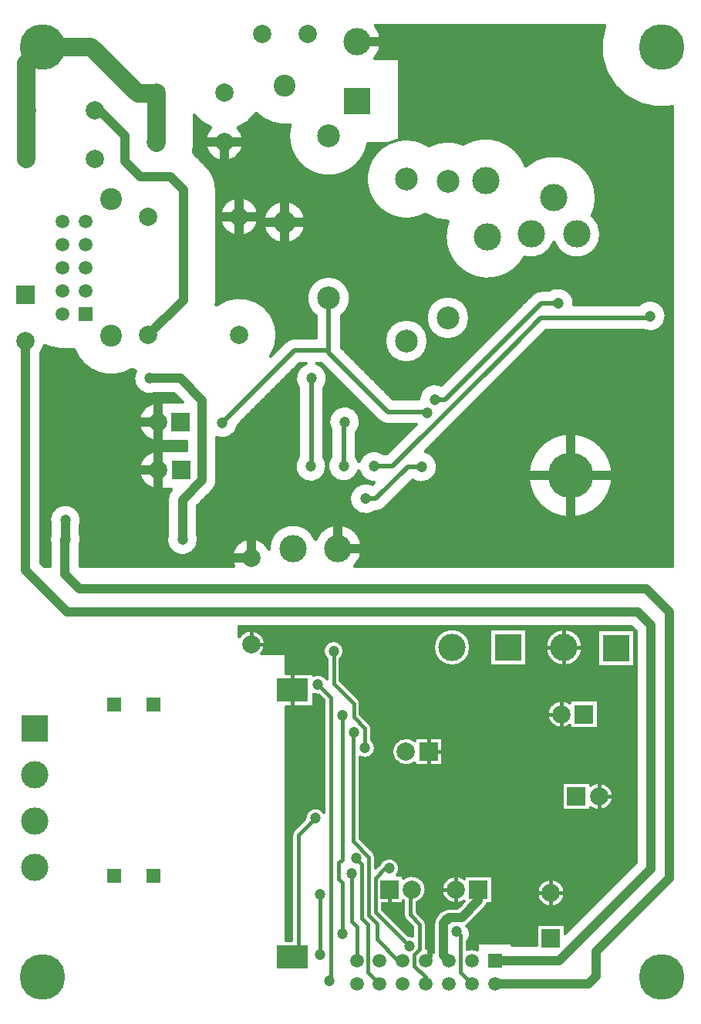
<source format=gbl>
%FSLAX43Y43*%
%MOMM*%
G71*
G01*
G75*
G04 Layer_Physical_Order=2*
%ADD10C,0.300*%
%ADD11R,3.000X4.000*%
%ADD12R,2.150X3.500*%
%ADD13R,2.150X1.100*%
%ADD14R,1.800X1.600*%
%ADD15R,2.150X0.600*%
%ADD16R,2.200X0.600*%
%ADD17R,4.000X3.000*%
%ADD18R,1.600X1.800*%
%ADD19R,0.600X2.200*%
%ADD20R,0.600X2.200*%
%ADD21R,2.200X0.600*%
%ADD22R,8.000X3.500*%
%ADD23R,1.300X1.500*%
%ADD24R,4.000X4.000*%
%ADD25R,2.150X0.600*%
%ADD26C,1.000*%
%ADD27C,2.000*%
%ADD28C,0.500*%
%ADD29C,1.500*%
%ADD30C,0.400*%
%ADD31C,1.500*%
%ADD32C,2.000*%
%ADD33R,2.000X2.000*%
%ADD34R,1.500X1.500*%
%ADD35C,2.500*%
%ADD36C,3.000*%
%ADD37R,3.000X3.000*%
%ADD38C,2.000*%
%ADD39C,5.000*%
%ADD40C,2.400*%
%ADD41C,1.200*%
%ADD42C,1.100*%
%ADD43R,3.500X2.600*%
%ADD44C,0.600*%
D10*
X66788Y108225D02*
G03*
X74225Y99314I6211J-2375D01*
G01*
X65847Y89350D02*
G03*
X58083Y92803I-4650J0D01*
G01*
X65406Y87375D02*
G03*
X65847Y89350I-4210J1975D01*
G01*
X66347Y85350D02*
G03*
X65406Y87375I-2650J0D01*
G01*
X73500Y76350D02*
G03*
X70476Y77550I-1750J0D01*
G01*
X71041Y74750D02*
G03*
X73500Y76350I709J1600D01*
G01*
X61197Y84471D02*
G03*
X66347Y85350I2500J879D01*
G01*
X63400Y77750D02*
G03*
X60600Y79150I-1750J0D01*
G01*
X63389Y77550D02*
G03*
X63400Y77750I-1739J200D01*
G01*
X58083Y92803D02*
G03*
X51256Y95206I-4383J-1553D01*
G01*
X42250Y106450D02*
G03*
X41568Y108225I-2650J0D01*
G01*
X41497Y104600D02*
G03*
X42250Y106450I-1897J1850D01*
G01*
X44250Y95724D02*
G03*
X42980Y95300I742J-4337D01*
G01*
X47467Y95026D02*
G03*
X44250Y95724I-2474J-3638D01*
G01*
X51256Y95206D02*
G03*
X47467Y95026I-1706J-4056D01*
G01*
X42980Y95300D02*
G03*
X47076Y87512I2012J-3913D01*
G01*
X57970Y82802D02*
G03*
X61197Y84471I727J2548D01*
G01*
X59800Y79150D02*
G03*
X58810Y78740I0J-1400D01*
G01*
X59800Y79150D02*
G03*
X58810Y78740I0J-1400D01*
G01*
X49572Y86750D02*
G03*
X57970Y82802I4328J-1700D01*
G01*
X47076Y87512D02*
G03*
X49572Y86750I2474J3638D01*
G01*
X51950Y76150D02*
G03*
X51950Y76150I-2400J0D01*
G01*
X67650Y58850D02*
G03*
X67650Y58850I-4650J0D01*
G01*
X47392Y73607D02*
G03*
X47392Y73607I-2400J0D01*
G01*
X48851Y68781D02*
G03*
X46351Y67251I-751J-1581D01*
G01*
X48400Y59800D02*
G03*
X47077Y61497I-1750J0D01*
G01*
X45676Y58346D02*
G03*
X48400Y59800I974J1454D01*
G01*
X41960Y64860D02*
G03*
X42950Y64450I990J990D01*
G01*
X41960Y64860D02*
G03*
X42950Y64450I990J990D01*
G01*
X42500Y61250D02*
G03*
X39783Y60381I-1050J-1400D01*
G01*
X39767Y59369D02*
G03*
X41470Y58100I1683J481D01*
G01*
X41650Y54900D02*
G03*
X42640Y55310I0J1400D01*
G01*
X41650Y54900D02*
G03*
X42640Y55310I0J1400D01*
G01*
X38858Y78313D02*
G03*
X35058Y76363I-2400J0D01*
G01*
X32240Y97347D02*
G03*
X40786Y95300I4217J-1255D01*
G01*
X28504Y98595D02*
G03*
X32240Y97347I3096J3055D01*
G01*
X33950Y86650D02*
G03*
X33950Y86650I-2350J0D01*
G01*
X37858Y76363D02*
G03*
X38858Y78313I-1400J1949D01*
G01*
X35950Y68450D02*
G03*
X36300Y69500I-1400J1050D01*
G01*
X32700Y73950D02*
G03*
X31710Y73540I0J-1400D01*
G01*
X32700Y73950D02*
G03*
X31710Y73540I0J-1400D01*
G01*
X36300Y69500D02*
G03*
X35133Y71150I-1750J0D01*
G01*
X33967D02*
G03*
X33150Y68450I583J-1650D01*
G01*
X26496Y97003D02*
G03*
X28504Y98595I-1449J3889D01*
G01*
X27152Y95458D02*
G03*
X26496Y97003I-2150J0D01*
G01*
X21750Y98373D02*
G03*
X23534Y97028I3298J2519D01*
G01*
G03*
X27152Y95458I1468J-1571D01*
G01*
X21604Y94258D02*
G03*
X21750Y95350I-4004J1092D01*
G01*
X28800Y87250D02*
G03*
X28800Y87250I-2150J0D01*
G01*
X24150Y90200D02*
G03*
X23081Y92781I-3650J0D01*
G01*
X24150Y90200D02*
G03*
X23079Y92783I-3650J0D01*
G01*
X30071Y71901D02*
G03*
X30800Y74250I-3421J2349D01*
G01*
G03*
X24105Y77528I-4150J0D01*
G01*
G03*
X24150Y78100I-3605J572D01*
G01*
X24105Y77528D02*
G03*
X24150Y78100I-3605J572D01*
G01*
X14881Y70496D02*
G03*
X15264Y70338I1769J3754D01*
G01*
X8536Y72650D02*
G03*
X14881Y70496I4064J1550D01*
G01*
X5850Y72895D02*
G03*
X7210Y72650I1360J3655D01*
G01*
X5300Y73150D02*
G03*
X5850Y72895I1910J3400D01*
G01*
X4858Y72265D02*
G03*
X5300Y73150I-1650J1378D01*
G01*
X15264Y70338D02*
G03*
X17383Y67850I1536J-838D01*
G01*
X39950Y64750D02*
G03*
X36700Y63849I-1750J0D01*
G01*
X39500Y63578D02*
G03*
X39950Y64750I-1300J1172D01*
G01*
X39783Y60381D02*
G03*
X39500Y60950I-1683J-481D01*
G01*
X36700D02*
G03*
X39767Y59369I1400J-1050D01*
G01*
X33150Y60964D02*
G03*
X36250Y59850I1350J-1114D01*
G01*
G03*
X35950Y60830I-1750J0D01*
G01*
X24200Y63006D02*
G03*
X26532Y64403I600J1644D01*
G01*
X41251Y57881D02*
G03*
X41550Y54900I-751J-1581D01*
G01*
X40150Y50850D02*
G03*
X35025Y51797I-2650J0D01*
G01*
X39295Y48900D02*
G03*
X40150Y50850I-1795J1950D01*
G01*
X35025Y51797D02*
G03*
X29901Y50767I-2475J-947D01*
G01*
G03*
X26028Y48900I-1944J-919D01*
G01*
X18065Y66861D02*
G03*
X18065Y62618I-350J-2121D01*
G01*
X18085Y61592D02*
G03*
X18085Y57350I-350J-2121D01*
G01*
X23717Y57183D02*
G03*
X24200Y58350I-1167J1167D01*
G01*
X23717Y57183D02*
G03*
X24200Y58350I-1167J1167D01*
G01*
X19189Y57321D02*
G03*
X18750Y56200I1211J-1121D01*
G01*
X19189Y57321D02*
G03*
X18750Y56200I1211J-1121D01*
G01*
X22150Y51808D02*
G03*
X22050Y52391I-1750J0D01*
G01*
X18750D02*
G03*
X22150Y51808I1650J-583D01*
G01*
X9200Y53367D02*
G03*
X9300Y53950I-1650J583D01*
G01*
G03*
X5900Y53367I-1750J0D01*
G01*
X9300Y51850D02*
G03*
X9200Y52433I-1750J0D01*
G01*
X9150Y51141D02*
G03*
X9300Y51850I-1600J709D01*
G01*
X5900Y52433D02*
G03*
X5850Y51435I1650J-583D01*
G01*
X41600Y17000D02*
G03*
X41380Y17530I-750J0D01*
G01*
X41600Y17000D02*
G03*
X41380Y17530I-750J0D01*
G01*
X32620Y19930D02*
G03*
X32400Y19400I530J-530D01*
G01*
X32620Y19930D02*
G03*
X32400Y19400I530J-530D01*
G01*
X35950Y21898D02*
G03*
X33853Y21164I-950J-648D01*
G01*
X45700Y8328D02*
G03*
X45214Y8397I-400J-1078D01*
G01*
X44639Y10661D02*
G03*
X44858Y10131I750J0D01*
G01*
X44639Y10661D02*
G03*
X44858Y10131I750J0D01*
G01*
X47200Y9600D02*
G03*
X46980Y10130I-750J0D01*
G01*
X47200Y9600D02*
G03*
X46980Y10130I-750J0D01*
G01*
X43965Y14992D02*
G03*
X44250Y15750I-865J758D01*
G01*
G03*
X42043Y16204I-1150J0D01*
G01*
X47161Y13442D02*
G03*
X44661Y14667I-1550J0D01*
G01*
X46139Y11984D02*
G03*
X47161Y13442I-527J1458D01*
G01*
X34800Y34864D02*
G03*
X35386Y34753I500J1036D01*
G01*
X39950Y33850D02*
G03*
X39730Y34380I-750J0D01*
G01*
X39950Y33850D02*
G03*
X39730Y34380I-750J0D01*
G01*
X36250Y36548D02*
G03*
X34800Y36936I-950J-648D01*
G01*
X38150Y39600D02*
G03*
X36250Y38728I-1150J0D01*
G01*
X37750D02*
G03*
X38150Y39600I-750J872D01*
G01*
X39900Y27940D02*
G03*
X41600Y28950I550J1010D01*
G01*
G03*
X41200Y29822I-1150J0D01*
G01*
X45889Y29783D02*
G03*
X45889Y27333I-950J-1225D01*
G01*
X41200Y31100D02*
G03*
X40980Y31630I-750J0D01*
G01*
X41200Y31100D02*
G03*
X40980Y31630I-750J0D01*
G01*
X48000Y6566D02*
G03*
X47200Y6944I-923J-916D01*
G01*
X51650Y7678D02*
G03*
X52050Y8550I-750J872D01*
G01*
X48308Y10492D02*
G03*
X48000Y9750I742J-742D01*
G01*
X51605Y9459D02*
G03*
X51792Y9608I-555J891D01*
G01*
X51605Y9459D02*
G03*
X51794Y9609I-555J891D01*
G01*
X52797Y6782D02*
G03*
X51650Y6847I-640J-1132D01*
G01*
X52050Y8550D02*
G03*
X51605Y9459I-1150J0D01*
G01*
X48308Y10493D02*
G03*
X48000Y9750I742J-743D01*
G01*
X48983Y11161D02*
G03*
X48308Y10493I400J-1078D01*
G01*
X49650Y11400D02*
G03*
X48983Y11161I0J-1050D01*
G01*
X49650Y11400D02*
G03*
X48983Y11161I0J-1050D01*
G01*
X49650Y11400D02*
G03*
X48983Y11161I0J-1050D01*
G01*
X53627Y11442D02*
G03*
X53883Y11858I-741J744D01*
G01*
X53628Y11443D02*
G03*
X53883Y11858I-742J742D01*
G01*
X51335Y14633D02*
G03*
X51335Y12183I-950J-1225D01*
G01*
X62407Y13049D02*
G03*
X62407Y13049I-1550J0D01*
G01*
X65211Y22417D02*
G03*
X67711Y23642I950J1225D01*
G01*
G03*
X65211Y24867I-1550J0D01*
G01*
X62939Y33883D02*
G03*
X62939Y31434I-950J-1225D01*
G01*
X52050Y40000D02*
G03*
X52050Y40000I-2050J0D01*
G01*
X64350D02*
G03*
X64350Y40000I-2050J0D01*
G01*
X29508Y40348D02*
G03*
X26850Y41432I-1550J0D01*
G01*
X29287Y39550D02*
G03*
X29508Y40348I-1329J798D01*
G01*
X29100Y39300D02*
G03*
X29508Y40348I-1142J1048D01*
G01*
G03*
X26620Y41130I-1550J0D01*
G01*
X66697Y107970D02*
Y108225D01*
X66597Y107645D02*
Y108225D01*
X66497Y107240D02*
Y108225D01*
X66397Y106638D02*
Y108225D01*
X66297Y85862D02*
Y108225D01*
X66197Y86229D02*
Y108225D01*
X66097Y86474D02*
Y108225D01*
X65997Y86666D02*
Y108225D01*
X65497Y91120D02*
Y108225D01*
X65397Y91346D02*
Y108225D01*
X65297Y91544D02*
Y108225D01*
X65197Y91721D02*
Y108225D01*
X65097Y91882D02*
Y108225D01*
X65897Y86827D02*
Y108225D01*
X65797Y90030D02*
Y108225D01*
X65697Y90522D02*
Y108225D01*
X65597Y90854D02*
Y108225D01*
X73812Y99250D02*
X74225D01*
X62967Y93650D02*
X74225D01*
X63193Y93550D02*
X74225D01*
X64897Y92166D02*
Y108225D01*
X63391Y93450D02*
X74225D01*
X71797Y78099D02*
Y99310D01*
X72197Y78042D02*
Y99249D01*
X64997Y92030D02*
Y108225D01*
X71697Y78099D02*
Y99329D01*
X57166Y94350D02*
X74225D01*
X57253Y94250D02*
X74225D01*
X57335Y94150D02*
X74225D01*
X57413Y94050D02*
X74225D01*
X61878Y93950D02*
X74225D01*
X62369Y93850D02*
X74225D01*
X62702Y93750D02*
X74225D01*
X64397Y92724D02*
Y108225D01*
X64297Y92816D02*
Y108225D01*
X64197Y92903D02*
Y108225D01*
X64097Y92985D02*
Y108225D01*
X63997Y93062D02*
Y108225D01*
X64797Y92293D02*
Y108225D01*
X64697Y92411D02*
Y108225D01*
X64597Y92522D02*
Y108225D01*
X64497Y92626D02*
Y108225D01*
X63597Y93333D02*
Y108225D01*
X63397Y93447D02*
Y108225D01*
X63297Y93499D02*
Y108225D01*
X63197Y93548D02*
Y108225D01*
X63097Y93594D02*
Y108225D01*
X63897Y93136D02*
Y108225D01*
X63797Y93205D02*
Y108225D01*
X63697Y93271D02*
Y108225D01*
X63497Y93391D02*
Y108225D01*
X62697Y93751D02*
Y108225D01*
X62597Y93784D02*
Y108225D01*
X62397Y93842D02*
Y108225D01*
X62297Y93868D02*
Y108225D01*
X62197Y93891D02*
Y108225D01*
X62997Y93637D02*
Y108225D01*
X62897Y93678D02*
Y108225D01*
X62797Y93716D02*
Y108225D01*
X62497Y93815D02*
Y108225D01*
X62097Y93912D02*
Y108225D01*
X61997Y93931D02*
Y108225D01*
X61897Y93947D02*
Y108225D01*
X61397Y93996D02*
Y108225D01*
X61797Y93961D02*
Y108225D01*
X61697Y93973D02*
Y108225D01*
X61597Y93983D02*
Y108225D01*
X61497Y93990D02*
Y108225D01*
X71497Y78082D02*
Y99372D01*
X71397Y78064D02*
Y99396D01*
X71297Y78040D02*
Y99422D01*
X71197Y78010D02*
Y99449D01*
X71097Y77974D02*
Y99478D01*
X70897Y77878D02*
Y99541D01*
X70997Y77930D02*
Y99509D01*
X70697Y77748D02*
Y99612D01*
X70797Y77818D02*
Y99576D01*
X70497Y77571D02*
Y99689D01*
X70397Y77550D02*
Y99731D01*
X70597Y77666D02*
Y99649D01*
X70297Y77550D02*
Y99774D01*
X70197Y77550D02*
Y99820D01*
X70097Y77550D02*
Y99867D01*
X69997Y77550D02*
Y99917D01*
X69797Y77550D02*
Y100022D01*
X69897Y77550D02*
Y99968D01*
X73097Y77467D02*
Y99201D01*
X72997Y77578D02*
Y99200D01*
X72897Y77672D02*
Y99201D01*
X72797Y77752D02*
Y99203D01*
X72697Y77822D02*
Y99207D01*
X73497Y76456D02*
Y99219D01*
X73397Y76942D02*
Y99212D01*
X73297Y77169D02*
Y99207D01*
X73197Y77335D02*
Y99203D01*
X71997Y78083D02*
Y99276D01*
X72097Y78065D02*
Y99262D01*
X71897Y78094D02*
Y99292D01*
X71597Y78093D02*
Y99350D01*
X72597Y77882D02*
Y99212D01*
X72497Y77933D02*
Y99219D01*
X72397Y77976D02*
Y99227D01*
X72297Y78012D02*
Y99237D01*
X67897Y77550D02*
Y101586D01*
X67797Y77550D02*
Y101709D01*
X67997Y77550D02*
Y101469D01*
X67597Y77550D02*
Y101973D01*
X67697Y77550D02*
Y101838D01*
X67397Y77550D02*
Y102268D01*
X67497Y77550D02*
Y102117D01*
X67197Y77550D02*
Y102602D01*
X67297Y77550D02*
Y102430D01*
X66997Y77550D02*
Y102989D01*
X67097Y77550D02*
Y102788D01*
X66797Y77550D02*
Y103453D01*
X66897Y77550D02*
Y103209D01*
X66597Y77550D02*
Y104055D01*
X66697Y77550D02*
Y103730D01*
X66397Y77550D02*
Y105062D01*
X66497Y77550D02*
Y104460D01*
X69597Y77550D02*
Y100137D01*
X69497Y77550D02*
Y100197D01*
X69697Y77550D02*
Y100078D01*
X69297Y77550D02*
Y100326D01*
X69397Y77550D02*
Y100261D01*
X69097Y77550D02*
Y100466D01*
X69197Y77550D02*
Y100395D01*
X68897Y77550D02*
Y100617D01*
X68997Y77550D02*
Y100540D01*
X68697Y77550D02*
Y100780D01*
X68797Y77550D02*
Y100697D01*
X68497Y77550D02*
Y100957D01*
X68597Y77550D02*
Y100866D01*
X68297Y77550D02*
Y101149D01*
X68397Y77550D02*
Y101051D01*
X68097Y77550D02*
Y101358D01*
X68197Y77550D02*
Y101251D01*
X44250Y104050D02*
X66598D01*
X44250Y103750D02*
X66690D01*
X44250Y103650D02*
X66724D01*
X44250Y103950D02*
X66627D01*
X44250Y103850D02*
X66658D01*
X44250Y103350D02*
X66838D01*
X44250Y103250D02*
X66879D01*
X44250Y103550D02*
X66760D01*
X44250Y103450D02*
X66798D01*
X41633Y108150D02*
X66760D01*
X41568Y108225D02*
X66788D01*
X41713Y108050D02*
X66724D01*
X41785Y107950D02*
X66690D01*
X41850Y107850D02*
X66658D01*
X44250Y103150D02*
X66923D01*
X44250Y103050D02*
X66968D01*
X41909Y107750D02*
X66627D01*
X41963Y107650D02*
X66598D01*
X44250Y102750D02*
X67117D01*
X44250Y102650D02*
X67171D01*
X44250Y102550D02*
X67227D01*
X44250Y102950D02*
X67016D01*
X44250Y102850D02*
X67065D01*
X44250Y102350D02*
X67346D01*
X44250Y102150D02*
X67474D01*
X44250Y102450D02*
X67285D01*
X44250Y102250D02*
X67409D01*
X44250Y101850D02*
X67688D01*
X44250Y101750D02*
X67764D01*
X44250Y102050D02*
X67543D01*
X44250Y101950D02*
X67614D01*
X44250Y101450D02*
X68014D01*
X44250Y101350D02*
X68104D01*
X44250Y101650D02*
X67844D01*
X44250Y101550D02*
X67927D01*
X42181Y107050D02*
X66459D01*
X42202Y106950D02*
X66441D01*
X42220Y106850D02*
X66425D01*
X42233Y106750D02*
X66411D01*
X42242Y106650D02*
X66398D01*
X42248Y106550D02*
X66387D01*
X42250Y106450D02*
X66377D01*
X42248Y106350D02*
X66369D01*
X42242Y106250D02*
X66362D01*
X42011Y107550D02*
X66571D01*
X42054Y107450D02*
X66545D01*
X42093Y107350D02*
X66521D01*
X42126Y107250D02*
X66499D01*
X42156Y107150D02*
X66478D01*
X42233Y106150D02*
X66357D01*
X42220Y106050D02*
X66353D01*
X42202Y105950D02*
X66351D01*
X42181Y105850D02*
X66350D01*
X42156Y105750D02*
X66351D01*
X42126Y105650D02*
X66353D01*
X44250Y104550D02*
X66478D01*
X42092Y105550D02*
X66357D01*
X42054Y105450D02*
X66362D01*
X44250Y104350D02*
X66521D01*
X44250Y104250D02*
X66545D01*
X44250Y104450D02*
X66499D01*
X44250Y104150D02*
X66571D01*
X42011Y105350D02*
X66369D01*
X41963Y105250D02*
X66377D01*
X41909Y105150D02*
X66387D01*
X41850Y105050D02*
X66398D01*
X41712Y104850D02*
X66426D01*
X41633Y104750D02*
X66442D01*
X41784Y104950D02*
X66411D01*
X41545Y104650D02*
X66459D01*
X44250Y99150D02*
X74225D01*
X44250Y99050D02*
X74225D01*
X44250Y98950D02*
X74225D01*
X44250Y98850D02*
X74225D01*
X44250Y98750D02*
X74225D01*
X44250Y98650D02*
X74225D01*
X44250Y98550D02*
X74225D01*
X44250Y98450D02*
X74225D01*
X44250Y98350D02*
X74225D01*
X44250Y98250D02*
X74225D01*
X44250Y98150D02*
X74225D01*
X44250Y98050D02*
X74225D01*
X44250Y97950D02*
X74225D01*
X44250Y97850D02*
X74225D01*
X44250Y97750D02*
X74225D01*
X44250Y97650D02*
X74225D01*
X44250Y97550D02*
X74225D01*
X44250Y97450D02*
X74225D01*
X44250Y97350D02*
X74225D01*
X44250Y97250D02*
X74225D01*
X44250Y97150D02*
X74225D01*
X44250Y97050D02*
X74225D01*
X44250Y96950D02*
X74225D01*
X44250Y96850D02*
X74225D01*
X44250Y96750D02*
X74225D01*
X54382Y95850D02*
X74225D01*
X54873Y95750D02*
X74225D01*
X44250Y96650D02*
X74225D01*
X44250Y96550D02*
X74225D01*
X44250Y96450D02*
X74225D01*
X44250Y96350D02*
X74225D01*
X44250Y96250D02*
X74225D01*
X44250Y96150D02*
X74225D01*
X44250Y96050D02*
X74225D01*
X44250Y95950D02*
X74225D01*
X44250Y101050D02*
X68398D01*
X44250Y100950D02*
X68504D01*
X44250Y100850D02*
X68616D01*
X44250Y101250D02*
X68198D01*
X44250Y101150D02*
X68296D01*
X44250Y100550D02*
X68984D01*
X44250Y100450D02*
X69119D01*
X44250Y100750D02*
X68733D01*
X44250Y100650D02*
X68855D01*
X44250Y100150D02*
X69575D01*
X44250Y100050D02*
X69747D01*
X44250Y100350D02*
X69262D01*
X44250Y100250D02*
X69414D01*
X44250Y99750D02*
X70352D01*
X44250Y99650D02*
X70596D01*
X44250Y99950D02*
X69932D01*
X44250Y99850D02*
X70133D01*
X56233Y95150D02*
X74225D01*
X56072Y95250D02*
X74225D01*
X56380Y95050D02*
X74225D01*
X56517Y94950D02*
X74225D01*
X56644Y94850D02*
X74225D01*
X56762Y94750D02*
X74225D01*
X56872Y94650D02*
X74225D01*
X56976Y94550D02*
X74225D01*
X57074Y94450D02*
X74225D01*
X44250Y99350D02*
X71597D01*
X44250Y99250D02*
X72188D01*
X44250Y99550D02*
X70872D01*
X44250Y99450D02*
X71195D01*
X55205Y95650D02*
X74225D01*
X55471Y95550D02*
X74225D01*
X55696Y95450D02*
X74225D01*
X55894Y95350D02*
X74225D01*
X65661Y90650D02*
X74225D01*
X65563Y90950D02*
X74225D01*
X65689Y90550D02*
X74225D01*
X65715Y90450D02*
X74225D01*
X65738Y90350D02*
X74225D01*
X65759Y90250D02*
X74225D01*
X65777Y90150D02*
X74225D01*
X65794Y90050D02*
X74225D01*
X65808Y89950D02*
X74225D01*
X65238Y91650D02*
X74225D01*
X65294Y91550D02*
X74225D01*
X65346Y91450D02*
X74225D01*
X65395Y91350D02*
X74225D01*
X65441Y91250D02*
X74225D01*
X65484Y91150D02*
X74225D01*
X65525Y91050D02*
X74225D01*
X65598Y90850D02*
X74225D01*
X65631Y90750D02*
X74225D01*
X65820Y89850D02*
X74225D01*
X65830Y89750D02*
X74225D01*
X65837Y89650D02*
X74225D01*
X65842Y89550D02*
X74225D01*
X65846Y89450D02*
X74225D01*
X65847Y89350D02*
X74225D01*
X65846Y89250D02*
X74225D01*
X65842Y89150D02*
X74225D01*
X65837Y89050D02*
X74225D01*
X65830Y88950D02*
X74225D01*
X65820Y88850D02*
X74225D01*
X65808Y88750D02*
X74225D01*
X65794Y88650D02*
X74225D01*
X65777Y88550D02*
X74225D01*
X65759Y88450D02*
X74225D01*
X65738Y88350D02*
X74225D01*
X65715Y88250D02*
X74225D01*
X65689Y88150D02*
X74225D01*
X65661Y88050D02*
X74225D01*
X65631Y87950D02*
X74225D01*
X65598Y87850D02*
X74225D01*
X65597Y87197D02*
Y87846D01*
X65642Y87150D02*
X74225D01*
X65730Y87050D02*
X74225D01*
X65797Y86966D02*
Y88670D01*
X65697Y87089D02*
Y88178D01*
X65563Y87750D02*
X74225D01*
X65525Y87650D02*
X74225D01*
X65484Y87550D02*
X74225D01*
X65441Y87450D02*
X74225D01*
X65436Y87350D02*
X74225D01*
X65544Y87250D02*
X74225D01*
X65497Y87295D02*
Y87580D01*
X66223Y86150D02*
X74225D01*
X66253Y86050D02*
X74225D01*
X66278Y85950D02*
X74225D01*
X66299Y85850D02*
X74225D01*
X66316Y85750D02*
X74225D01*
X66330Y85650D02*
X74225D01*
X66339Y85550D02*
X74225D01*
X66345Y85450D02*
X74225D01*
X66347Y85350D02*
X74225D01*
X65809Y86950D02*
X74225D01*
X65882Y86850D02*
X74225D01*
X65947Y86750D02*
X74225D01*
X66006Y86650D02*
X74225D01*
X66060Y86550D02*
X74225D01*
X66108Y86450D02*
X74225D01*
X66151Y86350D02*
X74225D01*
X66189Y86250D02*
X74225D01*
X66345Y85250D02*
X74225D01*
X66339Y85150D02*
X74225D01*
X66330Y85050D02*
X74225D01*
X66316Y84950D02*
X74225D01*
X66299Y84850D02*
X74225D01*
X66278Y84750D02*
X74225D01*
X66253Y84650D02*
X74225D01*
X66223Y84550D02*
X74225D01*
X66189Y84450D02*
X74225D01*
X66151Y84350D02*
X74225D01*
X66108Y84250D02*
X74225D01*
X66059Y84150D02*
X74225D01*
X66006Y84050D02*
X74225D01*
X65947Y83950D02*
X74225D01*
X65881Y83850D02*
X74225D01*
X65809Y83750D02*
X74225D01*
X65729Y83650D02*
X74225D01*
X65641Y83550D02*
X74225D01*
X73111Y77450D02*
X74225D01*
X73024Y77550D02*
X74225D01*
X73186Y77350D02*
X74225D01*
X73251Y77250D02*
X74225D01*
X73307Y77150D02*
X74225D01*
X73354Y77050D02*
X74225D01*
X73394Y76950D02*
X74225D01*
X73427Y76850D02*
X74225D01*
X73454Y76750D02*
X74225D01*
X65544Y83450D02*
X74225D01*
X65435Y83350D02*
X74225D01*
X65313Y83250D02*
X74225D01*
X72166Y78050D02*
X74225D01*
X72459Y77950D02*
X74225D01*
X72652Y77850D02*
X74225D01*
X72800Y77750D02*
X74225D01*
X72922Y77650D02*
X74225D01*
X73474Y76650D02*
X74225D01*
X66297Y77550D02*
Y84838D01*
X73489Y76550D02*
X74225D01*
X66197Y77550D02*
Y84471D01*
X66097Y77550D02*
Y84226D01*
X73497Y76450D02*
X74225D01*
X73500Y76350D02*
X74225D01*
X65997Y77550D02*
Y84034D01*
X65897Y77550D02*
Y83873D01*
X65797Y77550D02*
Y83734D01*
X65697Y77550D02*
Y83611D01*
X65597Y77550D02*
Y83503D01*
X65497Y77550D02*
Y83405D01*
X65397Y77550D02*
Y83317D01*
X65297Y77550D02*
Y83237D01*
X73497Y76250D02*
X74225D01*
X73489Y76150D02*
X74225D01*
X73474Y76050D02*
X74225D01*
X73454Y75950D02*
X74225D01*
X73427Y75850D02*
X74225D01*
X73394Y75750D02*
X74225D01*
X73354Y75650D02*
X74225D01*
X73306Y75550D02*
X74225D01*
X73251Y75450D02*
X74225D01*
X73186Y75350D02*
X74225D01*
X73111Y75250D02*
X74225D01*
X73024Y75150D02*
X74225D01*
X72921Y75050D02*
X74225D01*
X72800Y74950D02*
X74225D01*
X72651Y74850D02*
X74225D01*
X72458Y74750D02*
X74225D01*
X72164Y74650D02*
X74225D01*
X64750Y92350D02*
X74225D01*
X64663Y92450D02*
X74225D01*
X64832Y92250D02*
X74225D01*
X64909Y92150D02*
X74225D01*
X64983Y92050D02*
X74225D01*
X65052Y91950D02*
X74225D01*
X65118Y91850D02*
X74225D01*
X65180Y91750D02*
X74225D01*
X65174Y83150D02*
X74225D01*
X63729Y93250D02*
X74225D01*
X63568Y93350D02*
X74225D01*
X63877Y93150D02*
X74225D01*
X64014Y93050D02*
X74225D01*
X64140Y92950D02*
X74225D01*
X64259Y92850D02*
X74225D01*
X64369Y92750D02*
X74225D01*
X64473Y92650D02*
X74225D01*
X64571Y92550D02*
X74225D01*
X65013Y83050D02*
X74225D01*
X64820Y82950D02*
X74225D01*
X64575Y82850D02*
X74225D01*
X64208Y82750D02*
X74225D01*
X57883Y82650D02*
X74225D01*
X57821Y82550D02*
X74225D01*
X57755Y82450D02*
X74225D01*
X57686Y82350D02*
X74225D01*
X57612Y82250D02*
X74225D01*
X57535Y82150D02*
X74225D01*
X57453Y82050D02*
X74225D01*
X57366Y81950D02*
X74225D01*
X57274Y81850D02*
X74225D01*
X57176Y81750D02*
X74225D01*
X57072Y81650D02*
X74225D01*
X56961Y81550D02*
X74225D01*
X56843Y81450D02*
X74225D01*
X61997Y79465D02*
Y83317D01*
X62097Y79442D02*
Y83237D01*
X61797Y79494D02*
Y83503D01*
X61897Y79483D02*
Y83405D01*
X61597Y79499D02*
Y83734D01*
X61697Y79499D02*
Y83611D01*
X61397Y79482D02*
Y84034D01*
X61497Y79493D02*
Y83873D01*
X60881Y83850D02*
X61512D01*
X60809Y83750D02*
X61584D01*
X60729Y83650D02*
X61664D01*
X61006Y84050D02*
X61388D01*
X60947Y83950D02*
X61447D01*
X60435Y83350D02*
X61958D01*
X60313Y83250D02*
X62081D01*
X60641Y83550D02*
X61752D01*
X60544Y83450D02*
X61850D01*
X59820Y82950D02*
X62574D01*
X59575Y82850D02*
X62818D01*
X59208Y82750D02*
X63186D01*
X60174Y83150D02*
X62220D01*
X60013Y83050D02*
X62381D01*
X56716Y81350D02*
X74225D01*
X56580Y81250D02*
X74225D01*
X62066Y79450D02*
X74225D01*
X62359Y79350D02*
X74225D01*
X56432Y81150D02*
X74225D01*
X56271Y81050D02*
X74225D01*
X56093Y80950D02*
X74225D01*
X55895Y80850D02*
X74225D01*
X55669Y80750D02*
X74225D01*
X55403Y80650D02*
X74225D01*
X55071Y80550D02*
X74225D01*
X54578Y80450D02*
X74225D01*
X63254Y78450D02*
X74225D01*
X63294Y78350D02*
X74225D01*
X63327Y78250D02*
X74225D01*
X63354Y78150D02*
X74225D01*
X63374Y78050D02*
X71334D01*
X63389Y77950D02*
X71041D01*
X63397Y77850D02*
X70848D01*
X63400Y77750D02*
X70700D01*
X63397Y77650D02*
X70578D01*
X62700Y79150D02*
X74225D01*
X62552Y79250D02*
X74225D01*
X62822Y79050D02*
X74225D01*
X62924Y78950D02*
X74225D01*
X63011Y78850D02*
X74225D01*
X63086Y78750D02*
X74225D01*
X63151Y78650D02*
X74225D01*
X63207Y78550D02*
X74225D01*
X60330Y74750D02*
X71042D01*
X60130Y74550D02*
X74225D01*
X60030Y74450D02*
X74225D01*
X59930Y74350D02*
X74225D01*
X60330Y74750D02*
X71041D01*
X60230Y74650D02*
X71336D01*
X59830Y74250D02*
X74225D01*
X59730Y74150D02*
X74225D01*
X59630Y74050D02*
X74225D01*
X59530Y73950D02*
X74225D01*
X59430Y73850D02*
X74225D01*
X59330Y73750D02*
X74225D01*
X59230Y73650D02*
X74225D01*
X59130Y73550D02*
X74225D01*
X59030Y73450D02*
X74225D01*
X58930Y73350D02*
X74225D01*
X58830Y73250D02*
X74225D01*
X58730Y73150D02*
X74225D01*
X65197Y77550D02*
Y83165D01*
X65097Y77550D02*
Y83100D01*
X64997Y77550D02*
Y83041D01*
X64897Y77550D02*
Y82987D01*
X64797Y77550D02*
Y82939D01*
X64697Y77550D02*
Y82896D01*
X64597Y77550D02*
Y82857D01*
X64497Y77550D02*
Y82824D01*
X64397Y77550D02*
Y82794D01*
X62397Y79333D02*
Y83041D01*
X62497Y79281D02*
Y82987D01*
X62197Y79412D02*
Y83165D01*
X62297Y79376D02*
Y83100D01*
X62997Y78867D02*
Y82794D01*
X62897Y78978D02*
Y82824D01*
X62697Y79152D02*
Y82896D01*
X62597Y79222D02*
Y82939D01*
X64297Y77550D02*
Y82769D01*
X64197Y77550D02*
Y82748D01*
X64097Y77550D02*
Y82730D01*
X63997Y77550D02*
Y82717D01*
X63897Y77550D02*
Y82708D01*
X63797Y77550D02*
Y82702D01*
X63697Y77550D02*
Y82700D01*
X63497Y77550D02*
Y82708D01*
X63597Y77550D02*
Y82702D01*
X63297Y78342D02*
Y82730D01*
X63197Y78569D02*
Y82748D01*
X62797Y79072D02*
Y82857D01*
X63097Y78735D02*
Y82769D01*
X63397Y77856D02*
Y82717D01*
X63389Y77550D02*
X70476D01*
X55597Y95496D02*
Y108225D01*
X55397Y95579D02*
Y108225D01*
X55297Y95617D02*
Y108225D01*
X55197Y95653D02*
Y108225D01*
X55097Y95685D02*
Y108225D01*
X55897Y95348D02*
Y108225D01*
X55797Y95400D02*
Y108225D01*
X55697Y95449D02*
Y108225D01*
X55497Y95539D02*
Y108225D01*
X54897Y95743D02*
Y108225D01*
X54497Y95831D02*
Y108225D01*
X54397Y95847D02*
Y108225D01*
X54297Y95862D02*
Y108225D01*
X54197Y95873D02*
Y108225D01*
X54997Y95716D02*
Y108225D01*
X54797Y95769D02*
Y108225D01*
X54697Y95792D02*
Y108225D01*
X54597Y95813D02*
Y108225D01*
X54097Y95883D02*
Y108225D01*
X53997Y95891D02*
Y108225D01*
X53897Y95896D02*
Y108225D01*
X53797Y95899D02*
Y108225D01*
X53697Y95900D02*
Y108225D01*
X53597Y95899D02*
Y108225D01*
X53497Y95896D02*
Y108225D01*
X53397Y95890D02*
Y108225D01*
X53297Y95882D02*
Y108225D01*
X53197Y95873D02*
Y108225D01*
X53097Y95861D02*
Y108225D01*
X52997Y95847D02*
Y108225D01*
X52897Y95830D02*
Y108225D01*
X52797Y95811D02*
Y108225D01*
X52697Y95790D02*
Y108225D01*
X52597Y95767D02*
Y108225D01*
X52497Y95742D02*
Y108225D01*
X52397Y95714D02*
Y108225D01*
X52297Y95683D02*
Y108225D01*
X52197Y95650D02*
Y108225D01*
X52097Y95615D02*
Y108225D01*
X51997Y95577D02*
Y108225D01*
X51897Y95536D02*
Y108225D01*
X51797Y95493D02*
Y108225D01*
X51697Y95446D02*
Y108225D01*
X51597Y95397D02*
Y108225D01*
X50597Y95424D02*
Y108225D01*
X50497Y95447D02*
Y108225D01*
X50397Y95468D02*
Y108225D01*
X50297Y95486D02*
Y108225D01*
X50197Y95502D02*
Y108225D01*
X51497Y95345D02*
Y108225D01*
X50897Y95339D02*
Y108225D01*
X50797Y95370D02*
Y108225D01*
X50697Y95398D02*
Y108225D01*
X50097Y95516D02*
Y108225D01*
X49997Y95527D02*
Y108225D01*
X49897Y95536D02*
Y108225D01*
X49797Y95543D02*
Y108225D01*
X49697Y95548D02*
Y108225D01*
X49600Y95550D02*
X51929D01*
X50484Y95450D02*
X51704D01*
X49597Y95550D02*
Y108225D01*
X50862Y95350D02*
X51506D01*
X49497Y95550D02*
Y108225D01*
X49397Y95547D02*
Y108225D01*
X49297Y95543D02*
Y108225D01*
X49197Y95536D02*
Y108225D01*
X49097Y95527D02*
Y108225D01*
X48997Y95515D02*
Y108225D01*
X48897Y95501D02*
Y108225D01*
X48797Y95485D02*
Y108225D01*
X61297Y93999D02*
Y108225D01*
X61197Y94000D02*
Y108225D01*
X61097Y93999D02*
Y108225D01*
X60997Y93996D02*
Y108225D01*
X60897Y93990D02*
Y108225D01*
X60797Y93983D02*
Y108225D01*
X60697Y93973D02*
Y108225D01*
X60597Y93961D02*
Y108225D01*
X60497Y93947D02*
Y108225D01*
X60397Y93931D02*
Y108225D01*
X60297Y93912D02*
Y108225D01*
X60197Y93891D02*
Y108225D01*
X60097Y93868D02*
Y108225D01*
X59997Y93842D02*
Y108225D01*
X59897Y93815D02*
Y108225D01*
X59797Y93784D02*
Y108225D01*
X59697Y93751D02*
Y108225D01*
X59597Y93716D02*
Y108225D01*
X59497Y93678D02*
Y108225D01*
X59397Y93637D02*
Y108225D01*
X59297Y93594D02*
Y108225D01*
X59197Y93548D02*
Y108225D01*
X59097Y93499D02*
Y108225D01*
X58997Y93447D02*
Y108225D01*
X58897Y93391D02*
Y108225D01*
X58797Y93333D02*
Y108225D01*
X58697Y93271D02*
Y108225D01*
X57486Y93950D02*
X60515D01*
X57555Y93850D02*
X60024D01*
X57621Y93750D02*
X59692D01*
X57683Y93650D02*
X59426D01*
X57742Y93550D02*
X59201D01*
X57797Y93450D02*
X59003D01*
X57849Y93350D02*
X58825D01*
X57898Y93250D02*
X58664D01*
X58597Y93205D02*
Y108225D01*
X58497Y93136D02*
Y108225D01*
X58397Y93062D02*
Y108225D01*
X57897Y93252D02*
Y108225D01*
X57797Y93450D02*
Y108225D01*
X58297Y92985D02*
Y108225D01*
X58197Y92903D02*
Y108225D01*
X58097Y92816D02*
Y108225D01*
X57997Y93028D02*
Y108225D01*
X57297Y94197D02*
Y108225D01*
X57197Y94315D02*
Y108225D01*
X57097Y94426D02*
Y108225D01*
X56997Y94529D02*
Y108225D01*
X57697Y93627D02*
Y108225D01*
X57597Y93787D02*
Y108225D01*
X57497Y93935D02*
Y108225D01*
X57397Y94071D02*
Y108225D01*
X56497Y94965D02*
Y108225D01*
X56397Y95038D02*
Y108225D01*
X56297Y95107D02*
Y108225D01*
X56197Y95173D02*
Y108225D01*
X56097Y95235D02*
Y108225D01*
X56897Y94627D02*
Y108225D01*
X56797Y94719D02*
Y108225D01*
X56697Y94806D02*
Y108225D01*
X56597Y94887D02*
Y108225D01*
X55997Y95293D02*
Y108225D01*
X51397Y95290D02*
Y108225D01*
X51097Y95269D02*
Y108225D01*
X51148Y95250D02*
X51328D01*
X51297Y95231D02*
Y108225D01*
X51197Y95230D02*
Y108225D01*
X50997Y95305D02*
Y108225D01*
X46497Y95522D02*
Y108225D01*
X46397Y95557D02*
Y108225D01*
X46297Y95589D02*
Y108225D01*
X46197Y95619D02*
Y108225D01*
X46097Y95646D02*
Y108225D01*
X48697Y95466D02*
Y108225D01*
X48597Y95446D02*
Y108225D01*
X48497Y95422D02*
Y108225D01*
X46697Y95444D02*
Y108225D01*
X45597Y95745D02*
Y108225D01*
X45497Y95758D02*
Y108225D01*
X45397Y95769D02*
Y108225D01*
X45297Y95777D02*
Y108225D01*
X45197Y95782D02*
Y108225D01*
X45997Y95671D02*
Y108225D01*
X45897Y95693D02*
Y108225D01*
X45797Y95713D02*
Y108225D01*
X45697Y95730D02*
Y108225D01*
X45097Y95786D02*
Y108225D01*
X44997Y95787D02*
Y108225D01*
X45566Y95750D02*
X52527D01*
X44897Y95786D02*
Y108225D01*
X44797Y95783D02*
Y108225D01*
X46084Y95650D02*
X52195D01*
X46418Y95550D02*
X49500D01*
X44697Y95777D02*
Y108225D01*
X46682Y95450D02*
X48616D01*
X44597Y95769D02*
Y108225D01*
X44250Y95850D02*
X53018D01*
X44497Y95759D02*
Y108225D01*
X41497Y104600D02*
X44250D01*
X44397Y95747D02*
Y108225D01*
X44250Y95750D02*
X44419D01*
X44297Y95732D02*
Y108225D01*
X44250Y95724D02*
Y104600D01*
X44197D02*
Y108225D01*
X44097Y104600D02*
Y108225D01*
X43997Y104600D02*
Y108225D01*
X43897Y104600D02*
Y108225D01*
X43797Y104600D02*
Y108225D01*
X43697Y104600D02*
Y108225D01*
X43597Y104600D02*
Y108225D01*
X43497Y104600D02*
Y108225D01*
X43397Y104600D02*
Y108225D01*
X43297Y104600D02*
Y108225D01*
X43197Y104600D02*
Y108225D01*
X43097Y104600D02*
Y108225D01*
X42997Y104600D02*
Y108225D01*
X42897Y104600D02*
Y108225D01*
X42797Y104600D02*
Y108225D01*
X42697Y104600D02*
Y108225D01*
X42597Y104600D02*
Y108225D01*
X42497Y104600D02*
Y108225D01*
X42397Y104600D02*
Y108225D01*
X42197Y106978D02*
Y108225D01*
X42097Y107338D02*
Y108225D01*
X41997Y107580D02*
Y108225D01*
X41897Y107772D02*
Y108225D01*
X42297Y104600D02*
Y108225D01*
X42197Y104600D02*
Y105922D01*
X42097Y104600D02*
Y105562D01*
X41997Y104600D02*
Y105320D01*
X41897Y104600D02*
Y105128D01*
X41797Y107932D02*
Y108225D01*
X41697Y108070D02*
Y108225D01*
X41797Y104600D02*
Y104968D01*
X41697Y104600D02*
Y104830D01*
X41597Y104600D02*
Y104708D01*
X48397Y95396D02*
Y108225D01*
X48297Y95368D02*
Y108225D01*
X48197Y95337D02*
Y108225D01*
X48097Y95303D02*
Y108225D01*
X47997Y95267D02*
Y108225D01*
X47897Y95228D02*
Y108225D01*
X47797Y95186D02*
Y108225D01*
X47697Y95141D02*
Y108225D01*
X47597Y95093D02*
Y108225D01*
X47097Y95251D02*
Y108225D01*
X46997Y95304D02*
Y108225D01*
X46897Y95354D02*
Y108225D01*
X46797Y95400D02*
Y108225D01*
X46597Y95484D02*
Y108225D01*
X47497Y95042D02*
Y108225D01*
X47397Y95072D02*
Y108225D01*
X47297Y95135D02*
Y108225D01*
X47197Y95195D02*
Y108225D01*
X47100Y95250D02*
X47952D01*
X46905Y95350D02*
X48238D01*
X47274Y95150D02*
X47716D01*
X42697Y95141D02*
Y95300D01*
X42597Y95078D02*
Y95300D01*
X42497Y95011D02*
Y95300D01*
X40786D02*
X42980D01*
X40776Y95250D02*
X42885D01*
X40755Y95150D02*
X42711D01*
X40732Y95050D02*
X42554D01*
X42397Y94940D02*
Y95300D01*
X42297Y94865D02*
Y95300D01*
X40707Y94950D02*
X42410D01*
X42197Y94785D02*
Y95300D01*
X42097Y94700D02*
Y95300D01*
X41997Y94610D02*
Y95300D01*
X41897Y94514D02*
Y95300D01*
X41797Y94412D02*
Y95300D01*
X41697Y94303D02*
Y95300D01*
X41597Y94185D02*
Y95300D01*
X41497Y94059D02*
Y95300D01*
X41397Y93923D02*
Y95300D01*
X41297Y93775D02*
Y95300D01*
X40678Y94850D02*
X42277D01*
X41197Y93613D02*
Y95300D01*
X41097Y93433D02*
Y95300D01*
X40997Y93230D02*
Y95300D01*
X40897Y92995D02*
Y95300D01*
X40797Y92713D02*
Y95300D01*
X40697Y92340D02*
Y94914D01*
X40648Y94750D02*
X42155D01*
X40614Y94650D02*
X42040D01*
X40578Y94550D02*
X41933D01*
X40539Y94450D02*
X41833D01*
X40498Y94350D02*
X41739D01*
X40453Y94250D02*
X41651D01*
X40405Y94150D02*
X41568D01*
X40597Y91585D02*
Y94601D01*
X40354Y94050D02*
X41489D01*
X40300Y93950D02*
X41416D01*
X40243Y93850D02*
X41346D01*
X40182Y93750D02*
X41280D01*
X40117Y93650D02*
X41219D01*
X40048Y93550D02*
X41160D01*
X39975Y93450D02*
X41106D01*
X39898Y93350D02*
X41054D01*
X39816Y93250D02*
X41006D01*
X61297Y79464D02*
Y84226D01*
X61108Y84250D02*
X61286D01*
X61059Y84150D02*
X61334D01*
X61197Y79440D02*
Y84471D01*
X61097Y79410D02*
Y84226D01*
X60997Y79374D02*
Y84034D01*
X60897Y79330D02*
Y83873D01*
X60797Y79278D02*
Y83734D01*
X60697Y79218D02*
Y83611D01*
X60597Y79150D02*
Y83503D01*
X60497Y79150D02*
Y83405D01*
X57944Y93150D02*
X58516D01*
X60397Y79150D02*
Y83317D01*
X60297Y79150D02*
Y83238D01*
X60197Y79150D02*
Y83165D01*
X60097Y79150D02*
Y83100D01*
X59997Y79150D02*
Y83041D01*
X59897Y79150D02*
Y82987D01*
X59797Y79150D02*
Y82939D01*
X59800Y79150D02*
X60600D01*
X59697Y79146D02*
Y82896D01*
X59597Y79135D02*
Y82857D01*
X59497Y79117D02*
Y82824D01*
X59397Y79091D02*
Y82794D01*
X59297Y79056D02*
Y82769D01*
X59197Y79013D02*
Y82748D01*
X59097Y78961D02*
Y82730D01*
X58997Y78897D02*
Y82717D01*
X58897Y78820D02*
Y82708D01*
X58797Y78727D02*
Y82702D01*
X58697Y78627D02*
Y82700D01*
X58597Y78527D02*
Y82702D01*
X58497Y78427D02*
Y82708D01*
X57988Y93050D02*
X58380D01*
X58397Y78327D02*
Y82717D01*
X58028Y92950D02*
X58253D01*
X57941Y82750D02*
X58186D01*
X58297Y78227D02*
Y82730D01*
X58197Y78127D02*
Y82748D01*
X57997Y77927D02*
Y82794D01*
X58097Y78027D02*
Y82769D01*
X57897Y77827D02*
Y82673D01*
X57797Y77727D02*
Y82513D01*
X57697Y77627D02*
Y82365D01*
X57597Y77527D02*
Y82229D01*
X57497Y77427D02*
Y82103D01*
X57397Y77327D02*
Y81985D01*
X57297Y77227D02*
Y81874D01*
X57197Y77127D02*
Y81771D01*
X57097Y77027D02*
Y81673D01*
X51500Y77550D02*
X57620D01*
X51424Y77650D02*
X57720D01*
X51568Y77450D02*
X57520D01*
X51497Y77554D02*
Y81069D01*
X51597Y77403D02*
Y81010D01*
X51629Y77350D02*
X57420D01*
X51683Y77250D02*
X57320D01*
X51697Y77223D02*
Y80955D01*
X51732Y77150D02*
X57220D01*
X51138Y77950D02*
X58020D01*
X51244Y77850D02*
X57920D01*
X50997Y78065D02*
Y81418D01*
X51097Y77985D02*
Y81340D01*
X51397Y77683D02*
Y81131D01*
X51339Y77750D02*
X57820D01*
X51197Y77896D02*
Y81266D01*
X51297Y77796D02*
Y81197D01*
X56997Y76927D02*
Y81581D01*
X56897Y76827D02*
Y81494D01*
X56797Y76727D02*
Y81413D01*
X56697Y76627D02*
Y81335D01*
X56597Y76527D02*
Y81262D01*
X56497Y76427D02*
Y81193D01*
X56397Y76327D02*
Y81127D01*
X56297Y76227D02*
Y81065D01*
X56197Y76127D02*
Y81007D01*
X56097Y76027D02*
Y80952D01*
X55997Y75927D02*
Y80900D01*
X51775Y77050D02*
X57120D01*
X55897Y75827D02*
Y80851D01*
X55797Y75727D02*
Y80804D01*
X55697Y75627D02*
Y80761D01*
X55597Y75527D02*
Y80721D01*
X55497Y75427D02*
Y80683D01*
X55397Y75327D02*
Y80647D01*
X51916Y76550D02*
X56620D01*
X51931Y76450D02*
X56520D01*
X51942Y76350D02*
X56420D01*
X51948Y76250D02*
X56320D01*
X51950Y76150D02*
X56220D01*
X51948Y76050D02*
X56120D01*
X51942Y75950D02*
X56020D01*
X51931Y75850D02*
X55920D01*
X51916Y75750D02*
X55820D01*
X51813Y76950D02*
X57020D01*
X51846Y76850D02*
X56920D01*
X51874Y76750D02*
X56820D01*
X51897Y76650D02*
X56720D01*
X51897Y75650D02*
X55720D01*
X51874Y75550D02*
X55620D01*
X51846Y75450D02*
X55520D01*
X51813Y75350D02*
X55420D01*
X55297Y75227D02*
Y80615D01*
X55197Y75127D02*
Y80584D01*
X55097Y75027D02*
Y80557D01*
X54997Y74927D02*
Y80531D01*
X54897Y74827D02*
Y80508D01*
X54797Y74727D02*
Y80487D01*
X54697Y74627D02*
Y80469D01*
X54597Y74527D02*
Y80453D01*
X54497Y74427D02*
Y80438D01*
X54397Y74327D02*
Y80427D01*
X54297Y74227D02*
Y80417D01*
X51797Y76994D02*
Y80903D01*
X51897Y76652D02*
Y80854D01*
X54197Y74127D02*
Y80409D01*
X54097Y74027D02*
Y80404D01*
X53997Y73927D02*
Y80401D01*
X53897Y73827D02*
Y80400D01*
X53797Y73727D02*
Y80401D01*
X51775Y75250D02*
X55320D01*
X51732Y75150D02*
X55220D01*
X53697Y73627D02*
Y80404D01*
X53597Y73527D02*
Y80410D01*
X53497Y73427D02*
Y80418D01*
X53397Y73327D02*
Y80427D01*
X53297Y73227D02*
Y80439D01*
X53197Y73127D02*
Y80453D01*
X51683Y75050D02*
X55120D01*
X51628Y74950D02*
X55020D01*
X51567Y74850D02*
X54920D01*
X51499Y74750D02*
X54820D01*
X51423Y74650D02*
X54720D01*
X51339Y74550D02*
X54620D01*
X51244Y74450D02*
X54520D01*
X51137Y74350D02*
X54420D01*
X49497Y86545D02*
Y86750D01*
X49797Y78537D02*
Y82862D01*
X49397Y86209D02*
Y86753D01*
X49297Y85708D02*
Y86757D01*
X49597Y78550D02*
Y83288D01*
X49697Y78546D02*
Y83061D01*
X49397Y78545D02*
Y83891D01*
X49497Y78549D02*
Y83555D01*
X49197Y78524D02*
Y86764D01*
X49297Y78537D02*
Y84392D01*
X49097Y78507D02*
Y86773D01*
X48997Y78485D02*
Y86785D01*
X48897Y78459D02*
Y86799D01*
X48797Y78429D02*
Y86815D01*
X48697Y78393D02*
Y86834D01*
X48597Y78353D02*
Y86854D01*
X50797Y78201D02*
Y81587D01*
X50697Y78258D02*
Y81679D01*
X50510Y78350D02*
X58420D01*
X50497Y78355D02*
Y81881D01*
X50597Y78310D02*
Y81777D01*
X50712Y78250D02*
X58320D01*
X50877Y78150D02*
X58220D01*
X50897Y78136D02*
Y81500D01*
X51017Y78050D02*
X58120D01*
X50297Y78431D02*
Y82111D01*
X49585Y78550D02*
X58620D01*
X49897Y78525D02*
Y82684D01*
X50197Y78461D02*
Y82238D01*
X50397Y78396D02*
Y81992D01*
X50236Y78450D02*
X58520D01*
X49997Y78508D02*
Y82523D01*
X50097Y78487D02*
Y82375D01*
X48197Y78132D02*
Y86963D01*
X47897Y77890D02*
Y87072D01*
X48097Y78060D02*
Y86997D01*
X47697Y77675D02*
Y87159D01*
X47797Y77789D02*
Y87114D01*
X47597Y77545D02*
Y87207D01*
X47497Y77393D02*
Y87258D01*
X47297Y76977D02*
Y87371D01*
X47397Y77210D02*
Y87313D01*
X46956Y87450D02*
X47169D01*
X46741Y87350D02*
X47332D01*
X39728Y93150D02*
X40961D01*
X39636Y93050D02*
X40919D01*
X46177Y87150D02*
X47718D01*
X45732Y87050D02*
X47954D01*
X47197Y76622D02*
Y87432D01*
X46490Y87250D02*
X47513D01*
X48497Y78307D02*
Y86878D01*
X48397Y78255D02*
Y86904D01*
X48297Y78197D02*
Y86932D01*
X47997Y77980D02*
Y87033D01*
X45514Y75950D02*
X47158D01*
X45497Y75954D02*
Y87016D01*
X45847Y75850D02*
X47169D01*
X45397Y75973D02*
Y87006D01*
X45297Y75988D02*
Y86998D01*
X45197Y75998D02*
Y86992D01*
X45097Y76005D02*
Y86988D01*
X44997Y76007D02*
Y86987D01*
X44897Y76005D02*
Y86988D01*
X44797Y75999D02*
Y86992D01*
X44697Y75989D02*
Y86997D01*
X44597Y75974D02*
Y87005D01*
X44497Y75955D02*
Y87015D01*
X47103Y74750D02*
X47601D01*
X47046Y74850D02*
X47533D01*
X47154Y74650D02*
X47677D01*
X47097Y74761D02*
Y87497D01*
X47197Y74556D02*
Y75678D01*
X47240Y74450D02*
X47856D01*
X47297Y74278D02*
Y75323D01*
X47200Y74550D02*
X47761D01*
X46402Y75550D02*
X47226D01*
X46253Y75650D02*
X47203D01*
X46643Y75350D02*
X47287D01*
X46074Y75750D02*
X47184D01*
X46530Y75450D02*
X47254D01*
X46831Y75150D02*
X47368D01*
X46982Y74950D02*
X47472D01*
X46742Y75250D02*
X47325D01*
X46910Y75050D02*
X47417D01*
X51016Y74250D02*
X54320D01*
X50876Y74150D02*
X54220D01*
X50711Y74050D02*
X54120D01*
X47330Y74150D02*
X48224D01*
X47351Y74050D02*
X48389D01*
X50509Y73950D02*
X54020D01*
X50235Y73850D02*
X53920D01*
X47368Y73950D02*
X48591D01*
X47380Y73850D02*
X48865D01*
X47388Y73750D02*
X53820D01*
X47392Y73650D02*
X53720D01*
X47275Y74350D02*
X47963D01*
X47305Y74250D02*
X48084D01*
X47392Y73550D02*
X53620D01*
X47387Y73450D02*
X53520D01*
X47379Y73350D02*
X53420D01*
X47366Y73250D02*
X53320D01*
X46597Y75392D02*
Y87290D01*
X46497Y75477D02*
Y87252D01*
X46397Y75553D02*
Y87217D01*
X43397Y75400D02*
Y87287D01*
X43597Y75560D02*
Y87214D01*
X46997Y74927D02*
Y87470D01*
X46897Y75068D02*
Y87421D01*
X46797Y75190D02*
Y87374D01*
X46697Y75297D02*
Y87331D01*
X43197Y75200D02*
Y87370D01*
X43297Y75306D02*
Y87327D01*
X42997Y74940D02*
Y87466D01*
X43097Y75079D02*
Y87416D01*
X42797Y74576D02*
Y87574D01*
X42897Y74777D02*
Y87518D01*
X42697Y74307D02*
Y87633D01*
X42597Y73753D02*
Y87697D01*
X45997Y75787D02*
Y87103D01*
X45797Y75868D02*
Y87061D01*
X45697Y75901D02*
Y87044D01*
X45597Y75930D02*
Y87029D01*
X44397Y75932D02*
Y87028D01*
X46297Y75622D02*
Y87185D01*
X46197Y75683D02*
Y87155D01*
X46097Y75738D02*
Y87128D01*
X45897Y75830D02*
Y87081D01*
X44297Y75904D02*
Y87043D01*
X44197Y75871D02*
Y87060D01*
X44097Y75834D02*
Y87079D01*
X43997Y75791D02*
Y87101D01*
X43897Y75743D02*
Y87126D01*
X43797Y75688D02*
Y87153D01*
X43497Y75484D02*
Y87249D01*
X43697Y75627D02*
Y87182D01*
X67097Y61050D02*
Y74750D01*
X66997Y61227D02*
Y74750D01*
X66897Y61387D02*
Y74750D01*
X66797Y61535D02*
Y74750D01*
X66697Y61671D02*
Y74750D01*
X67497Y60034D02*
Y74750D01*
X67397Y60364D02*
Y74750D01*
X67297Y60628D02*
Y74750D01*
X67197Y60852D02*
Y74750D01*
X66197Y62227D02*
Y74750D01*
X66097Y62319D02*
Y74750D01*
X65997Y62406D02*
Y74750D01*
X65897Y62487D02*
Y74750D01*
X65797Y62565D02*
Y74750D01*
X66597Y61797D02*
Y74750D01*
X66497Y61915D02*
Y74750D01*
X66397Y62026D02*
Y74750D01*
X66297Y62129D02*
Y74750D01*
X65597Y62707D02*
Y74750D01*
X65397Y62835D02*
Y74750D01*
X65372Y62850D02*
X74225D01*
X65297Y62893D02*
Y74750D01*
X65197Y62948D02*
Y74750D01*
X65533Y62750D02*
X74225D01*
X65680Y62650D02*
X74225D01*
X65697Y62638D02*
Y74750D01*
X65497Y62773D02*
Y74750D01*
X63682Y63450D02*
X74225D01*
X64172Y63350D02*
X74225D01*
X64505Y63250D02*
X74225D01*
X64770Y63150D02*
X74225D01*
X64996Y63050D02*
X74225D01*
X65194Y62950D02*
X74225D01*
X65097Y63000D02*
Y74750D01*
X64997Y63049D02*
Y74750D01*
X64597Y63217D02*
Y74750D01*
X64397Y63285D02*
Y74750D01*
X64297Y63316D02*
Y74750D01*
X64197Y63343D02*
Y74750D01*
X64097Y63369D02*
Y74750D01*
X64897Y63096D02*
Y74750D01*
X64797Y63139D02*
Y74750D01*
X64697Y63179D02*
Y74750D01*
X64497Y63253D02*
Y74750D01*
X63597Y63462D02*
Y74750D01*
X63497Y63473D02*
Y74750D01*
X63397Y63483D02*
Y74750D01*
X63297Y63491D02*
Y74750D01*
X63197Y63496D02*
Y74750D01*
X63997Y63392D02*
Y74750D01*
X63897Y63413D02*
Y74750D01*
X63797Y63431D02*
Y74750D01*
X63697Y63447D02*
Y74750D01*
X63097Y63499D02*
Y74750D01*
X62997Y63500D02*
Y74750D01*
X62897Y63499D02*
Y74750D01*
X62797Y63496D02*
Y74750D01*
X62697Y63490D02*
Y74750D01*
X62597Y63482D02*
Y74750D01*
X62497Y63473D02*
Y74750D01*
X62397Y63461D02*
Y74750D01*
X62297Y63447D02*
Y74750D01*
X62197Y63430D02*
Y74750D01*
X62097Y63411D02*
Y74750D01*
X61997Y63390D02*
Y74750D01*
X61897Y63367D02*
Y74750D01*
X61797Y63342D02*
Y74750D01*
X61697Y63314D02*
Y74750D01*
X61597Y63283D02*
Y74750D01*
X61497Y63250D02*
Y74750D01*
X74225Y48900D02*
Y99314D01*
X74197Y48900D02*
Y99309D01*
X74097Y48900D02*
Y99291D01*
X73997Y48900D02*
Y99275D01*
X73897Y48900D02*
Y99261D01*
X73797Y48900D02*
Y99248D01*
X73697Y48900D02*
Y99237D01*
X73597Y48900D02*
Y99227D01*
X73497Y48900D02*
Y76244D01*
X73397Y48900D02*
Y75758D01*
X73297Y48900D02*
Y75531D01*
X73197Y48900D02*
Y75365D01*
X73097Y48900D02*
Y75233D01*
X72997Y48900D02*
Y75122D01*
X72897Y48900D02*
Y75028D01*
X72797Y48900D02*
Y74948D01*
X72697Y48900D02*
Y74878D01*
X72597Y48900D02*
Y74818D01*
X72497Y48900D02*
Y74767D01*
X72397Y48900D02*
Y74724D01*
X72297Y48900D02*
Y74688D01*
X72197Y48900D02*
Y74658D01*
X72097Y48900D02*
Y74635D01*
X71997Y48900D02*
Y74617D01*
X71897Y48900D02*
Y74606D01*
X71797Y48900D02*
Y74601D01*
X71697Y48900D02*
Y74601D01*
X71597Y48900D02*
Y74607D01*
X71497Y48900D02*
Y74618D01*
X71397Y48900D02*
Y74636D01*
X71297Y48900D02*
Y74660D01*
X71097Y48900D02*
Y74726D01*
X71197Y48900D02*
Y74690D01*
X70997Y48900D02*
Y74750D01*
X70897Y48900D02*
Y74750D01*
X70797Y48900D02*
Y74750D01*
X70697Y48900D02*
Y74750D01*
X70597Y48900D02*
Y74750D01*
X70497Y48900D02*
Y74750D01*
X70397Y48900D02*
Y74750D01*
X70297Y48900D02*
Y74750D01*
X70197Y48900D02*
Y74750D01*
X70097Y48900D02*
Y74750D01*
X69997Y48900D02*
Y74750D01*
X69897Y48900D02*
Y74750D01*
X69797Y48900D02*
Y74750D01*
X69697Y48900D02*
Y74750D01*
X69597Y48900D02*
Y74750D01*
X69497Y48900D02*
Y74750D01*
X69397Y48900D02*
Y74750D01*
X69297Y48900D02*
Y74750D01*
X69197Y48900D02*
Y74750D01*
X69097Y48900D02*
Y74750D01*
X68997Y48900D02*
Y74750D01*
X68897Y48900D02*
Y74750D01*
X68797Y48900D02*
Y74750D01*
X68697Y48900D02*
Y74750D01*
X68597Y48900D02*
Y74750D01*
X68497Y48900D02*
Y74750D01*
X68397Y48900D02*
Y74750D01*
X68297Y48900D02*
Y74750D01*
X68197Y48900D02*
Y74750D01*
X68097Y48900D02*
Y74750D01*
X67597Y59552D02*
Y74750D01*
X67997Y48900D02*
Y74750D01*
X67897Y48900D02*
Y74750D01*
X67797Y48900D02*
Y74750D01*
X67697Y48900D02*
Y74750D01*
X58630Y73050D02*
X74225D01*
X58530Y72950D02*
X74225D01*
X58430Y72850D02*
X74225D01*
X58330Y72750D02*
X74225D01*
X58230Y72650D02*
X74225D01*
X58130Y72550D02*
X74225D01*
X58030Y72450D02*
X74225D01*
X57930Y72350D02*
X74225D01*
X57830Y72250D02*
X74225D01*
X57730Y72150D02*
X74225D01*
X57630Y72050D02*
X74225D01*
X57530Y71950D02*
X74225D01*
X57430Y71850D02*
X74225D01*
X57330Y71750D02*
X74225D01*
X57230Y71650D02*
X74225D01*
X57130Y71550D02*
X74225D01*
X57030Y71450D02*
X74225D01*
X56930Y71350D02*
X74225D01*
X56830Y71250D02*
X74225D01*
X56730Y71150D02*
X74225D01*
X56630Y71050D02*
X74225D01*
X56530Y70950D02*
X74225D01*
X56430Y70850D02*
X74225D01*
X56330Y70750D02*
X74225D01*
X56230Y70650D02*
X74225D01*
X56130Y70550D02*
X74225D01*
X56030Y70450D02*
X74225D01*
X55930Y70350D02*
X74225D01*
X55830Y70250D02*
X74225D01*
X55730Y70150D02*
X74225D01*
X55630Y70050D02*
X74225D01*
X55530Y69950D02*
X74225D01*
X55430Y69850D02*
X74225D01*
X55330Y69750D02*
X74225D01*
X55230Y69650D02*
X74225D01*
X55130Y69550D02*
X74225D01*
X55030Y69450D02*
X74225D01*
X54930Y69350D02*
X74225D01*
X57640Y72060D02*
X60330Y74750D01*
X54830Y69250D02*
X74225D01*
X54730Y69150D02*
X74225D01*
X54630Y69050D02*
X74225D01*
X54530Y68950D02*
X74225D01*
X54430Y68850D02*
X74225D01*
X54330Y68750D02*
X74225D01*
X54230Y68650D02*
X74225D01*
X54130Y68550D02*
X74225D01*
X48851Y68781D02*
X58810Y78740D01*
X54030Y68450D02*
X74225D01*
X53930Y68350D02*
X74225D01*
X53830Y68250D02*
X74225D01*
X53730Y68150D02*
X74225D01*
X53630Y68050D02*
X74225D01*
X53530Y67950D02*
X74225D01*
X53430Y67850D02*
X74225D01*
X53330Y67750D02*
X74225D01*
X53230Y67650D02*
X74225D01*
X53130Y67550D02*
X74225D01*
X53030Y67450D02*
X74225D01*
X52930Y67350D02*
X74225D01*
X52830Y67250D02*
X74225D01*
X52730Y67150D02*
X74225D01*
X52630Y67050D02*
X74225D01*
X52530Y66950D02*
X74225D01*
X52430Y66850D02*
X74225D01*
X52330Y66750D02*
X74225D01*
X52230Y66650D02*
X74225D01*
X52130Y66550D02*
X74225D01*
X52030Y66450D02*
X74225D01*
X51930Y66350D02*
X74225D01*
X51830Y66250D02*
X74225D01*
X51730Y66150D02*
X74225D01*
X51630Y66050D02*
X74225D01*
X51530Y65950D02*
X74225D01*
X51430Y65850D02*
X74225D01*
X61397Y63215D02*
Y74750D01*
X51330Y65750D02*
X74225D01*
X61297Y63177D02*
Y74750D01*
X61197Y63136D02*
Y74750D01*
X51230Y65650D02*
X74225D01*
X51130Y65550D02*
X74225D01*
X51030Y65450D02*
X74225D01*
X50930Y65350D02*
X74225D01*
X50830Y65250D02*
X74225D01*
X50730Y65150D02*
X74225D01*
X50630Y65050D02*
X74225D01*
X50530Y64950D02*
X74225D01*
X50430Y64850D02*
X74225D01*
X50330Y64750D02*
X74225D01*
X50230Y64650D02*
X74225D01*
X50130Y64550D02*
X74225D01*
X50030Y64450D02*
X74225D01*
X49930Y64350D02*
X74225D01*
X49830Y64250D02*
X74225D01*
X49730Y64150D02*
X74225D01*
X49630Y64050D02*
X74225D01*
X49530Y63950D02*
X74225D01*
X49430Y63850D02*
X74225D01*
X49330Y63750D02*
X74225D01*
X49230Y63650D02*
X74225D01*
X49130Y63550D02*
X74225D01*
X49030Y63450D02*
X62318D01*
X48930Y63350D02*
X61828D01*
X48830Y63250D02*
X61495D01*
X61097Y63093D02*
Y74750D01*
X60997Y63046D02*
Y74750D01*
X60897Y62997D02*
Y74750D01*
X60797Y62945D02*
Y74750D01*
X60697Y62890D02*
Y74750D01*
X60597Y62831D02*
Y74750D01*
X60497Y62769D02*
Y74750D01*
X60397Y62703D02*
Y74750D01*
X60297Y62634D02*
Y74717D01*
X60197Y62560D02*
Y74617D01*
X60097Y62482D02*
Y74517D01*
X59997Y62400D02*
Y74417D01*
X59897Y62313D02*
Y74317D01*
X59797Y62221D02*
Y74217D01*
X59697Y62123D02*
Y74117D01*
X59597Y62019D02*
Y74017D01*
X59497Y61908D02*
Y73917D01*
X59397Y61789D02*
Y73817D01*
X59297Y61662D02*
Y73717D01*
X59197Y61525D02*
Y73617D01*
X59097Y61377D02*
Y73517D01*
X58997Y61216D02*
Y73417D01*
X58897Y61038D02*
Y73317D01*
X58797Y60839D02*
Y73217D01*
X58697Y60612D02*
Y73117D01*
X58597Y60345D02*
Y73017D01*
X48730Y63150D02*
X61230D01*
X48630Y63050D02*
X61004D01*
X48530Y62950D02*
X60806D01*
X48430Y62850D02*
X60628D01*
X48330Y62750D02*
X60467D01*
X48230Y62650D02*
X60320D01*
X58497Y60009D02*
Y72917D01*
X58397Y59508D02*
Y72817D01*
X66786Y61550D02*
X74225D01*
X66713Y61650D02*
X74225D01*
X66855Y61450D02*
X74225D01*
X66921Y61350D02*
X74225D01*
X66983Y61250D02*
X74225D01*
X67041Y61150D02*
X74225D01*
X67097Y61050D02*
X74225D01*
X67149Y60950D02*
X74225D01*
X67198Y60850D02*
X74225D01*
X65943Y62450D02*
X74225D01*
X65817Y62550D02*
X74225D01*
X66062Y62350D02*
X74225D01*
X66172Y62250D02*
X74225D01*
X66276Y62150D02*
X74225D01*
X66374Y62050D02*
X74225D01*
X66466Y61950D02*
X74225D01*
X66553Y61850D02*
X74225D01*
X66635Y61750D02*
X74225D01*
X67493Y60050D02*
X74225D01*
X67518Y59950D02*
X74225D01*
X67562Y59750D02*
X74225D01*
X67581Y59650D02*
X74225D01*
X67597Y59550D02*
X74225D01*
X67611Y59450D02*
X74225D01*
X67623Y59350D02*
X74225D01*
X67633Y59250D02*
X74225D01*
X67640Y59150D02*
X74225D01*
X67244Y60750D02*
X74225D01*
X67288Y60650D02*
X74225D01*
X67328Y60550D02*
X74225D01*
X67366Y60450D02*
X74225D01*
X67401Y60350D02*
X74225D01*
X67434Y60250D02*
X74225D01*
X67465Y60150D02*
X74225D01*
X67541Y59850D02*
X74225D01*
X67646Y59050D02*
X74225D01*
X67649Y58950D02*
X74225D01*
X67650Y58850D02*
X74225D01*
X67649Y58750D02*
X74225D01*
X67646Y58650D02*
X74225D01*
X67640Y58550D02*
X74225D01*
X67633Y58450D02*
X74225D01*
X67623Y58350D02*
X74225D01*
X67611Y58250D02*
X74225D01*
X67597Y58150D02*
X74225D01*
X67581Y58050D02*
X74225D01*
X67562Y57950D02*
X74225D01*
X67541Y57850D02*
X74225D01*
X67518Y57750D02*
X74225D01*
X67492Y57650D02*
X74225D01*
X67465Y57550D02*
X74225D01*
X67434Y57450D02*
X74225D01*
X67401Y57350D02*
X74225D01*
X67366Y57250D02*
X74225D01*
X67328Y57150D02*
X74225D01*
X67287Y57050D02*
X74225D01*
X67244Y56950D02*
X74225D01*
X67198Y56850D02*
X74225D01*
X67149Y56750D02*
X74225D01*
X67097Y56650D02*
X74225D01*
X67041Y56550D02*
X74225D01*
X66983Y56450D02*
X74225D01*
X66921Y56350D02*
X74225D01*
X66855Y56250D02*
X74225D01*
X66786Y56150D02*
X74225D01*
X66712Y56050D02*
X74225D01*
X66635Y55950D02*
X74225D01*
X66553Y55850D02*
X74225D01*
X66466Y55750D02*
X74225D01*
X67597Y48900D02*
Y58148D01*
X67497Y48900D02*
Y57666D01*
X67397Y48900D02*
Y57336D01*
X67297Y48900D02*
Y57072D01*
X67197Y48900D02*
Y56848D01*
X67097Y48900D02*
Y56650D01*
X66997Y48900D02*
Y56473D01*
X66897Y48900D02*
Y56313D01*
X66797Y48900D02*
Y56165D01*
X66374Y55650D02*
X74225D01*
X66276Y55550D02*
X74225D01*
X66172Y55450D02*
X74225D01*
X66697Y48900D02*
Y56029D01*
X66597Y48900D02*
Y55903D01*
X66497Y48900D02*
Y55785D01*
X66397Y48900D02*
Y55674D01*
X66297Y48900D02*
Y55571D01*
X66197Y48900D02*
Y55473D01*
X66061Y55350D02*
X74225D01*
X65943Y55250D02*
X74225D01*
X65816Y55150D02*
X74225D01*
X66097Y48900D02*
Y55381D01*
X65680Y55050D02*
X74225D01*
X65997Y48900D02*
Y55294D01*
X65897Y48900D02*
Y55213D01*
X65797Y48900D02*
Y55135D01*
X65697Y48900D02*
Y55062D01*
X65532Y54950D02*
X74225D01*
X65371Y54850D02*
X74225D01*
X65193Y54750D02*
X74225D01*
X64995Y54650D02*
X74225D01*
X64769Y54550D02*
X74225D01*
X64504Y54450D02*
X74225D01*
X64171Y54350D02*
X74225D01*
X63679Y54250D02*
X74225D01*
X65597Y48900D02*
Y54993D01*
X65497Y48900D02*
Y54927D01*
X65397Y48900D02*
Y54865D01*
X65297Y48900D02*
Y54807D01*
X65197Y48900D02*
Y54752D01*
X65097Y48900D02*
Y54700D01*
X64997Y48900D02*
Y54651D01*
X64897Y48900D02*
Y54604D01*
X64797Y48900D02*
Y54561D01*
X64697Y48900D02*
Y54521D01*
X64597Y48900D02*
Y54483D01*
X64497Y48900D02*
Y54447D01*
X64397Y48900D02*
Y54415D01*
X64297Y48900D02*
Y54384D01*
X64197Y48900D02*
Y54357D01*
X64097Y48900D02*
Y54331D01*
X63997Y48900D02*
Y54308D01*
X63897Y48900D02*
Y54287D01*
X63797Y48900D02*
Y54269D01*
X63697Y48900D02*
Y54252D01*
X63597Y48900D02*
Y54238D01*
X63497Y48900D02*
Y54227D01*
X63397Y48900D02*
Y54217D01*
X63297Y48900D02*
Y54209D01*
X63197Y48900D02*
Y54204D01*
X63097Y48900D02*
Y54201D01*
X62997Y48900D02*
Y54200D01*
X62897Y48900D02*
Y54201D01*
X62797Y48900D02*
Y54204D01*
X62697Y48900D02*
Y54210D01*
X62597Y48900D02*
Y54218D01*
X62497Y48900D02*
Y54227D01*
X62397Y48900D02*
Y54239D01*
X48130Y62550D02*
X60183D01*
X48030Y62450D02*
X60057D01*
X47930Y62350D02*
X59938D01*
X47830Y62250D02*
X59828D01*
X47730Y62150D02*
X59724D01*
X47630Y62050D02*
X59626D01*
X47530Y61950D02*
X59534D01*
X47630Y61250D02*
X59017D01*
X47430Y61850D02*
X59447D01*
X47330Y61750D02*
X59365D01*
X47230Y61650D02*
X59287D01*
X47130Y61550D02*
X59214D01*
X47234Y61450D02*
X59145D01*
X43480Y56150D02*
X59214D01*
X43380Y56050D02*
X59288D01*
X47463Y61350D02*
X59079D01*
X43580Y56250D02*
X59145D01*
X43080Y55750D02*
X59534D01*
X42980Y55650D02*
X59626D01*
X42880Y55550D02*
X59724D01*
X43280Y55950D02*
X59365D01*
X43180Y55850D02*
X59447D01*
X42576Y55250D02*
X60057D01*
X42448Y55150D02*
X60184D01*
X42780Y55450D02*
X59828D01*
X42680Y55350D02*
X59939D01*
X41479Y54850D02*
X60629D01*
X41312Y54750D02*
X60807D01*
X42280Y55050D02*
X60320D01*
X42020Y54950D02*
X60468D01*
X39613Y52450D02*
X74225D01*
X39685Y52350D02*
X74225D01*
X41083Y54650D02*
X61005D01*
X39750Y52250D02*
X74225D01*
X48341Y60250D02*
X58566D01*
X48365Y60150D02*
X58535D01*
X48382Y60050D02*
X58507D01*
X48394Y59950D02*
X58482D01*
X48399Y59850D02*
X58459D01*
X48399Y59750D02*
X58438D01*
X48394Y59650D02*
X58419D01*
X48382Y59550D02*
X58403D01*
X48365Y59450D02*
X58389D01*
X47875Y61050D02*
X58903D01*
X47764Y61150D02*
X58959D01*
X47969Y60950D02*
X58851D01*
X48050Y60850D02*
X58802D01*
X48120Y60750D02*
X58756D01*
X48180Y60650D02*
X58712D01*
X48231Y60550D02*
X58672D01*
X48275Y60450D02*
X58634D01*
X48311Y60350D02*
X58599D01*
X45280Y57950D02*
X58438D01*
X45180Y57850D02*
X58459D01*
X44880Y57550D02*
X58535D01*
X45080Y57750D02*
X58482D01*
X44980Y57650D02*
X58508D01*
X44680Y57350D02*
X58599D01*
X44580Y57250D02*
X58634D01*
X44780Y57450D02*
X58566D01*
X44480Y57150D02*
X58672D01*
X44180Y56850D02*
X58802D01*
X44080Y56750D02*
X58851D01*
X44380Y57050D02*
X58713D01*
X44280Y56950D02*
X58756D01*
X43780Y56450D02*
X59017D01*
X43680Y56350D02*
X59079D01*
X43980Y56650D02*
X58903D01*
X43880Y56550D02*
X58959D01*
X40102Y51350D02*
X74225D01*
X40120Y51250D02*
X74225D01*
X40133Y51150D02*
X74225D01*
X62297Y48900D02*
Y54253D01*
X40142Y51050D02*
X74225D01*
X62197Y48900D02*
Y54270D01*
X62097Y48900D02*
Y54289D01*
X61897Y48900D02*
Y54333D01*
X61997Y48900D02*
Y54310D01*
X39863Y52050D02*
X74225D01*
X39809Y52150D02*
X74225D01*
X39911Y51950D02*
X74225D01*
X39954Y51850D02*
X74225D01*
X39993Y51750D02*
X74225D01*
X40026Y51650D02*
X74225D01*
X40056Y51550D02*
X74225D01*
X40081Y51450D02*
X74225D01*
X40148Y50950D02*
X74225D01*
X40150Y50850D02*
X74225D01*
X40148Y50750D02*
X74225D01*
X40142Y50650D02*
X74225D01*
X40133Y50550D02*
X74225D01*
X40120Y50450D02*
X74225D01*
X40102Y50350D02*
X74225D01*
X40081Y50250D02*
X74225D01*
X40056Y50150D02*
X74225D01*
X40026Y50050D02*
X74225D01*
X39992Y49950D02*
X74225D01*
X39954Y49850D02*
X74225D01*
X39911Y49750D02*
X74225D01*
X39863Y49650D02*
X74225D01*
X39809Y49550D02*
X74225D01*
X39750Y49450D02*
X74225D01*
X39684Y49350D02*
X74225D01*
X39612Y49250D02*
X74225D01*
X59997Y48900D02*
Y55300D01*
X59897Y48900D02*
Y55387D01*
X60097Y48900D02*
Y55218D01*
X59697Y48900D02*
Y55577D01*
X59797Y48900D02*
Y55479D01*
X59497Y48900D02*
Y55792D01*
X59597Y48900D02*
Y55681D01*
X59297Y48900D02*
Y56038D01*
X59397Y48900D02*
Y55911D01*
X59097Y48900D02*
Y56323D01*
X59197Y48900D02*
Y56175D01*
X58897Y48900D02*
Y56662D01*
X58997Y48900D02*
Y56484D01*
X58697Y48900D02*
Y57088D01*
X58797Y48900D02*
Y56861D01*
X58497Y48900D02*
Y57691D01*
X58597Y48900D02*
Y57355D01*
X61797Y48900D02*
Y54358D01*
X61597Y48900D02*
Y54417D01*
X61697Y48900D02*
Y54386D01*
X61497Y48900D02*
Y54450D01*
X61397Y48900D02*
Y54485D01*
X61297Y48900D02*
Y54523D01*
X61197Y48900D02*
Y54564D01*
X61097Y48900D02*
Y54607D01*
X60997Y48900D02*
Y54654D01*
X60797Y48900D02*
Y54755D01*
X60897Y48900D02*
Y54703D01*
X60597Y48900D02*
Y54869D01*
X60697Y48900D02*
Y54810D01*
X60397Y48900D02*
Y54997D01*
X60497Y48900D02*
Y54931D01*
X60197Y48900D02*
Y55140D01*
X60297Y48900D02*
Y55066D01*
X53097Y73027D02*
Y80470D01*
X52997Y72927D02*
Y80489D01*
X52897Y72827D02*
Y80510D01*
X52697Y72627D02*
Y80558D01*
X52797Y72727D02*
Y80533D01*
X52597Y72527D02*
Y80586D01*
X52497Y72427D02*
Y80617D01*
X52397Y72327D02*
Y80650D01*
X52297Y72227D02*
Y80685D01*
X52197Y72127D02*
Y80723D01*
X51997Y71927D02*
Y80807D01*
X52097Y72027D02*
Y80764D01*
X51897Y71827D02*
Y75648D01*
X51797Y71727D02*
Y75306D01*
X51697Y71627D02*
Y75077D01*
X51597Y71527D02*
Y74897D01*
X51497Y71427D02*
Y74746D01*
X51397Y71327D02*
Y74617D01*
X51297Y71227D02*
Y74504D01*
X51197Y71127D02*
Y74404D01*
X47348Y73150D02*
X53220D01*
X51097Y71027D02*
Y74315D01*
X50997Y70927D02*
Y74235D01*
X50897Y70827D02*
Y74164D01*
X50797Y70727D02*
Y74099D01*
X50697Y70627D02*
Y74042D01*
X50597Y70527D02*
Y73990D01*
X47327Y73050D02*
X53120D01*
X47301Y72950D02*
X53020D01*
X47270Y72850D02*
X52920D01*
X47234Y72750D02*
X52820D01*
X47193Y72650D02*
X52720D01*
X47147Y72550D02*
X52620D01*
X47095Y72450D02*
X52520D01*
X47037Y72350D02*
X52420D01*
X50497Y70427D02*
Y73945D01*
X50397Y70327D02*
Y73904D01*
X50297Y70227D02*
Y73869D01*
X48597Y68878D02*
Y73947D01*
X50197Y70127D02*
Y73839D01*
X48497Y68904D02*
Y73993D01*
X48697Y68845D02*
Y73907D01*
X48297Y68939D02*
Y74103D01*
X48397Y68925D02*
Y74045D01*
X48097Y68950D02*
Y74240D01*
X47997Y68947D02*
Y74320D01*
X48197Y68947D02*
Y74168D01*
X47797Y68924D02*
Y74511D01*
X47897Y68938D02*
Y74410D01*
X47597Y68876D02*
Y74755D01*
X47697Y68903D02*
Y74625D01*
X47397Y68803D02*
Y75090D01*
X47497Y68843D02*
Y74907D01*
X50097Y70027D02*
Y73813D01*
X49997Y69927D02*
Y73792D01*
X49897Y69827D02*
Y73775D01*
X49797Y69727D02*
Y73763D01*
X49697Y69627D02*
Y73755D01*
X49597Y69527D02*
Y73750D01*
X49497Y69427D02*
Y73751D01*
X49397Y69327D02*
Y73755D01*
X49297Y69227D02*
Y73763D01*
X49197Y69127D02*
Y73776D01*
X49097Y69027D02*
Y73793D01*
X48997Y68927D02*
Y73815D01*
X48129Y68950D02*
X49020D01*
X48897Y68827D02*
Y73841D01*
X48684Y68850D02*
X48920D01*
X48797Y68805D02*
Y73871D01*
X47297Y68755D02*
Y72937D01*
X58297Y48900D02*
Y72717D01*
X58197Y48900D02*
Y72617D01*
X58097Y48900D02*
Y72517D01*
X57997Y48900D02*
Y72417D01*
X57897Y48900D02*
Y72317D01*
X57797Y48900D02*
Y72217D01*
X57697Y48900D02*
Y72117D01*
X57597Y48900D02*
Y72017D01*
X57497Y48900D02*
Y71917D01*
X57397Y48900D02*
Y71817D01*
X57297Y48900D02*
Y71717D01*
X57197Y48900D02*
Y71617D01*
X57097Y48900D02*
Y71517D01*
X56997Y48900D02*
Y71417D01*
X56897Y48900D02*
Y71317D01*
X56797Y48900D02*
Y71217D01*
X56697Y48900D02*
Y71117D01*
X56597Y48900D02*
Y71017D01*
X56497Y48900D02*
Y70917D01*
X56397Y48900D02*
Y70817D01*
X56297Y48900D02*
Y70717D01*
X56197Y48900D02*
Y70617D01*
X56097Y48900D02*
Y70517D01*
X55997Y48900D02*
Y70417D01*
X55897Y48900D02*
Y70317D01*
X55797Y48900D02*
Y70217D01*
X55697Y48900D02*
Y70117D01*
X55597Y48900D02*
Y70017D01*
X55497Y48900D02*
Y69917D01*
X55397Y48900D02*
Y69817D01*
X55297Y48900D02*
Y69717D01*
X55197Y48900D02*
Y69617D01*
X55097Y48900D02*
Y69517D01*
X54997Y48900D02*
Y69417D01*
X54897Y48900D02*
Y69317D01*
X54797Y48900D02*
Y69217D01*
X54697Y48900D02*
Y69117D01*
X54597Y48900D02*
Y69017D01*
X54497Y48900D02*
Y68917D01*
X54397Y48900D02*
Y68817D01*
X54297Y48900D02*
Y68717D01*
X54197Y48900D02*
Y68617D01*
X54097Y48900D02*
Y68517D01*
X53997Y48900D02*
Y68417D01*
X47197Y68699D02*
Y72658D01*
X53897Y48900D02*
Y68317D01*
X47097Y68634D02*
Y72453D01*
X46997Y68558D02*
Y72287D01*
X53797Y48900D02*
Y68217D01*
X53697Y48900D02*
Y68117D01*
X53597Y48900D02*
Y68017D01*
X53497Y48900D02*
Y67917D01*
X53397Y48900D02*
Y67817D01*
X53297Y48900D02*
Y67717D01*
X53197Y48900D02*
Y67617D01*
X53097Y48900D02*
Y67517D01*
X52997Y48900D02*
Y67417D01*
X52897Y48900D02*
Y67317D01*
X52797Y48900D02*
Y67217D01*
X52697Y48900D02*
Y67117D01*
X52597Y48900D02*
Y67017D01*
X52497Y48900D02*
Y66917D01*
X52397Y48900D02*
Y66817D01*
X52297Y48900D02*
Y66717D01*
X52197Y48900D02*
Y66617D01*
X52097Y48900D02*
Y66517D01*
X51997Y48900D02*
Y66417D01*
X51897Y48900D02*
Y66317D01*
X51797Y48900D02*
Y66217D01*
X46972Y72250D02*
X52320D01*
X46899Y72150D02*
X52220D01*
X46818Y72050D02*
X52120D01*
X46728Y71950D02*
X52020D01*
X46627Y71850D02*
X51920D01*
X46512Y71750D02*
X51820D01*
X46381Y71650D02*
X51720D01*
X46228Y71550D02*
X51620D01*
X46044Y71450D02*
X51520D01*
X45807Y71350D02*
X51420D01*
X45442Y71250D02*
X51320D01*
X39630Y71150D02*
X51220D01*
X39730Y71050D02*
X51120D01*
X39830Y70950D02*
X51020D01*
X39930Y70850D02*
X50920D01*
X40030Y70750D02*
X50820D01*
X40130Y70650D02*
X50720D01*
X40230Y70550D02*
X50620D01*
X41230Y69550D02*
X49620D01*
X41130Y69650D02*
X49720D01*
X41330Y69450D02*
X49520D01*
X41430Y69350D02*
X49420D01*
X41530Y69250D02*
X49320D01*
X41630Y69150D02*
X49220D01*
X41730Y69050D02*
X49120D01*
X41830Y68950D02*
X48071D01*
X41930Y68850D02*
X47516D01*
X40330Y70450D02*
X50520D01*
X40430Y70350D02*
X50420D01*
X40530Y70250D02*
X50320D01*
X40630Y70150D02*
X50220D01*
X40730Y70050D02*
X50120D01*
X40830Y69950D02*
X50020D01*
X40930Y69850D02*
X49920D01*
X41030Y69750D02*
X49820D01*
X40797Y69983D02*
Y90062D01*
X40697Y70083D02*
Y90434D01*
X40897Y69883D02*
Y89779D01*
X40497Y70283D02*
Y94348D01*
X40597Y70183D02*
Y91190D01*
X41197Y69583D02*
Y89162D01*
X41297Y69483D02*
Y88999D01*
X40997Y69783D02*
Y89545D01*
X41097Y69683D02*
Y89342D01*
X39997Y70783D02*
Y93479D01*
X39897Y70883D02*
Y93348D01*
X39797Y70983D02*
Y93228D01*
X39697Y71083D02*
Y93115D01*
X39597Y71183D02*
Y93010D01*
X40397Y70383D02*
Y94133D01*
X40297Y70483D02*
Y93943D01*
X40197Y70583D02*
Y93774D01*
X40097Y70683D02*
Y93620D01*
X42130Y68650D02*
X47120D01*
X42230Y68550D02*
X46986D01*
X42097Y68683D02*
Y88074D01*
X42197Y68583D02*
Y87989D01*
X46897Y68471D02*
Y72147D01*
X42330Y68450D02*
X46875D01*
X42297Y68483D02*
Y87910D01*
X46797Y68368D02*
Y72025D01*
X41597Y69183D02*
Y88589D01*
X41697Y69083D02*
Y88472D01*
X41397Y69383D02*
Y88851D01*
X41497Y69283D02*
Y88715D01*
X41997Y68783D02*
Y88164D01*
X42030Y68750D02*
X47287D01*
X41797Y68983D02*
Y88363D01*
X41897Y68883D02*
Y88260D01*
X46697Y68246D02*
Y71918D01*
X46597Y68096D02*
Y71822D01*
X46497Y67902D02*
Y71737D01*
X46397Y67602D02*
Y71661D01*
X46297Y67250D02*
Y71593D01*
X47077Y61497D02*
X57640Y72060D01*
X46197Y67250D02*
Y71531D01*
X46097Y67250D02*
Y71476D01*
X45997Y67250D02*
Y71427D01*
X45897Y67250D02*
Y71384D01*
X45797Y67250D02*
Y71346D01*
X45697Y67250D02*
Y71313D01*
X45597Y67250D02*
Y71285D01*
X45497Y67250D02*
Y71261D01*
X45397Y67250D02*
Y71242D01*
X45297Y67250D02*
Y71227D01*
X44697Y67250D02*
Y71225D01*
X45197Y67250D02*
Y71216D01*
X43230Y67550D02*
X46385D01*
X43330Y67450D02*
X46368D01*
X45097Y67250D02*
Y71209D01*
X43430Y67350D02*
X46356D01*
X44997Y67250D02*
Y71207D01*
X43530Y67250D02*
X46349D01*
X44897D02*
Y71209D01*
X44797Y67250D02*
Y71215D01*
X42430Y68350D02*
X46781D01*
X42530Y68250D02*
X46700D01*
X42630Y68150D02*
X46630D01*
X42730Y68050D02*
X46570D01*
X42830Y67950D02*
X46519D01*
X42930Y67850D02*
X46475D01*
X43030Y67750D02*
X46439D01*
X43130Y67650D02*
X46409D01*
X43497Y67283D02*
Y71730D01*
X43397Y67383D02*
Y71814D01*
X43997Y67250D02*
Y71423D01*
X43197Y67583D02*
Y72015D01*
X43297Y67483D02*
Y71909D01*
X43897Y67250D02*
Y71472D01*
X43797Y67250D02*
Y71526D01*
X43597Y67250D02*
Y71655D01*
X43697Y67250D02*
Y71587D01*
X42597Y68183D02*
Y73461D01*
X42697Y68083D02*
Y72907D01*
X42397Y68383D02*
Y87834D01*
X42497Y68283D02*
Y87763D01*
X42997Y67783D02*
Y72274D01*
X43097Y67683D02*
Y72135D01*
X42797Y67983D02*
Y72638D01*
X42897Y67883D02*
Y72437D01*
X44597Y67250D02*
Y71240D01*
X44497Y67250D02*
Y71259D01*
X44397Y67250D02*
Y71282D01*
X44297Y67250D02*
Y71310D01*
X44197Y67250D02*
Y71343D01*
X44097Y67250D02*
Y71381D01*
X40597Y61378D02*
Y66223D01*
X40397Y61248D02*
Y66423D01*
X40497Y61318D02*
Y66323D01*
X39797Y65466D02*
Y67023D01*
X39897Y65178D02*
Y66923D01*
X39597Y65804D02*
Y67223D01*
X39697Y65657D02*
Y67123D01*
X40197Y61071D02*
Y66623D01*
X40297Y61166D02*
Y66523D01*
X39997Y60825D02*
Y66823D01*
X40097Y60960D02*
Y66723D01*
X51697Y48900D02*
Y66117D01*
X51597Y48900D02*
Y66017D01*
X51497Y48900D02*
Y65917D01*
X51397Y48900D02*
Y65817D01*
X51297Y48900D02*
Y65717D01*
X51197Y48900D02*
Y65617D01*
X51097Y48900D02*
Y65517D01*
X50997Y48900D02*
Y65417D01*
X50897Y48900D02*
Y65317D01*
X48397Y59906D02*
Y62817D01*
X48297Y60392D02*
Y62717D01*
X48197Y60618D02*
Y62617D01*
X48097Y60785D02*
Y62517D01*
X47997Y60917D02*
Y62417D01*
X50797Y48900D02*
Y65217D01*
X50697Y48900D02*
Y65117D01*
X50597Y48900D02*
Y65017D01*
X50497Y48900D02*
Y64917D01*
X48341Y59350D02*
X58377D01*
X48311Y59250D02*
X58367D01*
X48275Y59150D02*
X58360D01*
X48231Y59050D02*
X58354D01*
X48180Y58950D02*
X58351D01*
X48120Y58850D02*
X58350D01*
X48050Y58750D02*
X58351D01*
X47969Y58650D02*
X58354D01*
X58397Y48900D02*
Y58192D01*
X47875Y58550D02*
X58360D01*
X47763Y58450D02*
X58367D01*
X47629Y58350D02*
X58377D01*
X47462Y58250D02*
X58389D01*
X47233Y58150D02*
X58403D01*
X45380Y58050D02*
X58419D01*
X45897Y64277D02*
Y64450D01*
X45797Y64177D02*
Y64450D01*
X45697Y64077D02*
Y64450D01*
X45597Y63977D02*
Y64450D01*
X45497Y63877D02*
Y64450D01*
X45397Y63777D02*
Y64450D01*
X45297Y63677D02*
Y64450D01*
X45197Y63577D02*
Y64450D01*
X45097Y63477D02*
Y64450D01*
X44997Y63377D02*
Y64450D01*
X44897Y63277D02*
Y64450D01*
X44797Y63177D02*
Y64450D01*
X44697Y63077D02*
Y64450D01*
X44597Y62977D02*
Y64450D01*
X44497Y62877D02*
Y64450D01*
X44397Y62777D02*
Y64450D01*
X44297Y62677D02*
Y64450D01*
X44197Y62577D02*
Y64450D01*
X47697Y61202D02*
Y62117D01*
X47497Y61331D02*
Y61917D01*
X47397Y61383D02*
Y61817D01*
X47297Y61426D02*
Y61717D01*
X47197Y61462D02*
Y61617D01*
X47897Y61028D02*
Y62317D01*
X47797Y61122D02*
Y62217D01*
X47597Y61272D02*
Y62017D01*
X45580Y58250D02*
X45838D01*
X44097Y62477D02*
Y64450D01*
X43997Y62377D02*
Y64450D01*
X43897Y62277D02*
Y64450D01*
X43797Y62177D02*
Y64450D01*
X43697Y62077D02*
Y64450D01*
X45480Y58150D02*
X46067D01*
X43597Y61977D02*
Y64450D01*
X43497Y61877D02*
Y64450D01*
X50397Y48900D02*
Y64817D01*
X50297Y48900D02*
Y64717D01*
X50197Y48900D02*
Y64617D01*
X50097Y48900D02*
Y64517D01*
X49997Y48900D02*
Y64417D01*
X49897Y48900D02*
Y64317D01*
X49797Y48900D02*
Y64217D01*
X49697Y48900D02*
Y64117D01*
X49597Y48900D02*
Y64017D01*
X49497Y48900D02*
Y63917D01*
X49397Y48900D02*
Y63817D01*
X49297Y48900D02*
Y63717D01*
X49197Y48900D02*
Y63617D01*
X49097Y48900D02*
Y63517D01*
X48997Y48900D02*
Y63417D01*
X48897Y48900D02*
Y63317D01*
X48797Y48900D02*
Y63217D01*
X48697Y48900D02*
Y63117D01*
X48597Y48900D02*
Y63017D01*
X48497Y48900D02*
Y62917D01*
X48397Y48900D02*
Y59694D01*
X48297Y48900D02*
Y59208D01*
X48197Y48900D02*
Y58982D01*
X48097Y48900D02*
Y58815D01*
X47997Y48900D02*
Y58683D01*
X47897Y48900D02*
Y58572D01*
X47797Y48900D02*
Y58478D01*
X47697Y48900D02*
Y58398D01*
X47597Y48900D02*
Y58328D01*
X47497Y48900D02*
Y58269D01*
X47397Y48900D02*
Y58217D01*
X47297Y48900D02*
Y58174D01*
X47197Y48900D02*
Y58138D01*
X47097Y48900D02*
Y58108D01*
X46997Y48900D02*
Y58085D01*
X46897Y48900D02*
Y58067D01*
X46797Y48900D02*
Y58056D01*
X46697Y48900D02*
Y58051D01*
X46597Y48900D02*
Y58051D01*
X46497Y48900D02*
Y58057D01*
X46297Y48900D02*
Y58086D01*
X46397Y48900D02*
Y58068D01*
X46197Y48900D02*
Y58110D01*
X46097Y48900D02*
Y58140D01*
X45997Y48900D02*
Y58176D01*
X45897Y48900D02*
Y58220D01*
X45697Y48900D02*
Y58332D01*
X45797Y48900D02*
Y58272D01*
X45597Y48900D02*
Y58267D01*
X45497Y48900D02*
Y58167D01*
X45397Y48900D02*
Y58067D01*
X45297Y48900D02*
Y57967D01*
X45197Y48900D02*
Y57867D01*
X45097Y48900D02*
Y57767D01*
X44997Y48900D02*
Y57667D01*
X44897Y48900D02*
Y57567D01*
X44797Y48900D02*
Y57467D01*
X44697Y48900D02*
Y57367D01*
X44597Y48900D02*
Y57267D01*
X44497Y48900D02*
Y57167D01*
X44397Y48900D02*
Y57067D01*
X44297Y48900D02*
Y56967D01*
X44197Y48900D02*
Y56867D01*
X44097Y48900D02*
Y56767D01*
X43997Y48900D02*
Y56667D01*
X43897Y48900D02*
Y56567D01*
X43797Y48900D02*
Y56467D01*
X43697Y48900D02*
Y56367D01*
X43597Y48900D02*
Y56267D01*
X43397Y61777D02*
Y64450D01*
X42950D02*
X46070D01*
X43297Y61677D02*
Y64450D01*
X42297Y61381D02*
Y64612D01*
X43197Y61577D02*
Y64450D01*
X42597Y61250D02*
Y64495D01*
X42870Y61250D02*
X46070Y64450D01*
X42397Y61322D02*
Y64564D01*
X42497Y61252D02*
Y64525D01*
X39947Y64650D02*
X42229D01*
X39939Y64550D02*
X42431D01*
X39947Y64850D02*
X41970D01*
X39950Y64750D02*
X42084D01*
X39924Y64450D02*
X46070D01*
X42097Y61476D02*
Y64740D01*
X42197Y61433D02*
Y64670D01*
X43097Y61477D02*
Y64450D01*
X41866Y61550D02*
X43170D01*
X42159Y61450D02*
X43070D01*
X42997Y61377D02*
Y64450D01*
X42352Y61350D02*
X42970D01*
X42897Y61277D02*
Y64451D01*
X42500Y61250D02*
X42870D01*
X42797D02*
Y64458D01*
X42697Y61250D02*
Y64473D01*
X39904Y64350D02*
X45970D01*
X39877Y64250D02*
X45870D01*
X39844Y64150D02*
X45770D01*
X39804Y64050D02*
X45670D01*
X39756Y63950D02*
X45570D01*
X39701Y63850D02*
X45470D01*
X39636Y63750D02*
X45370D01*
X41497Y61599D02*
Y65323D01*
X41397Y61599D02*
Y65423D01*
X41597Y61594D02*
Y65223D01*
X41197Y61582D02*
Y65623D01*
X41297Y61593D02*
Y65523D01*
X40997Y61540D02*
Y65823D01*
X41097Y61564D02*
Y65723D01*
X40797Y61474D02*
Y66023D01*
X40897Y61510D02*
Y65923D01*
X39757Y65550D02*
X41270D01*
X39804Y65450D02*
X41370D01*
X39636Y65750D02*
X41070D01*
X39701Y65650D02*
X41170D01*
X39877Y65250D02*
X41570D01*
X39904Y65150D02*
X41670D01*
X40697Y61430D02*
Y66123D01*
X39844Y65350D02*
X41470D01*
X41797Y61565D02*
Y65023D01*
X39939Y64950D02*
X41870D01*
X41897Y61542D02*
Y64923D01*
X41697Y61583D02*
Y65123D01*
X39924Y65050D02*
X41770D01*
X41997Y61512D02*
Y64825D01*
X40697Y58039D02*
Y58270D01*
X39897Y60656D02*
Y64322D01*
X39797Y60424D02*
Y64034D01*
X39630Y60750D02*
X39949D01*
X39681Y60650D02*
X39893D01*
X39697Y60616D02*
Y63843D01*
X39597Y60807D02*
Y63696D01*
X39630Y59050D02*
X39894D01*
X39570Y58950D02*
X39949D01*
X39725Y60550D02*
X39846D01*
X39681Y59150D02*
X39846D01*
X43497Y48900D02*
Y56167D01*
X43397Y48900D02*
Y56067D01*
X43297Y48900D02*
Y55967D01*
X43197Y48900D02*
Y55867D01*
X43097Y48900D02*
Y55767D01*
X42997Y48900D02*
Y55667D01*
X42897Y48900D02*
Y55567D01*
X42797Y48900D02*
Y55467D01*
X42697Y48900D02*
Y55367D01*
X41251Y57881D02*
X41470Y58100D01*
X40527Y58050D02*
X41420D01*
X40997Y57978D02*
Y58160D01*
X41297Y57927D02*
Y58107D01*
X42640Y55310D02*
X45676Y58346D01*
X41084Y57950D02*
X41320D01*
X41197Y57905D02*
Y58118D01*
X41097Y57945D02*
Y58136D01*
X42597Y48900D02*
Y55269D01*
X42497Y48900D02*
Y55185D01*
X42397Y48900D02*
Y55116D01*
X42297Y48900D02*
Y55058D01*
X42197Y48900D02*
Y55011D01*
X42097Y48900D02*
Y54973D01*
X41997Y48900D02*
Y54944D01*
X41897Y48900D02*
Y54922D01*
X41797Y48900D02*
Y54908D01*
X41697Y48900D02*
Y54901D01*
X41497Y48900D02*
Y54862D01*
X41397Y48900D02*
Y54797D01*
X41297Y48900D02*
Y54742D01*
X41197Y48900D02*
Y54695D01*
X41097Y48900D02*
Y54655D01*
X40897Y58004D02*
Y58190D01*
X40597Y58047D02*
Y58322D01*
X40797Y58025D02*
Y58226D01*
X40397Y58047D02*
Y58452D01*
X40497Y58050D02*
Y58382D01*
X40297Y58038D02*
Y58534D01*
X40997Y48900D02*
Y54622D01*
X40097Y58003D02*
Y58740D01*
X40197Y58024D02*
Y58629D01*
X39897Y57943D02*
Y59044D01*
X39997Y57976D02*
Y58875D01*
X39797Y57903D02*
Y59276D01*
X39697Y57855D02*
Y59184D01*
Y52332D02*
Y54745D01*
X39797Y52172D02*
Y54697D01*
X39597Y57799D02*
Y58993D01*
Y52470D02*
Y54801D01*
X40897Y48900D02*
Y54596D01*
X40797Y48900D02*
Y54575D01*
X40697Y48900D02*
Y54561D01*
X40097Y51378D02*
Y54597D01*
X40597Y48900D02*
Y54553D01*
X40497Y48900D02*
Y54550D01*
X40397Y48900D02*
Y54553D01*
X40197Y48900D02*
Y54576D01*
X40297Y48900D02*
Y54562D01*
X39997Y51738D02*
Y54624D01*
X40097Y48900D02*
Y50322D01*
X39897Y51980D02*
Y54657D01*
X39997Y48900D02*
Y49962D01*
X39897Y48900D02*
Y49720D01*
X39797Y48900D02*
Y49528D01*
X39697Y48900D02*
Y49368D01*
X39597Y48900D02*
Y49230D01*
X33896Y87150D02*
X43808D01*
X33916Y87050D02*
X44253D01*
X33931Y86950D02*
X48239D01*
X33872Y87250D02*
X43495D01*
X33948Y86750D02*
X49572D01*
X33950Y86650D02*
X49534D01*
X33942Y86850D02*
X48619D01*
X33948Y86550D02*
X49498D01*
X33621Y87850D02*
X42376D01*
X33558Y87950D02*
X42246D01*
X33677Y87750D02*
X42517D01*
X33409Y88150D02*
X42013D01*
X33488Y88050D02*
X42125D01*
X33810Y87450D02*
X43029D01*
X33843Y87350D02*
X43243D01*
X33727Y87650D02*
X42670D01*
X33771Y87550D02*
X42840D01*
X33941Y86450D02*
X49466D01*
X33931Y86350D02*
X49435D01*
X33916Y86250D02*
X49407D01*
X33896Y86150D02*
X49382D01*
X33872Y86050D02*
X49359D01*
X33843Y85950D02*
X49338D01*
X33810Y85850D02*
X49319D01*
X33771Y85750D02*
X49303D01*
X33726Y85650D02*
X49289D01*
X33677Y85550D02*
X49277D01*
X33620Y85450D02*
X49267D01*
X33557Y85350D02*
X49260D01*
X33487Y85250D02*
X49254D01*
X33409Y85150D02*
X49251D01*
X33321Y85050D02*
X49250D01*
X33222Y84950D02*
X49251D01*
X33110Y84850D02*
X49254D01*
X39537Y92950D02*
X40879D01*
X39431Y92850D02*
X40843D01*
X39318Y92750D02*
X40809D01*
X39197Y92650D02*
X40777D01*
X39066Y92550D02*
X40749D01*
X38925Y92450D02*
X40723D01*
X38770Y92350D02*
X40699D01*
X38600Y92250D02*
X40678D01*
X38410Y92150D02*
X40659D01*
X33397Y88165D02*
Y92932D01*
X33297Y88276D02*
Y93032D01*
X33497Y88037D02*
Y92838D01*
X33097Y88462D02*
Y93253D01*
X33197Y88374D02*
Y93139D01*
X33797Y87484D02*
Y92589D01*
X33897Y87147D02*
Y92515D01*
X33597Y87889D02*
Y92750D01*
X33697Y87711D02*
Y92667D01*
X38193Y92050D02*
X40643D01*
X37939Y91950D02*
X40629D01*
X37622Y91850D02*
X40617D01*
X37163Y91750D02*
X40607D01*
X36797Y80689D02*
Y91706D01*
X37197Y80596D02*
Y91755D01*
X37097Y80626D02*
Y91740D01*
X36697Y80701D02*
Y91699D01*
X36597Y80709D02*
Y91695D01*
X33223Y88350D02*
X41809D01*
X33321Y88250D02*
X41908D01*
X36497Y80712D02*
Y91693D01*
X33111Y88450D02*
X41717D01*
X36397Y80712D02*
Y91693D01*
X36297Y80707D02*
Y91696D01*
X36197Y80699D02*
Y91701D01*
X36097Y80686D02*
Y91708D01*
X39097Y71683D02*
Y92572D01*
X38997Y71783D02*
Y92499D01*
X38897Y71883D02*
Y92431D01*
X38797Y78849D02*
Y92366D01*
X38697Y79176D02*
Y92305D01*
X39497Y71283D02*
Y92911D01*
X39397Y71383D02*
Y92819D01*
X39297Y71483D02*
Y92731D01*
X39197Y71583D02*
Y92650D01*
X38197Y79967D02*
Y92051D01*
X38097Y80066D02*
Y92010D01*
X37997Y80154D02*
Y91971D01*
X37897Y80233D02*
Y91935D01*
X37797Y80304D02*
Y91902D01*
X38597Y79401D02*
Y92248D01*
X38497Y79578D02*
Y92194D01*
X38397Y79727D02*
Y92143D01*
X38297Y79855D02*
Y92096D01*
X38114Y80050D02*
X74225D01*
X38002Y80150D02*
X74225D01*
X38213Y79950D02*
X74225D01*
X38301Y79850D02*
X74225D01*
X38380Y79750D02*
X74225D01*
X38451Y79650D02*
X74225D01*
X38514Y79550D02*
X74225D01*
X38571Y79450D02*
X61234D01*
X38622Y79350D02*
X60941D01*
X37327Y80550D02*
X52729D01*
X37550Y80450D02*
X53222D01*
X37697Y80368D02*
Y91871D01*
X37004Y80650D02*
X52397D01*
X37727Y80350D02*
X74225D01*
X37875Y80250D02*
X74225D01*
X37597Y80425D02*
Y91843D01*
X37497Y80476D02*
Y91817D01*
X37397Y80521D02*
Y91794D01*
X35497Y80512D02*
Y91799D01*
X35197Y80355D02*
Y91877D01*
X35397Y80466D02*
Y91823D01*
X35097Y80290D02*
Y91909D01*
X34997Y80217D02*
Y91942D01*
X34897Y80136D02*
Y91979D01*
X34797Y80045D02*
Y92018D01*
X34697Y79944D02*
Y92061D01*
X34597Y79829D02*
Y92106D01*
X34397Y79543D02*
Y92205D01*
X34497Y79697D02*
Y92154D01*
X34197Y79118D02*
Y92318D01*
X34297Y79357D02*
Y92260D01*
X34097Y78745D02*
Y92380D01*
X33997Y73950D02*
Y92445D01*
X36997Y80651D02*
Y91726D01*
X36897Y80672D02*
Y91715D01*
X35997Y80668D02*
Y91717D01*
X35897Y80646D02*
Y91729D01*
X35797Y80620D02*
Y91743D01*
X37297Y80561D02*
Y91774D01*
X35697Y80589D02*
Y91759D01*
X35297Y80413D02*
Y91849D01*
X35597Y80553D02*
Y91778D01*
X33897Y73950D02*
Y86153D01*
X33797Y73950D02*
Y85816D01*
X33697Y73950D02*
Y85589D01*
X33597Y73950D02*
Y85411D01*
X33497Y73950D02*
Y85263D01*
X33397Y73950D02*
Y85135D01*
X33297Y73950D02*
Y85024D01*
X33197Y73950D02*
Y84926D01*
X24024Y91150D02*
X40599D01*
X24092Y90850D02*
X40625D01*
X24050Y91050D02*
X40605D01*
X24072Y90950D02*
X40614D01*
X24108Y90750D02*
X40639D01*
X24122Y90650D02*
X40655D01*
X24133Y90550D02*
X40673D01*
X24141Y90450D02*
X40693D01*
X23805Y91750D02*
X35752D01*
X23756Y91850D02*
X35293D01*
X23850Y91650D02*
X40600D01*
X23647Y92050D02*
X34722D01*
X23703Y91950D02*
X34976D01*
X23891Y91550D02*
X40595D01*
X23929Y91450D02*
X40593D01*
X23964Y91350D02*
X40593D01*
X23996Y91250D02*
X40595D01*
X27440Y89250D02*
X41146D01*
X27112Y89350D02*
X41093D01*
X27657Y89150D02*
X41204D01*
X24147Y90350D02*
X40716D01*
X24150Y90250D02*
X40742D01*
X32427Y88850D02*
X41398D01*
X32655Y88750D02*
X41471D01*
X27826Y89050D02*
X41265D01*
X32083Y88950D02*
X41329D01*
X24150Y90050D02*
X40801D01*
X24150Y89850D02*
X40870D01*
X24150Y90150D02*
X40770D01*
X24150Y89950D02*
X40834D01*
X24150Y89550D02*
X40994D01*
X24150Y89450D02*
X41042D01*
X24150Y89750D02*
X40908D01*
X24150Y89650D02*
X40950D01*
X26995Y94650D02*
X32301D01*
X26951Y94550D02*
X32337D01*
X32397Y88861D02*
Y94399D01*
X27064Y94850D02*
X32237D01*
X32597Y88778D02*
Y93982D01*
X32697Y88728D02*
Y93809D01*
X32297Y88894D02*
Y94662D01*
X32497Y88822D02*
Y94176D01*
X26845Y94350D02*
X32418D01*
X26709Y94150D02*
X32510D01*
X26627Y94050D02*
X32561D01*
X26901Y94450D02*
X32376D01*
X26781Y94250D02*
X32462D01*
X26308Y93750D02*
X32733D01*
X26166Y93650D02*
X32798D01*
X26535Y93950D02*
X32615D01*
X26430Y93850D02*
X32672D01*
X25426Y93350D02*
X33017D01*
X23374Y92450D02*
X33990D01*
X23450Y92350D02*
X34145D01*
X25993Y93550D02*
X32867D01*
X25771Y93450D02*
X32940D01*
X23520Y92250D02*
X34315D01*
X23586Y92150D02*
X34505D01*
X32797Y88672D02*
Y93652D01*
X32897Y88610D02*
Y93508D01*
X22812Y93050D02*
X33280D01*
X22912Y92950D02*
X33379D01*
X22612Y93250D02*
X33100D01*
X22712Y93150D02*
X33187D01*
X23206Y92650D02*
X33718D01*
X23293Y92550D02*
X33849D01*
X23012Y92850D02*
X33484D01*
X23112Y92750D02*
X33597D01*
X24150Y83950D02*
X49382D01*
X24150Y83850D02*
X49408D01*
X24150Y83750D02*
X49436D01*
X32654Y84550D02*
X49277D01*
X32425Y84450D02*
X49289D01*
X24150Y83450D02*
X49534D01*
X24150Y83350D02*
X49572D01*
X24150Y83650D02*
X49466D01*
X24150Y83550D02*
X49499D01*
X24150Y83050D02*
X49702D01*
X24150Y82950D02*
X49751D01*
X24150Y82850D02*
X49804D01*
X24150Y83250D02*
X49613D01*
X24150Y83150D02*
X49656D01*
X24150Y82550D02*
X49979D01*
X24150Y82450D02*
X50045D01*
X24150Y82750D02*
X49859D01*
X24150Y82650D02*
X49917D01*
X24150Y82150D02*
X50265D01*
X24150Y82050D02*
X50347D01*
X24150Y81950D02*
X50434D01*
X24150Y82350D02*
X50114D01*
X24150Y82250D02*
X50188D01*
X24150Y81650D02*
X50728D01*
X24150Y81550D02*
X50839D01*
X24150Y81850D02*
X50526D01*
X24150Y81750D02*
X50624D01*
X24150Y81250D02*
X51220D01*
X24150Y81150D02*
X51368D01*
X24150Y81450D02*
X50957D01*
X24150Y81350D02*
X51084D01*
X24150Y80850D02*
X51905D01*
X24150Y80750D02*
X52131D01*
X24150Y81050D02*
X51529D01*
X24150Y80950D02*
X51707D01*
X32983Y88550D02*
X41630D01*
X32983Y84750D02*
X49260D01*
X32833Y84650D02*
X49267D01*
X32997Y88540D02*
Y93376D01*
X32834Y88650D02*
X41548D01*
X33097Y73950D02*
Y84838D01*
X32997Y73950D02*
Y84760D01*
X32897Y73950D02*
Y84690D01*
X32797Y73950D02*
Y84628D01*
X32081Y84350D02*
X49303D01*
X32697Y73950D02*
Y84572D01*
X32597Y73946D02*
Y84522D01*
X32497Y73935D02*
Y84478D01*
X32397Y73917D02*
Y84439D01*
X32297Y73891D02*
Y84406D01*
X24150Y84250D02*
X49319D01*
X24150Y84150D02*
X49338D01*
X24150Y84050D02*
X49359D01*
X24150Y80650D02*
X35911D01*
X24150Y80550D02*
X35588D01*
X24150Y80450D02*
X35365D01*
X24150Y80350D02*
X35188D01*
X24150Y80250D02*
X35040D01*
X24150Y80150D02*
X34913D01*
X24150Y80050D02*
X34801D01*
X24150Y79950D02*
X34702D01*
X24150Y79850D02*
X34614D01*
X24150Y79750D02*
X34535D01*
X24150Y79650D02*
X34464D01*
X24150Y79550D02*
X34401D01*
X24150Y79450D02*
X34344D01*
X24150Y79350D02*
X34293D01*
X38772Y78950D02*
X59078D01*
X38797Y78850D02*
X58934D01*
X38817Y78750D02*
X58820D01*
X38846Y78550D02*
X49515D01*
X38854Y78450D02*
X48864D01*
X38857Y78350D02*
X48590D01*
X38857Y78250D02*
X48388D01*
X38852Y78150D02*
X48223D01*
X38843Y78050D02*
X48083D01*
X38707Y79150D02*
X59773D01*
X38667Y79250D02*
X60748D01*
X38742Y79050D02*
X59280D01*
X38834Y78650D02*
X58720D01*
X38830Y77950D02*
X47962D01*
X38813Y77850D02*
X47856D01*
X38791Y77750D02*
X47761D01*
X38764Y77650D02*
X47676D01*
X38733Y77550D02*
X47600D01*
X38697Y77450D02*
X47532D01*
X38656Y77350D02*
X47471D01*
X38609Y77250D02*
X47417D01*
X38557Y77150D02*
X47368D01*
X38498Y77050D02*
X47325D01*
X38433Y76950D02*
X47287D01*
X38360Y76850D02*
X47254D01*
X38279Y76750D02*
X47226D01*
X38188Y76650D02*
X47203D01*
X38086Y76550D02*
X47184D01*
X37971Y76450D02*
X47169D01*
X37858Y76350D02*
X47158D01*
X37858Y76250D02*
X47152D01*
X37858Y76150D02*
X47150D01*
X37858Y76050D02*
X47152D01*
X37858Y75950D02*
X44470D01*
X37858Y75850D02*
X44137D01*
X37858Y75750D02*
X43911D01*
X37858Y75650D02*
X43732D01*
X37858Y75550D02*
X43583D01*
X37858Y75450D02*
X43455D01*
X37997Y72783D02*
Y76471D01*
X37858Y75350D02*
X43342D01*
X37897Y72883D02*
Y76392D01*
X37858Y72922D02*
Y76363D01*
Y75250D02*
X43243D01*
X37858Y75150D02*
X43154D01*
X37858Y75050D02*
X43074D01*
X37858Y74950D02*
X43003D01*
X37858Y74850D02*
X42939D01*
X37858Y74750D02*
X42882D01*
X37858Y74650D02*
X42831D01*
X37858Y74550D02*
X42785D01*
X37858Y74450D02*
X42745D01*
X37858Y74350D02*
X42710D01*
X37858Y74250D02*
X42680D01*
X37858Y74150D02*
X42655D01*
X37858Y74050D02*
X42634D01*
X37858Y73950D02*
X42617D01*
X37930Y72850D02*
X42715D01*
X38030Y72750D02*
X42751D01*
X37858Y73850D02*
X42605D01*
X37858Y73750D02*
X42597D01*
X37858Y73650D02*
X42593D01*
X37858Y73550D02*
X42593D01*
X37858Y73450D02*
X42598D01*
X37858Y73350D02*
X42606D01*
X37858Y73250D02*
X42619D01*
X37858Y73150D02*
X42636D01*
X37858Y73050D02*
X42658D01*
X37858Y72950D02*
X42684D01*
X38930Y71850D02*
X43358D01*
X38830Y71950D02*
X43257D01*
X39030Y71750D02*
X43473D01*
X38797Y71983D02*
Y77776D01*
X38697Y72083D02*
Y77449D01*
X39330Y71450D02*
X43941D01*
X39430Y71350D02*
X44178D01*
X39130Y71650D02*
X43604D01*
X39230Y71550D02*
X43757D01*
X38430Y72350D02*
X42948D01*
X38330Y72450D02*
X42890D01*
X38530Y72250D02*
X43013D01*
X38130Y72650D02*
X42792D01*
X38230Y72550D02*
X42838D01*
X37858Y72922D02*
X43530Y67250D01*
X38730Y72050D02*
X43166D01*
X38597Y72183D02*
Y77225D01*
X38630Y72150D02*
X43086D01*
X39530Y71250D02*
X44542D01*
X35950Y67950D02*
X38870D01*
X35950Y67850D02*
X38970D01*
X35950Y68150D02*
X38670D01*
X35950Y68050D02*
X38770D01*
X35950Y67550D02*
X39270D01*
X35950Y67450D02*
X39370D01*
X35950Y67750D02*
X39070D01*
X35950Y67650D02*
X39170D01*
X35950Y67150D02*
X39670D01*
X35950Y67050D02*
X39770D01*
X35950Y67350D02*
X39470D01*
X35950Y67250D02*
X39570D01*
X35950Y66750D02*
X40070D01*
X35950Y66650D02*
X40170D01*
X35950Y66950D02*
X39870D01*
X35950Y66850D02*
X39970D01*
X38497Y72283D02*
Y77047D01*
X38397Y72383D02*
Y76899D01*
X38297Y72483D02*
Y76771D01*
X38197Y72583D02*
Y76659D01*
X38097Y72683D02*
Y76560D01*
X36211Y70050D02*
X36770D01*
X36265Y69850D02*
X36970D01*
X36197Y70092D02*
Y70623D01*
X36297Y69605D02*
Y70523D01*
X35950Y70550D02*
X36270D01*
X36020Y70450D02*
X36370D01*
X35997Y70484D02*
Y70823D01*
X36097Y70318D02*
Y70723D01*
X36175Y70150D02*
X36670D01*
X36241Y69950D02*
X36870D01*
X36080Y70350D02*
X36470D01*
X36131Y70250D02*
X36570D01*
X36299Y69550D02*
X37270D01*
X36299Y69450D02*
X37370D01*
X36294Y69350D02*
X37470D01*
X36282Y69750D02*
X37070D01*
X36294Y69650D02*
X37170D01*
X36241Y69050D02*
X37770D01*
X36211Y68950D02*
X37870D01*
X36282Y69250D02*
X37570D01*
X36265Y69150D02*
X37670D01*
X36080Y68650D02*
X38170D01*
X36020Y68550D02*
X38270D01*
X36175Y68850D02*
X37970D01*
X36131Y68750D02*
X38070D01*
X35950Y68350D02*
X38470D01*
X35950Y68250D02*
X38570D01*
X35950Y68450D02*
X38370D01*
X30520Y75750D02*
X35058D01*
X30436Y75950D02*
X35058D01*
X30557Y75650D02*
X35058D01*
X30591Y75550D02*
X35058D01*
X30623Y75450D02*
X35058D01*
X34997Y73950D02*
Y76409D01*
X35058Y73950D02*
Y76363D01*
X34797Y73950D02*
Y76580D01*
X34897Y73950D02*
Y76490D01*
X30105Y76550D02*
X34829D01*
X30169Y76450D02*
X34945D01*
X30230Y76350D02*
X35058D01*
X29963Y76750D02*
X34636D01*
X30036Y76650D02*
X34727D01*
X30286Y76250D02*
X35058D01*
X30340Y76150D02*
X35058D01*
X30389Y76050D02*
X35058D01*
X30479Y75850D02*
X35058D01*
X30770Y74750D02*
X35058D01*
X30781Y74650D02*
X35058D01*
X30789Y74550D02*
X35058D01*
X30795Y74450D02*
X35058D01*
X30799Y74350D02*
X35058D01*
X35134Y71150D02*
X35670D01*
X35133Y71150D02*
X35670D01*
X30800Y74250D02*
X35058D01*
X32700Y73950D02*
X35058D01*
X30652Y75350D02*
X35058D01*
X30678Y75250D02*
X35058D01*
X30701Y75150D02*
X35058D01*
X30722Y75050D02*
X35058D01*
X30741Y74950D02*
X35058D01*
X30756Y74850D02*
X35058D01*
X30799Y74150D02*
X35058D01*
X30795Y74050D02*
X35058D01*
X27757Y78250D02*
X34058D01*
X27294Y78350D02*
X34058D01*
X28069Y78150D02*
X34063D01*
X28319Y78050D02*
X34072D01*
X28530Y77950D02*
X34085D01*
X28715Y77850D02*
X34103D01*
X29030Y77650D02*
X34151D01*
X34097Y73950D02*
Y77881D01*
X28880Y77750D02*
X34125D01*
X24150Y79250D02*
X34248D01*
X24150Y79150D02*
X34208D01*
X24150Y79050D02*
X34174D01*
X24150Y78950D02*
X34144D01*
X24150Y78850D02*
X34118D01*
X24150Y78750D02*
X34098D01*
X24150Y78650D02*
X34081D01*
X24150Y78550D02*
X34069D01*
X24150Y78450D02*
X34062D01*
X34597Y73950D02*
Y76797D01*
X34497Y73950D02*
Y76929D01*
X34697Y73950D02*
Y76682D01*
X34297Y73950D02*
Y77268D01*
X34397Y73950D02*
Y77083D01*
X34197Y73950D02*
Y77507D01*
X30789Y73950D02*
X32674D01*
X29293Y77450D02*
X34218D01*
X29518Y77250D02*
X34306D01*
X29167Y77550D02*
X34182D01*
X29409Y77350D02*
X34259D01*
X29802Y76950D02*
X34482D01*
X29885Y76850D02*
X34555D01*
X29619Y77150D02*
X34358D01*
X29713Y77050D02*
X34417D01*
X35597Y70902D02*
Y71150D01*
X35497Y70972D02*
Y71150D01*
X35363Y71050D02*
X35770D01*
X35397Y71031D02*
Y71150D01*
X33697Y71028D02*
Y71150D01*
X35897Y70617D02*
Y70923D01*
X35697Y70822D02*
Y71123D01*
X35797Y70728D02*
Y71023D01*
X33280Y71150D02*
X33966D01*
X33280Y71150D02*
X33967D01*
X33180Y71050D02*
X33737D01*
X33597Y70968D02*
Y71150D01*
X33497Y70898D02*
Y71150D01*
X33397Y70816D02*
Y71150D01*
X33297Y70722D02*
Y71150D01*
X33197Y70610D02*
Y71067D01*
X35664Y70850D02*
X35970D01*
X35530Y70950D02*
X35870D01*
X35775Y70750D02*
X36070D01*
X33080Y70950D02*
X33570D01*
X32980Y70850D02*
X33436D01*
X32880Y70750D02*
X33325D01*
X35869Y70650D02*
X36170D01*
X32780D02*
X33231D01*
X32680Y70550D02*
X33150D01*
X30580Y68450D02*
X33150D01*
X30480Y68350D02*
X33150D01*
X30380Y68250D02*
X33150D01*
X30280Y68150D02*
X33150D01*
X30180Y68050D02*
X33150D01*
X30080Y67950D02*
X33150D01*
X29980Y67850D02*
X33150D01*
X29880Y67750D02*
X33150D01*
X33097Y70475D02*
Y70967D01*
X32997Y70306D02*
Y70867D01*
X32580Y70450D02*
X33080D01*
X32480Y70350D02*
X33020D01*
X32380Y70250D02*
X32969D01*
X32897Y70074D02*
Y70767D01*
X32280Y70150D02*
X32925D01*
X32180Y70050D02*
X32889D01*
X32080Y69950D02*
X32859D01*
X31980Y69850D02*
X32835D01*
X31880Y69750D02*
X32818D01*
X31780Y69650D02*
X32806D01*
X31680Y69550D02*
X32801D01*
X31580Y69450D02*
X32801D01*
X31480Y69350D02*
X32806D01*
X31380Y69250D02*
X32818D01*
X31280Y69150D02*
X32835D01*
X31080Y68950D02*
X32889D01*
X30880Y68750D02*
X32969D01*
X30780Y68650D02*
X33020D01*
X31180Y69050D02*
X32859D01*
X30980Y68850D02*
X32925D01*
X29780Y67650D02*
X33150D01*
X29680Y67550D02*
X33150D01*
X30680Y68550D02*
X33080D01*
X29580Y67450D02*
X33150D01*
X29480Y67350D02*
X33150D01*
X29380Y67250D02*
X33150D01*
X29280Y67150D02*
X33150D01*
X29180Y67050D02*
X33150D01*
X29080Y66950D02*
X33150D01*
X28980Y66850D02*
X33150D01*
X28880Y66750D02*
X33150D01*
X28780Y66650D02*
X33150D01*
X32197Y97191D02*
Y97341D01*
X27209Y97350D02*
X30944D01*
X27036Y97250D02*
X32212D01*
X27507Y97550D02*
X30147D01*
X27365Y97450D02*
X30469D01*
X32097Y96679D02*
Y97328D01*
X31997Y88966D02*
Y97318D01*
X31897Y88981D02*
Y97310D01*
X31797Y88992D02*
Y97304D01*
X26841Y97150D02*
X32186D01*
X26615Y97050D02*
X32163D01*
X26550Y96950D02*
X32142D01*
X26641Y96850D02*
X32123D01*
X26721Y96750D02*
X32107D01*
X26791Y96650D02*
X32093D01*
X26854Y96550D02*
X32081D01*
X26910Y96450D02*
X32072D01*
X26958Y96350D02*
X32065D01*
X27116Y95850D02*
X32064D01*
X27132Y95750D02*
X32071D01*
X27144Y95650D02*
X32080D01*
X27150Y95550D02*
X32091D01*
X27152Y95450D02*
X32105D01*
X27142Y95250D02*
X32139D01*
X32197Y88923D02*
Y94995D01*
X32097Y88947D02*
Y95506D01*
X27149Y95350D02*
X32121D01*
X27001Y96250D02*
X32060D01*
X27038Y96150D02*
X32058D01*
X27069Y96050D02*
X32058D01*
X27095Y95950D02*
X32060D01*
X27130Y95150D02*
X32160D01*
X27032Y94750D02*
X32268D01*
X27113Y95050D02*
X32183D01*
X27091Y94950D02*
X32209D01*
X28248Y98250D02*
X28887D01*
X28162Y98150D02*
X29017D01*
X28071Y98050D02*
X29159D01*
X28403Y98450D02*
X28654D01*
X28328Y98350D02*
X28766D01*
X27974Y97950D02*
X29313D01*
X27870Y97850D02*
X29483D01*
X27897Y89002D02*
Y97875D01*
X27797Y89069D02*
Y97783D01*
X27758Y97750D02*
X29674D01*
X27638Y97650D02*
X29891D01*
X27397Y89266D02*
Y97471D01*
X27297Y89300D02*
Y97405D01*
X27697Y89128D02*
Y97698D01*
X27597Y89180D02*
Y97618D01*
X27497Y89226D02*
Y97542D01*
X27197Y89329D02*
Y97342D01*
X27097Y95942D02*
Y97284D01*
X26997Y96260D02*
Y97229D01*
X26897Y96474D02*
Y97177D01*
X26797Y96642D02*
Y97129D01*
X26697Y96781D02*
Y97084D01*
X27097Y89353D02*
Y94973D01*
X26997Y89372D02*
Y94655D01*
X26897Y89386D02*
Y94441D01*
X26797Y89395D02*
Y94274D01*
X26697Y89399D02*
Y94134D01*
X26597Y96900D02*
Y97042D01*
Y89399D02*
Y94016D01*
X26497Y89395D02*
Y93912D01*
X26397Y89385D02*
Y93821D01*
X26297Y89371D02*
Y93741D01*
X26197Y89352D02*
Y93670D01*
X31697Y88998D02*
Y97301D01*
X31597Y89000D02*
Y97300D01*
X31497Y88998D02*
Y97301D01*
X31397Y88991D02*
Y97305D01*
X31297Y88980D02*
Y97311D01*
X30897Y88892D02*
Y97357D01*
X30797Y88858D02*
Y97375D01*
X30697Y88820D02*
Y97395D01*
X30597Y88775D02*
Y97417D01*
X30497Y88725D02*
Y97442D01*
X30397Y88669D02*
Y97470D01*
X30297Y88606D02*
Y97500D01*
X30197Y88535D02*
Y97533D01*
X30097Y88456D02*
Y97568D01*
X29997Y88368D02*
Y97606D01*
X29897Y88269D02*
Y97647D01*
X29797Y88157D02*
Y97691D01*
X29697Y88029D02*
Y97738D01*
X31197Y88965D02*
Y97319D01*
X31097Y88946D02*
Y97329D01*
X30997Y88921D02*
Y97342D01*
X28603Y88150D02*
X29791D01*
X28646Y88050D02*
X29712D01*
X28683Y87950D02*
X29642D01*
X27967Y88950D02*
X31117D01*
X28086Y88850D02*
X30773D01*
X28191Y88750D02*
X30545D01*
X28282Y88650D02*
X30366D01*
X28363Y88550D02*
X30217D01*
X28434Y88450D02*
X30089D01*
X28497Y88350D02*
X29977D01*
X28553Y88250D02*
X29879D01*
X29597Y87879D02*
Y97789D01*
X29397Y87468D02*
Y97899D01*
X29497Y87698D02*
Y97842D01*
X28797Y87366D02*
Y98324D01*
X29297Y87117D02*
Y97960D01*
X29197Y77527D02*
Y98024D01*
X29097Y77602D02*
Y98092D01*
X28897Y77739D02*
Y98242D01*
X28997Y77673D02*
Y98165D01*
X28297Y88632D02*
Y98310D01*
X28197Y88743D02*
Y98189D01*
X28097Y88840D02*
Y98077D01*
X27997Y88926D02*
Y97973D01*
X28597Y88162D02*
Y98503D01*
X28697Y87908D02*
Y98411D01*
X28497Y88351D02*
Y98584D01*
X28397Y88503D02*
Y98442D01*
X28779Y87550D02*
X29429D01*
X28715Y87850D02*
X29579D01*
X28791Y87450D02*
X29390D01*
X28798Y87350D02*
X29357D01*
X28800Y87250D02*
X29328D01*
X28798Y87150D02*
X29304D01*
X28791Y87050D02*
X29284D01*
X28797Y77802D02*
Y87134D01*
X28779Y86950D02*
X29269D01*
X28741Y87750D02*
X29523D01*
X28763Y87650D02*
X29473D01*
X28762Y86850D02*
X29258D01*
X28741Y86750D02*
X29252D01*
X28715Y86650D02*
X29250D01*
X21750Y97150D02*
X23255D01*
X23397Y96888D02*
Y97085D01*
X21750Y97250D02*
X23059D01*
X23297Y96767D02*
Y97130D01*
X23197Y96625D02*
Y97178D01*
X22997Y96233D02*
Y97285D01*
X23097Y96454D02*
Y97230D01*
X21750Y97050D02*
X23481D01*
X21750Y96950D02*
X23454D01*
X21750Y96850D02*
X23364D01*
X21750Y96750D02*
X23284D01*
X21750Y96650D02*
X23213D01*
X21750Y96550D02*
X23150D01*
X21750Y96450D02*
X23095D01*
X21750Y96350D02*
X23046D01*
X21750Y96250D02*
X23003D01*
X22112Y93750D02*
X23696D01*
X21912Y93950D02*
X23470D01*
X22012Y93850D02*
X23575D01*
X22412Y93450D02*
X24233D01*
X22512Y93350D02*
X24579D01*
X22212Y93650D02*
X23839D01*
X22312Y93550D02*
X24011D01*
X21690Y94650D02*
X23010D01*
X21672Y94550D02*
X23053D01*
X21750Y96150D02*
X22967D01*
X21750Y96050D02*
X22935D01*
X21712Y94150D02*
X23296D01*
X21812Y94050D02*
X23377D01*
X21651Y94450D02*
X23103D01*
X21628Y94350D02*
X23160D01*
X22097Y93765D02*
Y97974D01*
X21997Y93865D02*
Y98079D01*
X22197Y93665D02*
Y97877D01*
X21797Y94065D02*
Y98313D01*
X21897Y93965D02*
Y98192D01*
X22497Y93365D02*
Y97619D01*
X22597Y93265D02*
Y97543D01*
X22297Y93565D02*
Y97785D01*
X22397Y93465D02*
Y97699D01*
X21750Y97950D02*
X22122D01*
X21750Y97850D02*
X22226D01*
X21750Y97750D02*
X22337D01*
X21750Y98150D02*
X21933D01*
X21750Y98050D02*
X22024D01*
X21750Y97550D02*
X22588D01*
X21750Y97450D02*
X22730D01*
X21750Y95350D02*
Y98373D01*
Y97650D02*
X22458D01*
X22897Y95894D02*
Y97343D01*
X21750Y97350D02*
X22886D01*
X21750Y95950D02*
X22909D01*
X21750Y95850D02*
X22888D01*
X21750Y95750D02*
X22872D01*
X21750Y95650D02*
X22861D01*
X21750Y95550D02*
X22854D01*
X21750Y95450D02*
X22852D01*
X21750Y95350D02*
X22855D01*
X21749Y95250D02*
X22862D01*
X21731Y94950D02*
X22913D01*
X21745Y95150D02*
X22874D01*
X21739Y95050D02*
X22891D01*
X21720Y94850D02*
X22940D01*
X21706Y94750D02*
X22972D01*
X21697Y94165D02*
Y94688D01*
X26097Y89328D02*
Y93607D01*
X25997Y89298D02*
Y93552D01*
X25897Y89264D02*
Y93503D01*
X25797Y89223D02*
Y93460D01*
X25697Y89177D02*
Y93423D01*
X25597Y89124D02*
Y93391D01*
X25497Y89065D02*
Y93365D01*
X25397Y88997D02*
Y93344D01*
X25297Y88921D02*
Y93328D01*
X25197Y88835D02*
Y93316D01*
X25097Y88737D02*
Y93310D01*
X24997Y88625D02*
Y93308D01*
X24897Y88495D02*
Y93310D01*
X24797Y88340D02*
Y93317D01*
X24697Y88149D02*
Y93329D01*
X24597Y87888D02*
Y93346D01*
X24150Y89350D02*
X26188D01*
X24150Y89250D02*
X25860D01*
X24150Y89150D02*
X25643D01*
X24150Y89050D02*
X25474D01*
X24150Y88950D02*
X25333D01*
X24150Y88850D02*
X25214D01*
X24150Y88750D02*
X25109D01*
X24150Y88650D02*
X25018D01*
X24150Y88550D02*
X24937D01*
X24150Y88450D02*
X24866D01*
X24150Y88350D02*
X24803D01*
X24150Y88250D02*
X24747D01*
X24150Y88150D02*
X24697D01*
X24150Y88050D02*
X24654D01*
X24150Y87950D02*
X24617D01*
X24150Y87850D02*
X24585D01*
X23697Y91961D02*
Y93749D01*
X23597Y92132D02*
Y93830D01*
X23797Y91766D02*
Y93677D01*
X23397Y92421D02*
Y94027D01*
X23497Y92284D02*
Y93923D01*
X24197Y77597D02*
Y93464D01*
X24097Y90821D02*
Y93507D01*
X23897Y91536D02*
Y93613D01*
X23997Y91246D02*
Y93557D01*
X22897Y92965D02*
Y95022D01*
X22997Y92865D02*
Y94682D01*
X22697Y93165D02*
Y97473D01*
X22797Y93065D02*
Y97406D01*
X23197Y92660D02*
Y94290D01*
X23297Y92545D02*
Y94148D01*
X23097Y92765D02*
Y94462D01*
X21633Y94229D02*
X23079Y92783D01*
X24150Y87750D02*
X24559D01*
X24150Y87650D02*
X24537D01*
X24150Y87550D02*
X24521D01*
X24150Y87450D02*
X24509D01*
X24150Y87350D02*
X24502D01*
X24497Y77798D02*
Y93368D01*
X24397Y77735D02*
Y93395D01*
X24297Y77668D02*
Y93427D01*
X24150Y78100D02*
Y90200D01*
Y87250D02*
X24500D01*
X24150Y87150D02*
X24502D01*
X24150Y87050D02*
X24509D01*
X24150Y86750D02*
X24559D01*
X24150Y86950D02*
X24521D01*
X24150Y86850D02*
X24538D01*
X28683Y86550D02*
X29252D01*
X28646Y86450D02*
X29259D01*
X28497Y86150D02*
X29304D01*
X28602Y86350D02*
X29269D01*
X28553Y86250D02*
X29284D01*
X28281Y85850D02*
X29390D01*
X28190Y85750D02*
X29429D01*
X28434Y86050D02*
X29328D01*
X28362Y85950D02*
X29357D01*
X28086Y85650D02*
X29474D01*
X27966Y85550D02*
X29523D01*
X27825Y85450D02*
X29580D01*
X27897Y78208D02*
Y85498D01*
X27697Y78266D02*
Y85372D01*
X28197Y78101D02*
Y85757D01*
X28097Y78140D02*
Y85660D01*
X27997Y78175D02*
Y85574D01*
X27797Y78238D02*
Y85431D01*
X27656Y85350D02*
X29642D01*
X27438Y85250D02*
X29713D01*
X27110Y85150D02*
X29791D01*
X27297Y78349D02*
Y85200D01*
X27197Y78364D02*
Y85171D01*
X27597Y78291D02*
Y85320D01*
X27497Y78313D02*
Y85274D01*
X27397Y78332D02*
Y85234D01*
X27097Y78376D02*
Y85147D01*
X24150Y84850D02*
X30090D01*
X24150Y84750D02*
X30217D01*
X24150Y85050D02*
X29879D01*
X24150Y84950D02*
X29978D01*
X24150Y84450D02*
X30775D01*
X24150Y84350D02*
X31119D01*
X24150Y84650D02*
X30367D01*
X24150Y84550D02*
X30546D01*
X24150Y86450D02*
X24654D01*
X24150Y86350D02*
X24698D01*
X24150Y86250D02*
X24747D01*
X24150Y86650D02*
X24586D01*
X24150Y86550D02*
X24617D01*
X25597Y78264D02*
Y85376D01*
X25697Y78289D02*
Y85323D01*
X25397Y78206D02*
Y85503D01*
X25497Y78237D02*
Y85435D01*
X24150Y85950D02*
X24938D01*
X24150Y85850D02*
X25019D01*
X24150Y85750D02*
X25110D01*
X24150Y86150D02*
X24803D01*
X24150Y86050D02*
X24866D01*
X24150Y85450D02*
X25475D01*
X24150Y85350D02*
X25644D01*
X24150Y85650D02*
X25214D01*
X24150Y85550D02*
X25334D01*
X26997Y78385D02*
Y85128D01*
X26897Y78393D02*
Y85114D01*
X26797Y78397D02*
Y85105D01*
X26697Y78400D02*
Y85101D01*
X26597Y78400D02*
Y85101D01*
X26497Y78397D02*
Y85105D01*
X26397Y78392D02*
Y85115D01*
X26297Y78385D02*
Y85129D01*
X26197Y78375D02*
Y85148D01*
X24150Y85150D02*
X26190D01*
X26097Y78363D02*
Y85172D01*
X24150Y85250D02*
X25862D01*
X25997Y78348D02*
Y85202D01*
X25897Y78331D02*
Y85236D01*
X24150Y78350D02*
X26006D01*
X25797Y78311D02*
Y85277D01*
X24150Y78250D02*
X25543D01*
X32197Y73856D02*
Y84377D01*
X32097Y73813D02*
Y84353D01*
X31997Y73761D02*
Y84334D01*
X31897Y73697D02*
Y84319D01*
X31797Y73620D02*
Y84308D01*
X31697Y73527D02*
Y84302D01*
X31597Y73427D02*
Y84300D01*
X31497Y73327D02*
Y84302D01*
X31397Y73227D02*
Y84309D01*
X31297Y73127D02*
Y84320D01*
X30797Y74412D02*
Y84441D01*
X31197Y73027D02*
Y84335D01*
X30697Y75170D02*
Y84480D01*
X30597Y75533D02*
Y84525D01*
X30997Y72827D02*
Y84379D01*
X31097Y72927D02*
Y84354D01*
X30897Y72727D02*
Y84408D01*
X30781Y73850D02*
X32180D01*
X30770Y73750D02*
X31978D01*
X30756Y73650D02*
X31834D01*
X30740Y73550D02*
X31720D01*
X30722Y73450D02*
X31620D01*
X30701Y73350D02*
X31520D01*
X30678Y73250D02*
X31420D01*
X30797Y72627D02*
Y74088D01*
X30697Y72527D02*
Y73330D01*
X30652Y73150D02*
X31320D01*
X30623Y73050D02*
X31220D01*
X30591Y72950D02*
X31120D01*
X30557Y72850D02*
X31020D01*
X30071Y71901D02*
X31710Y73540D01*
X30519Y72750D02*
X30920D01*
X30479Y72650D02*
X30820D01*
X30436Y72550D02*
X30720D01*
X28697Y77860D02*
Y86592D01*
X28597Y77915D02*
Y86338D01*
X28497Y77966D02*
Y86149D01*
X28397Y78014D02*
Y85997D01*
X28297Y78059D02*
Y85868D01*
X29497Y77270D02*
Y85602D01*
X29597Y77172D02*
Y85421D01*
X29297Y77446D02*
Y86183D01*
X29397Y77361D02*
Y85832D01*
X25197Y78137D02*
Y85665D01*
X25297Y78173D02*
Y85579D01*
X24997Y78057D02*
Y85875D01*
X25097Y78098D02*
Y85763D01*
X24797Y77963D02*
Y86160D01*
X24897Y78012D02*
Y86005D01*
X24597Y77857D02*
Y86612D01*
X24697Y77912D02*
Y86351D01*
X30597Y72427D02*
Y72967D01*
X30497Y75807D02*
Y84575D01*
X30389Y72450D02*
X30620D01*
X30397Y76034D02*
Y84631D01*
X30297Y76231D02*
Y84694D01*
X30497Y72327D02*
Y72693D01*
X30339Y72350D02*
X30520D01*
X30397Y72227D02*
Y72466D01*
X30286Y72250D02*
X30420D01*
X29797Y76956D02*
Y85143D01*
X29897Y76835D02*
Y85031D01*
X29697Y77068D02*
Y85271D01*
X24150Y78150D02*
X25231D01*
X30197Y76405D02*
Y84765D01*
X30297Y72127D02*
Y72269D01*
X29997Y76704D02*
Y84932D01*
X30097Y76561D02*
Y84844D01*
X24150Y78050D02*
X24981D01*
X24147Y77950D02*
X24770D01*
X24141Y77850D02*
X24585D01*
X24133Y77750D02*
X24420D01*
X24122Y77650D02*
X24270D01*
X15097Y69902D02*
Y70402D01*
X4858Y70750D02*
X9951D01*
X4858Y70650D02*
X10086D01*
X4858Y70550D02*
X10234D01*
X4858Y70950D02*
X9709D01*
X4858Y70850D02*
X9825D01*
X14804Y70450D02*
X14982D01*
X4858D02*
X10396D01*
X15197Y70202D02*
Y70363D01*
X14624Y70350D02*
X15232D01*
X14422Y70250D02*
X15219D01*
X4858Y70350D02*
X10576D01*
X4858Y70250D02*
X10778D01*
X14187Y70150D02*
X15175D01*
X13903Y70050D02*
X15139D01*
X4858Y70150D02*
X11013D01*
X13526Y69950D02*
X15109D01*
X4858Y69850D02*
X15085D01*
X4858Y69750D02*
X15068D01*
X4858Y70050D02*
X11297D01*
X4858Y69950D02*
X11674D01*
X4858Y69650D02*
X15056D01*
X4858Y69550D02*
X15051D01*
X4858Y69450D02*
X15051D01*
X4858Y69350D02*
X15056D01*
X6297Y72650D02*
Y72758D01*
X6197Y72650D02*
Y72784D01*
X7210Y72650D02*
X8536D01*
X6097D02*
Y72812D01*
X5850Y72850D02*
X5978D01*
X5997Y72650D02*
Y72843D01*
X5850Y72650D02*
Y72895D01*
X5897Y72650D02*
Y72878D01*
X5206Y72850D02*
X5850D01*
X5274Y73050D02*
X5490D01*
X5243Y72950D02*
X5711D01*
X5850Y72750D02*
X6334D01*
X5114Y72650D02*
X8536D01*
X5163Y72750D02*
X5850D01*
X4996Y72450D02*
X8618D01*
X4925Y72350D02*
X8663D01*
X4858Y72250D02*
X8712D01*
X5850Y72650D02*
X7210D01*
X5059Y72550D02*
X8575D01*
X4858Y71950D02*
X8877D01*
X4858Y71850D02*
X8940D01*
X4858Y72150D02*
X8763D01*
X4858Y72050D02*
X8819D01*
X4858Y71650D02*
X9076D01*
X4858Y71450D02*
X9230D01*
X4858Y71750D02*
X9006D01*
X4858Y71550D02*
X9151D01*
X4858Y71150D02*
X9499D01*
X4858Y71050D02*
X9600D01*
X4858Y71350D02*
X9314D01*
X4858Y71250D02*
X9403D01*
X19467Y67850D02*
X20427Y66889D01*
X19497D02*
Y67820D01*
X19397Y66889D02*
Y67850D01*
X19297Y66889D02*
Y67850D01*
X19197Y66889D02*
Y67850D01*
X19097Y66889D02*
Y67850D01*
X18997Y66889D02*
Y67850D01*
X18897Y66889D02*
Y67850D01*
X18797Y66889D02*
Y67850D01*
X17382Y67850D02*
X19467D01*
X17383Y67850D02*
X19467D01*
X4858Y67750D02*
X19567D01*
X18697Y66889D02*
Y67850D01*
X18597Y66889D02*
Y67850D01*
X18497Y66889D02*
Y67850D01*
X18397Y66889D02*
Y67850D01*
X18297Y66889D02*
Y67850D01*
X18197Y66889D02*
Y67850D01*
X20197Y66889D02*
Y67120D01*
X20097Y66889D02*
Y67220D01*
X20297Y66889D02*
Y67020D01*
X19897Y66889D02*
Y67420D01*
X19997Y66889D02*
Y67320D01*
X19797Y66889D02*
Y67520D01*
X18065Y66889D02*
X20427D01*
X19597D02*
Y67720D01*
X19697Y66889D02*
Y67620D01*
X4858Y67450D02*
X19867D01*
X4858Y67350D02*
X19967D01*
X4858Y67650D02*
X19667D01*
X4858Y67550D02*
X19767D01*
X4858Y67050D02*
X20267D01*
X4858Y66950D02*
X20367D01*
X4858Y67250D02*
X20067D01*
X4858Y67150D02*
X20167D01*
X4858Y69150D02*
X15085D01*
X4858Y69050D02*
X15109D01*
X4858Y68850D02*
X15175D01*
X4858Y69250D02*
X15068D01*
X4858Y68950D02*
X15139D01*
X18097Y66889D02*
Y67850D01*
X17997Y66871D02*
Y67850D01*
X4858Y68750D02*
X15219D01*
X4858Y68550D02*
X15330D01*
X4858Y68350D02*
X15481D01*
X4858Y68650D02*
X15270D01*
X4858Y68450D02*
X15400D01*
X4858Y68050D02*
X15821D01*
X4858Y67950D02*
X15988D01*
X4858Y68250D02*
X15575D01*
X4858Y68150D02*
X15687D01*
X17897Y66882D02*
Y67850D01*
X17797Y66888D02*
Y67850D01*
X17697Y66889D02*
Y67850D01*
X17597Y66886D02*
Y67850D01*
X17497Y66878D02*
Y67850D01*
X17397Y66866D02*
Y67850D01*
X17297Y66848D02*
Y67822D01*
X17197Y66826D02*
Y67796D01*
X17097Y66799D02*
Y67775D01*
X16997Y66766D02*
Y67761D01*
X4858Y66850D02*
X17304D01*
X4858Y67850D02*
X16218D01*
X16897Y66728D02*
Y67753D01*
X16797Y66683D02*
Y67750D01*
X4858Y66750D02*
X16953D01*
X16697Y66633D02*
Y67753D01*
X4858Y66650D02*
X16729D01*
X38497Y66475D02*
Y68323D01*
X38397Y66489D02*
Y68423D01*
X38597Y66454D02*
Y68223D01*
X38197Y66500D02*
Y68623D01*
X38297Y66497D02*
Y68523D01*
X38897Y66355D02*
Y67923D01*
X38997Y66308D02*
Y67823D01*
X38697Y66428D02*
Y68123D01*
X38797Y66395D02*
Y68023D01*
X37997Y66488D02*
Y68823D01*
X37897Y66474D02*
Y68923D01*
X38097Y66497D02*
Y68723D01*
X37697Y66426D02*
Y69123D01*
X37797Y66453D02*
Y69023D01*
X37497Y66353D02*
Y69323D01*
X37597Y66393D02*
Y69223D01*
X37297Y66249D02*
Y69523D01*
X37397Y66305D02*
Y69423D01*
X39372Y66050D02*
X40770D01*
X39250Y66150D02*
X40670D01*
X39474Y65950D02*
X40870D01*
X39197Y66188D02*
Y67623D01*
X39297Y66114D02*
Y67523D01*
X39561Y65850D02*
X40970D01*
X39561Y63650D02*
X45270D01*
X39397Y66027D02*
Y67423D01*
X39497Y65925D02*
Y67323D01*
X38616Y66450D02*
X40370D01*
X38909Y66350D02*
X40470D01*
X35950Y66550D02*
X40270D01*
X35950Y66450D02*
X37784D01*
X39102Y66250D02*
X40570D01*
X39097Y66253D02*
Y67723D01*
X35950Y66350D02*
X37491D01*
X37197Y66184D02*
Y69623D01*
X37097Y66109D02*
Y69723D01*
X35950Y66250D02*
X37298D01*
X36897Y65918D02*
Y69923D01*
X36997Y66021D02*
Y69823D01*
X36697Y65646D02*
Y70123D01*
X36797Y65796D02*
Y70023D01*
X36497Y65152D02*
Y70323D01*
X36597Y65452D02*
Y70223D01*
X35950Y66150D02*
X37150D01*
X35950Y66050D02*
X37028D01*
X35950Y65950D02*
X36926D01*
X35950Y65850D02*
X36839D01*
X35950Y65750D02*
X36764D01*
X35950Y65650D02*
X36699D01*
X35950Y65550D02*
X36643D01*
X35950Y65450D02*
X36596D01*
X35950Y65350D02*
X36556D01*
X35950Y65250D02*
X36523D01*
X35950Y65150D02*
X36496D01*
X35950Y65050D02*
X36476D01*
X35950Y64950D02*
X36461D01*
X35950Y64850D02*
X36453D01*
X35950Y64550D02*
X36461D01*
X35950Y64450D02*
X36476D01*
X35950Y64750D02*
X36450D01*
X35950Y64650D02*
X36453D01*
X35950Y64150D02*
X36556D01*
X35950Y64050D02*
X36596D01*
X35950Y64350D02*
X36496D01*
X35950Y64250D02*
X36523D01*
X35950Y63950D02*
X36644D01*
X35950Y63850D02*
X36699D01*
X35950Y63750D02*
X36700D01*
X35950Y63650D02*
X36700D01*
X39500Y63550D02*
X45170D01*
X39500Y63450D02*
X45070D01*
X39500Y63350D02*
X44970D01*
X39500Y63250D02*
X44870D01*
X39500Y63150D02*
X44770D01*
X39500Y63050D02*
X44670D01*
X39500Y60950D02*
Y63578D01*
Y62950D02*
X44570D01*
X39500Y62850D02*
X44470D01*
X35950Y63550D02*
X36700D01*
X39500Y62750D02*
X44370D01*
X35950Y63450D02*
X36700D01*
X35950Y63350D02*
X36700D01*
X39500Y62650D02*
X44270D01*
X39500Y62550D02*
X44170D01*
X39500Y62450D02*
X44070D01*
X39500Y62350D02*
X43970D01*
X39500Y62250D02*
X43870D01*
X39500Y62150D02*
X43770D01*
X39500Y62050D02*
X43670D01*
X39500Y61950D02*
X43570D01*
X39500Y61850D02*
X43470D01*
X39500Y61750D02*
X43370D01*
X39500Y61650D02*
X43270D01*
X39500Y61550D02*
X41034D01*
X39570Y60850D02*
X40014D01*
X39500Y61450D02*
X40741D01*
X39500Y61350D02*
X40548D01*
X39500Y61250D02*
X40400D01*
X39500Y61150D02*
X40278D01*
X39500Y61050D02*
X40176D01*
X39500Y60950D02*
X40089D01*
X36697Y60946D02*
Y63854D01*
X36597Y60796D02*
Y64048D01*
X36700Y60950D02*
Y63849D01*
X35997Y60757D02*
Y68516D01*
X36497Y60602D02*
Y64348D01*
X36397Y60302D02*
Y70423D01*
X36297Y53211D02*
Y69395D01*
X36197Y60278D02*
Y68908D01*
X36097Y60566D02*
Y68682D01*
X35950Y63250D02*
X36700D01*
X35950Y63150D02*
X36700D01*
X35950Y63050D02*
X36700D01*
X35950Y62950D02*
X36700D01*
X35950Y62850D02*
X36700D01*
X35950Y62750D02*
X36700D01*
X35950Y60830D02*
Y68450D01*
Y62650D02*
X36700D01*
X35950Y62550D02*
X36700D01*
X35950Y62450D02*
X36700D01*
X35950Y62350D02*
X36700D01*
X35950Y62250D02*
X36700D01*
X35950Y62150D02*
X36700D01*
X35950Y62050D02*
X36700D01*
X35950Y61950D02*
X36700D01*
X35950Y61850D02*
X36700D01*
X35950Y61750D02*
X36700D01*
X35950Y61650D02*
X36700D01*
X35950Y61550D02*
X36700D01*
X35950Y61450D02*
X36700D01*
X35950Y61350D02*
X36700D01*
X35950Y61250D02*
X36700D01*
X35950Y61150D02*
X36700D01*
X35950Y61050D02*
X36700D01*
X35950Y60950D02*
X36700D01*
X28680Y66550D02*
X33150D01*
X28580Y66450D02*
X33150D01*
X28480Y66350D02*
X33150D01*
X28380Y66250D02*
X33150D01*
X28280Y66150D02*
X33150D01*
X35670Y71150D02*
X41960Y64860D01*
X28180Y66050D02*
X33150D01*
X28080Y65950D02*
X33150D01*
X27980Y65850D02*
X33150D01*
X27880Y65750D02*
X33150D01*
X27780Y65650D02*
X33150D01*
X27680Y65550D02*
X33150D01*
X27580Y65450D02*
X33150D01*
X27480Y65350D02*
X33150D01*
X26532Y64403D02*
X33280Y71150D01*
X27380Y65250D02*
X33150D01*
X27280Y65150D02*
X33150D01*
X27180Y65050D02*
X33150D01*
X27080Y64950D02*
X33150D01*
X26980Y64850D02*
X33150D01*
X26880Y64750D02*
X33150D01*
X26780Y64650D02*
X33150D01*
X26680Y64550D02*
X33150D01*
X35950Y60850D02*
X36630D01*
X36001Y60750D02*
X36570D01*
X26580Y64450D02*
X33150D01*
X26524Y64350D02*
X33150D01*
X26504Y64250D02*
X33150D01*
X26477Y64150D02*
X33150D01*
X26444Y64050D02*
X33150D01*
X26404Y63950D02*
X33150D01*
X26356Y63850D02*
X33150D01*
X26301Y63750D02*
X33150D01*
X26236Y63650D02*
X33150D01*
X26161Y63550D02*
X33150D01*
X26074Y63450D02*
X33150D01*
Y60964D02*
Y68450D01*
X25971Y63350D02*
X33150D01*
X32997Y60746D02*
Y68694D01*
X33097Y60896D02*
Y68525D01*
X32797Y60252D02*
Y70667D01*
X32897Y60552D02*
Y68926D01*
X25850Y63250D02*
X33150D01*
X25701Y63150D02*
X33150D01*
X25508Y63050D02*
X33150D01*
X25214Y62950D02*
X33150D01*
X24200Y62850D02*
X33150D01*
X24200Y62750D02*
X33150D01*
X24200Y62650D02*
X33150D01*
X24200Y62550D02*
X33150D01*
X24200Y62450D02*
X33150D01*
X24200Y62350D02*
X33150D01*
X24200Y62250D02*
X33150D01*
X24200Y62150D02*
X33150D01*
X24200Y62050D02*
X33150D01*
X24200Y61950D02*
X33150D01*
X24200Y61850D02*
X33150D01*
X24200Y61750D02*
X33150D01*
X24200Y61650D02*
X33150D01*
X24200Y61550D02*
X33150D01*
X24200Y61450D02*
X33150D01*
X24200Y61350D02*
X33150D01*
X24200Y61250D02*
X33150D01*
X24200Y61150D02*
X33150D01*
X24200Y61050D02*
X33150D01*
X24200Y60950D02*
X33139D01*
X24200Y60850D02*
X33064D01*
X32697Y53496D02*
Y70567D01*
X32597Y53500D02*
Y70467D01*
X32497Y53499D02*
Y70367D01*
X32397Y53496D02*
Y70267D01*
X32297Y53488D02*
Y70167D01*
X32197Y53476D02*
Y70067D01*
X32097Y53461D02*
Y69967D01*
X31997Y53442D02*
Y69867D01*
X31897Y53418D02*
Y69767D01*
X31797Y53391D02*
Y69667D01*
X31697Y53359D02*
Y69567D01*
X31597Y53323D02*
Y69467D01*
X31497Y53282D02*
Y69367D01*
X31397Y53236D02*
Y69267D01*
X31297Y53185D02*
Y69167D01*
X31197Y53128D02*
Y69067D01*
X31097Y53066D02*
Y68967D01*
X30997Y52997D02*
Y68867D01*
X30897Y52921D02*
Y68767D01*
X30797Y52837D02*
Y68667D01*
X30697Y52744D02*
Y68567D01*
X30597Y52641D02*
Y68467D01*
X30497Y52525D02*
Y68367D01*
X30397Y52395D02*
Y68267D01*
X30297Y52245D02*
Y68167D01*
X30197Y52069D02*
Y68067D01*
X30097Y51852D02*
Y67967D01*
X29997Y51560D02*
Y67867D01*
X29497Y51349D02*
Y67367D01*
X29397Y51445D02*
Y67267D01*
X29297Y51530D02*
Y67167D01*
X29897Y50776D02*
Y67767D01*
X29797Y50961D02*
Y67667D01*
X29697Y51112D02*
Y67567D01*
X29597Y51239D02*
Y67467D01*
X28797Y51827D02*
Y66667D01*
X28697Y51867D02*
Y66567D01*
X28597Y51901D02*
Y66467D01*
X28497Y51929D02*
Y66367D01*
X28397Y51952D02*
Y66267D01*
X29197Y51605D02*
Y67067D01*
X29097Y51671D02*
Y66967D01*
X28997Y51730D02*
Y66867D01*
X28897Y51782D02*
Y66767D01*
X28297Y51971D02*
Y66167D01*
X28197Y51984D02*
Y66067D01*
X28097Y51993D02*
Y65967D01*
X27997Y51997D02*
Y65867D01*
X27897Y51997D02*
Y65767D01*
X27797Y51992D02*
Y65667D01*
X27697Y51982D02*
Y65567D01*
X27597Y51967D02*
Y65467D01*
X27497Y51948D02*
Y65367D01*
X27397Y51923D02*
Y65267D01*
X27297Y51894D02*
Y65167D01*
X27197Y51859D02*
Y65067D01*
X27097Y51818D02*
Y64967D01*
X26997Y51771D02*
Y64867D01*
X26897Y51718D02*
Y64767D01*
X26797Y51658D02*
Y64667D01*
X26697Y51589D02*
Y64567D01*
X26597Y51512D02*
Y64467D01*
X26497Y51425D02*
Y64222D01*
X26397Y51327D02*
Y63934D01*
X26297Y51213D02*
Y63743D01*
X26197Y51082D02*
Y63596D01*
X26097Y50925D02*
Y63475D01*
X25997Y50730D02*
Y63373D01*
X25897Y50461D02*
Y63286D01*
X39419Y58750D02*
X40089D01*
X39325Y58650D02*
X40176D01*
X39213Y58550D02*
X40279D01*
X39500Y58850D02*
X40014D01*
X39497Y57734D02*
Y58846D01*
X39397Y57659D02*
Y58725D01*
X39297Y57571D02*
Y58623D01*
X39197Y57468D02*
Y58536D01*
X39097Y57346D02*
Y58462D01*
X39079Y58450D02*
X40400D01*
X38912Y58350D02*
X40549D01*
X38683Y58250D02*
X40742D01*
X38997Y57196D02*
Y58397D01*
X35401Y58350D02*
X37288D01*
X38897Y57002D02*
Y58342D01*
X38797Y56702D02*
Y58295D01*
X37297Y53492D02*
Y58345D01*
X37197Y53483D02*
Y58401D01*
X38297Y53377D02*
Y58161D01*
X38013Y53450D02*
X74225D01*
X38197Y53407D02*
Y58153D01*
X38097Y53432D02*
Y58150D01*
X38497Y53305D02*
Y58196D01*
X38379Y53350D02*
X74225D01*
X38397Y53344D02*
Y58175D01*
X37997Y53453D02*
Y58153D01*
X37897Y53470D02*
Y58162D01*
X34914Y58150D02*
X41036D01*
X35208Y58250D02*
X37517D01*
X37797Y53483D02*
Y58176D01*
X37697Y53493D02*
Y58197D01*
X37597Y53498D02*
Y58224D01*
X37497Y53500D02*
Y58257D01*
X37397Y53498D02*
Y58297D01*
X36177Y60350D02*
X36409D01*
X36204Y60250D02*
X36385D01*
X36224Y60150D02*
X36368D01*
X36239Y60050D02*
X36356D01*
X36247Y59950D02*
X36351D01*
X36250Y59850D02*
X36351D01*
X36497Y53303D02*
Y59198D01*
X36247Y59750D02*
X36356D01*
X36239Y59650D02*
X36368D01*
X36104Y60550D02*
X36475D01*
X36057Y60650D02*
X36519D01*
X36144Y60450D02*
X36439D01*
X36224Y59550D02*
X36385D01*
X36204Y59450D02*
X36409D01*
X36144Y59250D02*
X36475D01*
X36056Y59050D02*
X36570D01*
X36177Y59350D02*
X36439D01*
X36104Y59150D02*
X36519D01*
X36997Y53452D02*
Y58541D01*
X35861Y58750D02*
X36781D01*
X37097Y53469D02*
Y58466D01*
X36001Y58950D02*
X36630D01*
X35936Y58850D02*
X36700D01*
X36797Y53405D02*
Y58732D01*
X36897Y53430D02*
Y58629D01*
X36597Y53341D02*
Y59004D01*
X36697Y53375D02*
Y58854D01*
X35671Y58550D02*
X36987D01*
X35550Y58450D02*
X37121D01*
X35774Y58650D02*
X36875D01*
X33297Y53393D02*
Y58579D01*
X33497Y53325D02*
Y58416D01*
X33429Y53350D02*
X36621D01*
X33197Y53420D02*
Y58682D01*
X33397Y53361D02*
Y58491D01*
X38997Y53037D02*
Y55404D01*
X38897Y53102D02*
Y55598D01*
X39097Y52965D02*
Y55254D01*
X38697Y53214D02*
Y58255D01*
X38797Y53161D02*
Y55898D01*
X39397Y52701D02*
Y54942D01*
X39497Y52592D02*
Y54866D01*
X39197Y52886D02*
Y55132D01*
X39297Y52798D02*
Y55029D01*
X38597Y53262D02*
Y58222D01*
X36397Y53259D02*
Y59498D01*
X38624Y53250D02*
X74225D01*
X36197Y53157D02*
Y59422D01*
X36097Y53098D02*
Y59134D01*
X35997Y53032D02*
Y58943D01*
X35897Y52960D02*
Y58796D01*
X39445Y52650D02*
X74225D01*
X39347Y52750D02*
X74225D01*
X39533Y52550D02*
X74225D01*
X39533Y49150D02*
X74225D01*
X39445Y49050D02*
X74225D01*
X39347Y48950D02*
X74225D01*
X39295Y48900D02*
X74225D01*
X39497D02*
Y49108D01*
X38817Y53150D02*
X74225D01*
X38978Y53050D02*
X74225D01*
X33674Y53250D02*
X36376D01*
X33867Y53150D02*
X36183D01*
X39117Y52950D02*
X74225D01*
X39239Y52850D02*
X74225D01*
X34028Y53050D02*
X36022D01*
X35797Y52880D02*
Y58675D01*
X35697Y52792D02*
Y58573D01*
X35597Y52694D02*
Y58486D01*
X35497Y52585D02*
Y58412D01*
X35397Y52462D02*
Y58347D01*
X35297Y52323D02*
Y58292D01*
X35197Y52161D02*
Y58245D01*
X35097Y51967D02*
Y58205D01*
X34997Y51868D02*
Y58172D01*
X33797Y53188D02*
Y58247D01*
X33897Y53132D02*
Y58207D01*
X33597Y53284D02*
Y58351D01*
X33697Y53239D02*
Y58295D01*
X34897Y52081D02*
Y58146D01*
X34797Y52255D02*
Y58125D01*
X33997Y53070D02*
Y58174D01*
X34697Y52404D02*
Y58111D01*
X34663Y52450D02*
X35387D01*
X34583Y52550D02*
X35467D01*
X34735Y52350D02*
X35315D01*
X34597Y52533D02*
Y58103D01*
X34497Y52648D02*
Y58100D01*
X34800Y52250D02*
X35250D01*
X34859Y52150D02*
X35191D01*
X34913Y52050D02*
X35137D01*
X34961Y51950D02*
X35089D01*
X34297Y52843D02*
Y58112D01*
X34167Y52950D02*
X35883D01*
X34197Y52926D02*
Y58126D01*
X34097Y53002D02*
Y58147D01*
X34289Y52850D02*
X35761D01*
X34397Y52750D02*
X35653D01*
X34397Y52750D02*
Y58103D01*
X34495Y52650D02*
X35555D01*
X24172Y58050D02*
X40473D01*
X24151Y57950D02*
X39916D01*
X24122Y57850D02*
X39687D01*
X24087Y57750D02*
X39520D01*
X24044Y57650D02*
X39386D01*
X23993Y57550D02*
X39275D01*
X23933Y57450D02*
X39181D01*
X23862Y57350D02*
X39100D01*
X23780Y57250D02*
X39030D01*
X23683Y57150D02*
X38970D01*
X23583Y57050D02*
X38919D01*
X23483Y56950D02*
X38875D01*
X23383Y56850D02*
X38839D01*
X23283Y56750D02*
X38809D01*
X22383Y55850D02*
X38809D01*
X22183Y55650D02*
X38875D01*
X23183Y56650D02*
X38785D01*
X22283Y55750D02*
X38839D01*
X22050Y55450D02*
X38970D01*
X22050Y55250D02*
X39100D01*
X22050Y55150D02*
X39181D01*
X22083Y55550D02*
X38919D01*
X22050Y55350D02*
X39030D01*
X22050Y54850D02*
X39521D01*
X22050Y54750D02*
X39688D01*
X22050Y55050D02*
X39275D01*
X22050Y54950D02*
X39387D01*
X22050Y54450D02*
X61496D01*
X22050Y54350D02*
X61829D01*
X22050Y54650D02*
X39917D01*
X22050Y54550D02*
X61231D01*
X22050Y54150D02*
X74225D01*
X22050Y54050D02*
X74225D01*
X22050Y54250D02*
X62321D01*
X22050Y53950D02*
X74225D01*
X24200Y60750D02*
X32999D01*
X24200Y60650D02*
X32943D01*
X24200Y60550D02*
X32896D01*
X24200Y60450D02*
X32856D01*
X24200Y60350D02*
X32823D01*
X24200Y60250D02*
X32796D01*
X24200Y60150D02*
X32776D01*
X24200Y60050D02*
X32761D01*
X24200Y59950D02*
X32753D01*
X24200Y59850D02*
X32750D01*
X24200Y59750D02*
X32753D01*
X24200Y59650D02*
X32761D01*
X24200Y59550D02*
X32776D01*
X24200Y59450D02*
X32796D01*
X24200Y59150D02*
X32896D01*
X24200Y59350D02*
X32823D01*
X24200Y59250D02*
X32856D01*
X24200Y58850D02*
X33064D01*
X24200Y58750D02*
X33139D01*
X24200Y58650D02*
X33226D01*
X24200Y59050D02*
X32944D01*
X24200Y58950D02*
X32999D01*
X24200Y58350D02*
X33599D01*
X24197Y58250D02*
X33792D01*
X24200Y58550D02*
X33329D01*
X24200Y58450D02*
X33450D01*
X23083Y56550D02*
X38768D01*
X22983Y56450D02*
X38756D01*
X24188Y58150D02*
X34086D01*
X22883Y56350D02*
X38751D01*
X22783Y56250D02*
X38751D01*
X22683Y56150D02*
X38756D01*
X22583Y56050D02*
X38768D01*
X22483Y55950D02*
X38785D01*
X22050Y53850D02*
X74225D01*
X22050Y53750D02*
X74225D01*
X22050Y53650D02*
X74225D01*
X32897Y53477D02*
Y59148D01*
X32997Y53462D02*
Y58954D01*
X33063Y53450D02*
X36987D01*
X32797Y53488D02*
Y59448D01*
X33097Y53443D02*
Y58804D01*
X22050Y53550D02*
X74225D01*
X22050Y53450D02*
X32037D01*
X22050Y53350D02*
X31671D01*
X22050Y53250D02*
X31426D01*
X22050Y53150D02*
X31233D01*
X22050Y53050D02*
X31072D01*
X22050Y52950D02*
X30933D01*
X22050Y52850D02*
X30811D01*
X22050Y52750D02*
X30702D01*
X28960Y51750D02*
X30057D01*
X28741Y51850D02*
X30096D01*
X29130Y51650D02*
X30024D01*
X29271Y51550D02*
X29994D01*
X29392Y51450D02*
X29969D01*
X29496Y51350D02*
X29948D01*
X29588Y51250D02*
X29930D01*
X29669Y51150D02*
X29917D01*
X29740Y51050D02*
X29908D01*
X22050Y52650D02*
X30605D01*
X22050Y52550D02*
X30517D01*
X22050Y52450D02*
X30437D01*
X22064Y52350D02*
X30365D01*
X22093Y52250D02*
X30300D01*
X22116Y52150D02*
X30241D01*
X22133Y52050D02*
X30187D01*
X28409Y51950D02*
X30139D01*
X22144D02*
X27506D01*
X22149Y51850D02*
X27174D01*
X22149Y51750D02*
X26955D01*
X22143Y51650D02*
X26785D01*
X22131Y51550D02*
X26644D01*
X22113Y51450D02*
X26524D01*
X22089Y51350D02*
X26419D01*
X22059Y51250D02*
X26328D01*
X22022Y51150D02*
X26247D01*
X21977Y51050D02*
X26175D01*
X21925Y50950D02*
X26111D01*
X21865Y50850D02*
X26055D01*
X21794Y50750D02*
X26006D01*
X21712Y50650D02*
X25963D01*
X21617Y50550D02*
X25925D01*
X21504Y50450D02*
X25894D01*
X21368Y50350D02*
X25867D01*
X21197Y50250D02*
X25846D01*
X20961Y50150D02*
X25829D01*
X9150Y50050D02*
X25817D01*
X25897Y48900D02*
Y49235D01*
X9150Y49950D02*
X25810D01*
X9150Y49850D02*
X25808D01*
X9150Y49750D02*
X25810D01*
X9150Y49250D02*
X25892D01*
X9150Y49650D02*
X25817D01*
X9150Y49550D02*
X25828D01*
X9150Y48950D02*
X26004D01*
X9150Y48900D02*
X26028D01*
X9150Y49150D02*
X25924D01*
X9150Y49050D02*
X25961D01*
X24200Y62950D02*
X24386D01*
X20897Y61621D02*
Y62589D01*
X20900Y61621D02*
Y62589D01*
X20797Y61621D02*
Y62589D01*
X20697Y61621D02*
Y62589D01*
X20597Y61621D02*
Y62589D01*
X20497Y61621D02*
Y62589D01*
X20397Y61621D02*
Y62589D01*
X20297Y61621D02*
Y62589D01*
X18065D02*
X20900D01*
X20197Y61621D02*
Y62589D01*
X20097Y61621D02*
Y62589D01*
X19997Y61621D02*
Y62589D01*
X19897Y61621D02*
Y62589D01*
X19797Y61621D02*
Y62589D01*
X19697Y61621D02*
Y62589D01*
X19597Y61621D02*
Y62589D01*
X19497Y61621D02*
Y62589D01*
X19397Y61621D02*
Y62589D01*
X19297Y61621D02*
Y62589D01*
X19197Y61621D02*
Y62589D01*
X19097Y61621D02*
Y62589D01*
X18997Y61621D02*
Y62589D01*
X18897Y61621D02*
Y62589D01*
X18797Y61621D02*
Y62589D01*
X18697Y61621D02*
Y62589D01*
X18597Y61621D02*
Y62589D01*
X18497Y61621D02*
Y62589D01*
X18397Y61621D02*
Y62589D01*
X18085Y61621D02*
X20900D01*
X18297D02*
Y62589D01*
X18197Y61621D02*
Y62589D01*
X16597Y66576D02*
Y67762D01*
X16497Y66511D02*
Y67776D01*
X16397Y66438D02*
Y67797D01*
X16297Y66355D02*
Y67824D01*
X16197Y66262D02*
Y67857D01*
X16397Y61154D02*
Y63041D01*
X16197Y60973D02*
Y63217D01*
X16297Y61069D02*
Y63124D01*
X16097Y66155D02*
Y67897D01*
X15897Y65886D02*
Y68001D01*
X15997Y66031D02*
Y67945D01*
X15797Y65710D02*
Y68066D01*
X15697Y65480D02*
Y68141D01*
X15997Y60737D02*
Y63448D01*
X16097Y60864D02*
Y63324D01*
X15597Y65106D02*
Y68229D01*
X15897Y60586D02*
Y63593D01*
X18097Y61621D02*
Y62589D01*
X17997Y61605D02*
Y62608D01*
X17897Y61615D02*
Y62597D01*
X17797Y61620D02*
Y62591D01*
X17697Y61621D02*
Y62590D01*
X17597Y61617D02*
Y62593D01*
X17497Y61608D02*
Y62601D01*
X17397Y61594D02*
Y62613D01*
X17297Y61576D02*
Y62631D01*
X17197Y61553D02*
Y62653D01*
X17097Y61524D02*
Y62680D01*
X16897Y61451D02*
Y62751D01*
X16997Y61491D02*
Y62713D01*
X16697Y61354D02*
Y62846D01*
X16797Y61406D02*
Y62796D01*
X16597Y61295D02*
Y62903D01*
X16497Y61229D02*
Y62968D01*
X25797Y48900D02*
Y63212D01*
X15797Y60402D02*
Y63769D01*
X25697Y48900D02*
Y63147D01*
X15597Y59697D02*
Y64373D01*
X15697Y60156D02*
Y63999D01*
X25597Y48900D02*
Y63092D01*
X25497Y48900D02*
Y63045D01*
X15497Y48900D02*
Y68332D01*
X25397Y48900D02*
Y63005D01*
X15297Y48900D02*
Y68604D01*
X15197Y48900D02*
Y68798D01*
X15397Y48900D02*
Y68454D01*
X14997Y48900D02*
Y70443D01*
X15097Y48900D02*
Y69098D01*
X14897Y48900D02*
Y70488D01*
X14797Y48900D02*
Y70446D01*
X14697Y48900D02*
Y70389D01*
X14597Y48900D02*
Y70335D01*
X25297Y48900D02*
Y62972D01*
X25197Y48900D02*
Y62946D01*
X25097Y48900D02*
Y62925D01*
X24997Y48900D02*
Y62911D01*
X24897Y48900D02*
Y62903D01*
X24797Y48900D02*
Y62900D01*
X24697Y48900D02*
Y62903D01*
X24597Y48900D02*
Y62912D01*
X24497Y48900D02*
Y62926D01*
X24200Y58350D02*
Y63006D01*
X24397Y48900D02*
Y62947D01*
X24297Y48900D02*
Y62974D01*
X15597Y48900D02*
Y59245D01*
X14497Y48900D02*
Y70285D01*
X14397Y48900D02*
Y70238D01*
X14297Y48900D02*
Y70195D01*
X14197Y48900D02*
Y70154D01*
X14097Y48900D02*
Y70116D01*
X13997Y48900D02*
Y70080D01*
X13897Y48900D02*
Y70048D01*
X13797Y48900D02*
Y70018D01*
X13697Y48900D02*
Y69991D01*
X13597Y48900D02*
Y69966D01*
X13497Y48900D02*
Y69943D01*
X13397Y48900D02*
Y69924D01*
X13297Y48900D02*
Y69906D01*
X11497Y48900D02*
Y69992D01*
X11397Y48900D02*
Y70020D01*
X11197Y48900D02*
Y70082D01*
X11297Y48900D02*
Y70050D01*
X13197Y48900D02*
Y69891D01*
X13097Y48900D02*
Y69878D01*
X12997Y48900D02*
Y69868D01*
X12897Y48900D02*
Y69860D01*
X12797Y48900D02*
Y69854D01*
X12697Y48900D02*
Y69851D01*
X12597Y48900D02*
Y69850D01*
X12497Y48900D02*
Y69851D01*
X12397Y48900D02*
Y69855D01*
X12297Y48900D02*
Y69861D01*
X12197Y48900D02*
Y69869D01*
X11997Y48900D02*
Y69892D01*
X12097Y48900D02*
Y69879D01*
X11897Y48900D02*
Y69907D01*
X11797Y48900D02*
Y69925D01*
X11697Y48900D02*
Y69945D01*
X11597Y48900D02*
Y69967D01*
X4858Y66550D02*
X16555D01*
X4858Y66450D02*
X16413D01*
X4858Y66350D02*
X16291D01*
X4858Y66250D02*
X16185D01*
X4858Y66150D02*
X16093D01*
X4858Y66050D02*
X16011D01*
X4858Y63350D02*
X16075D01*
X4858Y65950D02*
X15938D01*
X4858Y63450D02*
X15995D01*
X4858Y63050D02*
X16386D01*
X4858Y62950D02*
X16524D01*
X4858Y62850D02*
X16690D01*
X4858Y63250D02*
X16165D01*
X4858Y63150D02*
X16268D01*
X4858Y62550D02*
X20900D01*
X4858Y62450D02*
X20900D01*
X4858Y62750D02*
X16901D01*
X4858Y62650D02*
X17210D01*
X4858Y62350D02*
X20900D01*
X4858Y62250D02*
X20900D01*
X4858Y62150D02*
X20900D01*
X4858Y62050D02*
X20900D01*
X4858Y61950D02*
X20900D01*
X4858Y61850D02*
X20900D01*
X4858Y61750D02*
X20900D01*
X4858Y61650D02*
X20900D01*
X4858Y61550D02*
X17186D01*
X4858Y61450D02*
X16894D01*
X4858Y61350D02*
X16689D01*
X4858Y61250D02*
X16527D01*
X4858Y61150D02*
X16392D01*
X4858Y61050D02*
X16275D01*
X4858Y60950D02*
X16174D01*
X4858Y60850D02*
X16085D01*
X4858Y60750D02*
X16006D01*
X4858Y65850D02*
X15874D01*
X4858Y65750D02*
X15818D01*
X4858Y65650D02*
X15768D01*
X4858Y65550D02*
X15724D01*
X4858Y65450D02*
X15686D01*
X4858Y65350D02*
X15654D01*
X4858Y65250D02*
X15627D01*
X4858Y65150D02*
X15605D01*
X4858Y65050D02*
X15588D01*
X4858Y64950D02*
X15576D01*
X4858Y64850D02*
X15568D01*
X4858Y64550D02*
X15574D01*
X4858Y64750D02*
X15565D01*
X4858Y64650D02*
X15567D01*
X4858Y64450D02*
X15585D01*
X4858Y64350D02*
X15601D01*
X4858Y64250D02*
X15622D01*
X4858Y64150D02*
X15648D01*
X4858Y63850D02*
X15758D01*
X4858Y63750D02*
X15807D01*
X4858Y63650D02*
X15862D01*
X4858Y64050D02*
X15679D01*
X4858Y63950D02*
X15716D01*
X4858Y63550D02*
X15925D01*
X4858Y60650D02*
X15937D01*
X4858Y60550D02*
X15875D01*
X4858Y60450D02*
X15821D01*
X4858Y60350D02*
X15773D01*
X4858Y60250D02*
X15731D01*
X4858Y60150D02*
X15695D01*
X4858Y60050D02*
X15664D01*
X4858Y59950D02*
X15639D01*
X4858Y59850D02*
X15619D01*
X4858Y59750D02*
X15603D01*
X4858Y59650D02*
X15592D01*
X9797Y48900D02*
Y70874D01*
X9297Y54054D02*
Y71369D01*
X9897Y48900D02*
Y70792D01*
X9097Y54768D02*
Y71621D01*
X9197Y54542D02*
Y71491D01*
X9597Y48900D02*
Y71053D01*
X9697Y48900D02*
Y70960D01*
X9397Y48900D02*
Y71257D01*
X9497Y48900D02*
Y71152D01*
X8497Y55422D02*
Y72650D01*
X8397Y55481D02*
Y72650D01*
X8597Y55352D02*
Y72498D01*
X8297Y55533D02*
Y72650D01*
X8197Y55576D02*
Y72650D01*
X8897Y55067D02*
Y71918D01*
X8997Y54934D02*
Y71763D01*
X8697Y55272D02*
Y72280D01*
X8797Y55178D02*
Y72088D01*
X10997Y48900D02*
Y70156D01*
X10897Y48900D02*
Y70197D01*
X11097Y48900D02*
Y70118D01*
X10797Y48900D02*
Y70241D01*
X10697Y48900D02*
Y70288D01*
X10497Y48900D02*
Y70392D01*
X10597Y48900D02*
Y70339D01*
X10297Y48900D02*
Y70510D01*
X10397Y48900D02*
Y70449D01*
X4858Y59550D02*
X15586D01*
X4858Y59450D02*
X15585D01*
X4858Y59350D02*
X15588D01*
X4858Y59250D02*
X15596D01*
X10197Y48900D02*
Y70574D01*
X4858Y59150D02*
X15609D01*
X10097Y48900D02*
Y70642D01*
X9997Y48900D02*
Y70715D01*
X7997Y55642D02*
Y72650D01*
X7897Y55665D02*
Y72650D01*
X7797Y55682D02*
Y72650D01*
X7697Y55694D02*
Y72650D01*
X7597Y55699D02*
Y72650D01*
X8097Y55612D02*
Y72650D01*
X7497Y55699D02*
Y72650D01*
X7397Y55693D02*
Y72650D01*
X7297Y55682D02*
Y72650D01*
X5797Y48900D02*
Y72915D01*
X7197Y55664D02*
Y72650D01*
X5597Y48900D02*
Y72999D01*
X5697Y48900D02*
Y72956D01*
X5397Y48900D02*
Y73097D01*
X5497Y48900D02*
Y73046D01*
X5297Y48900D02*
Y73136D01*
X5197Y48900D02*
Y72828D01*
X7097Y55640D02*
Y72650D01*
X6997Y55610D02*
Y72650D01*
X6897Y55574D02*
Y72650D01*
X6797Y55530D02*
Y72650D01*
X6697Y55478D02*
Y72650D01*
X6597Y55418D02*
Y72650D01*
X6497Y55348D02*
Y72650D01*
X6397Y55266D02*
Y72650D01*
X6297Y55172D02*
Y72650D01*
X6197Y55060D02*
Y72650D01*
X6097Y54925D02*
Y72650D01*
X5997Y54756D02*
Y72650D01*
X5897Y54524D02*
Y72650D01*
X5097Y48987D02*
Y72617D01*
X4997Y49087D02*
Y72451D01*
X4897Y49187D02*
Y72314D01*
X4858Y49226D02*
Y72265D01*
X24197Y48900D02*
Y58248D01*
X24097Y48900D02*
Y57776D01*
X23997Y48900D02*
Y57557D01*
X23897Y48900D02*
Y57397D01*
X23797Y48900D02*
Y57269D01*
X23697Y48900D02*
Y57163D01*
X23597Y48900D02*
Y57063D01*
X19097Y57212D02*
Y57321D01*
X18085D02*
X19189D01*
X18997Y57068D02*
Y57321D01*
X18897Y56881D02*
Y57321D01*
X18797Y56590D02*
Y57321D01*
X22050Y55517D02*
X23717Y57183D01*
X23497Y48900D02*
Y56963D01*
X23397Y48900D02*
Y56863D01*
X23297Y48900D02*
Y56763D01*
X23197Y48900D02*
Y56663D01*
X23097Y48900D02*
Y56563D01*
X22997Y48900D02*
Y56463D01*
X22897Y48900D02*
Y56363D01*
X22797Y48900D02*
Y56263D01*
X22697Y48900D02*
Y56163D01*
X22597Y48900D02*
Y56063D01*
X22050Y52391D02*
Y55517D01*
X9154Y54650D02*
X18750D01*
X9194Y54550D02*
X18750D01*
X9227Y54450D02*
X18750D01*
X22497Y48900D02*
Y55963D01*
X22097Y52236D02*
Y55563D01*
X9254Y54350D02*
X18750D01*
X9274Y54250D02*
X18750D01*
X9289Y54150D02*
X18750D01*
X9297Y54050D02*
X18750D01*
X9300Y53950D02*
X18750D01*
Y52391D02*
Y56200D01*
X9297Y53850D02*
X18750D01*
X18697Y52210D02*
Y57321D01*
X9297Y51954D02*
Y53846D01*
X9289Y53750D02*
X18750D01*
X9274Y53650D02*
X18750D01*
X9254Y53550D02*
X18750D01*
X9227Y53450D02*
X18750D01*
X9200Y53350D02*
X18750D01*
X9200Y53250D02*
X18750D01*
X9200Y52433D02*
Y53367D01*
Y53150D02*
X18750D01*
X9227Y52350D02*
X18736D01*
X9254Y52250D02*
X18707D01*
X9274Y52150D02*
X18684D01*
X9289Y52050D02*
X18667D01*
X9297Y51950D02*
X18656D01*
X9300Y51850D02*
X18651D01*
X9297Y51750D02*
X18651D01*
X9289Y51650D02*
X18657D01*
X9274Y51550D02*
X18669D01*
X9200Y53050D02*
X18750D01*
X9200Y52950D02*
X18750D01*
X9200Y52850D02*
X18750D01*
X9200Y52750D02*
X18750D01*
X9200Y52650D02*
X18750D01*
X9200Y52550D02*
X18750D01*
X9254Y51450D02*
X18687D01*
X9227Y51350D02*
X18711D01*
X22397Y48900D02*
Y55863D01*
X22297Y48900D02*
Y55763D01*
X22197Y48900D02*
Y55663D01*
X22097Y48900D02*
Y51380D01*
X21997Y48900D02*
Y51092D01*
X21897Y48900D02*
Y50901D01*
X21797Y48900D02*
Y50753D01*
X21697Y48900D02*
Y50633D01*
X21597Y48900D02*
Y50531D01*
X21497Y48900D02*
Y50444D01*
X21397Y48900D02*
Y50369D01*
X21297Y48900D02*
Y50305D01*
X19397Y48900D02*
Y50374D01*
X21197Y48900D02*
Y50250D01*
X19197Y48900D02*
Y50537D01*
X19297Y48900D02*
Y50449D01*
X18997Y48900D02*
Y50762D01*
X19097Y48900D02*
Y50640D01*
X21097Y48900D02*
Y50202D01*
X20997Y48900D02*
Y50163D01*
X20897Y48900D02*
Y50130D01*
X20797Y48900D02*
Y50103D01*
X20697Y48900D02*
Y50083D01*
X20597Y48900D02*
Y50069D01*
X20497Y48900D02*
Y50060D01*
X20397Y48900D02*
Y50058D01*
X20297Y48900D02*
Y50061D01*
X20097Y48900D02*
Y50084D01*
X20197Y48900D02*
Y50069D01*
X19997Y48900D02*
Y50105D01*
X19897Y48900D02*
Y50131D01*
X19797Y48900D02*
Y50165D01*
X19697Y48900D02*
Y50205D01*
X19597Y48900D02*
Y50253D01*
X19497Y48900D02*
Y50309D01*
X17997Y48900D02*
Y57337D01*
X17097Y48900D02*
Y57418D01*
X17897Y48900D02*
Y57327D01*
X16897Y48900D02*
Y57491D01*
X16997Y48900D02*
Y57452D01*
X16697Y48900D02*
Y57588D01*
X16797Y48900D02*
Y57537D01*
X16497Y48900D02*
Y57713D01*
X16597Y48900D02*
Y57647D01*
X16297Y48900D02*
Y57873D01*
X16397Y48900D02*
Y57788D01*
X16097Y48900D02*
Y58079D01*
X16197Y48900D02*
Y57969D01*
X15897Y48900D02*
Y58356D01*
X15997Y48900D02*
Y58206D01*
X15697Y48900D02*
Y58787D01*
X15797Y48900D02*
Y58540D01*
X18797Y48900D02*
Y51106D01*
X18697Y48900D02*
Y51405D01*
X18897Y48900D02*
Y50911D01*
X18597Y48900D02*
Y57321D01*
X18497Y48900D02*
Y57321D01*
X18397Y48900D02*
Y57321D01*
X18297Y48900D02*
Y57321D01*
X18197Y48900D02*
Y57321D01*
X18097Y48900D02*
Y57321D01*
X17797Y48900D02*
Y57322D01*
X17697Y48900D02*
Y57322D01*
X17597Y48900D02*
Y57326D01*
X17497Y48900D02*
Y57334D01*
X17397Y48900D02*
Y57348D01*
X17297Y48900D02*
Y57366D01*
X17197Y48900D02*
Y57390D01*
X9297Y48900D02*
Y51746D01*
X4858Y57950D02*
X16216D01*
X4858Y57850D02*
X16323D01*
X4858Y57750D02*
X16447D01*
X4858Y58150D02*
X16039D01*
X4858Y58050D02*
X16122D01*
X4858Y57450D02*
X17003D01*
X4858Y57350D02*
X17385D01*
X4858Y57650D02*
X16593D01*
X4858Y57550D02*
X16770D01*
X4858Y57250D02*
X19127D01*
X4858Y57150D02*
X19051D01*
X4858Y57050D02*
X18986D01*
X4858Y56950D02*
X18930D01*
X4858Y56850D02*
X18883D01*
X4858Y56750D02*
X18844D01*
X4858Y56650D02*
X18812D01*
X4858Y56550D02*
X18788D01*
X4858Y56450D02*
X18769D01*
X8452Y55450D02*
X18750D01*
X8259Y55550D02*
X18750D01*
X8600Y55350D02*
X18750D01*
X8722Y55250D02*
X18750D01*
X8824Y55150D02*
X18750D01*
X8911Y55050D02*
X18750D01*
X8986Y54950D02*
X18750D01*
X9051Y54850D02*
X18750D01*
X9107Y54750D02*
X18750D01*
X4858Y56350D02*
X18757D01*
X4858Y56250D02*
X18751D01*
X4858Y56150D02*
X18750D01*
X4858Y56050D02*
X18750D01*
X4858Y55950D02*
X18750D01*
X4858Y55850D02*
X18750D01*
X4858Y55750D02*
X18750D01*
X7966Y55650D02*
X18750D01*
X4858Y58850D02*
X15677D01*
X4858Y58750D02*
X15710D01*
X4858Y58650D02*
X15748D01*
X4858Y59050D02*
X15627D01*
X4858Y58950D02*
X15649D01*
X4858Y58450D02*
X15843D01*
X4858Y58350D02*
X15901D01*
X4858Y58550D02*
X15792D01*
X4858Y58250D02*
X15966D01*
X4858Y55650D02*
X7134D01*
X4858Y55550D02*
X6841D01*
X4858Y55450D02*
X6648D01*
X4858Y55350D02*
X6500D01*
X4858Y55250D02*
X6378D01*
X4858Y55150D02*
X6276D01*
X4858Y55050D02*
X6189D01*
X4858Y54950D02*
X6114D01*
X4858Y54850D02*
X6049D01*
X4858Y54750D02*
X5993D01*
X4858Y54650D02*
X5946D01*
X4858Y54550D02*
X5906D01*
X4858Y54450D02*
X5873D01*
X4858Y54350D02*
X5846D01*
X4858Y54250D02*
X5826D01*
X4858Y54150D02*
X5811D01*
X4858Y54050D02*
X5803D01*
X4858Y53950D02*
X5800D01*
X4858Y53850D02*
X5803D01*
X4858Y53750D02*
X5811D01*
X4858Y53550D02*
X5846D01*
X4858Y53450D02*
X5873D01*
X4858Y53650D02*
X5826D01*
X4858Y53350D02*
X5900D01*
X4858Y53250D02*
X5900D01*
X4858Y53150D02*
X5900D01*
X9200Y52450D02*
X18750D01*
X5897Y52424D02*
Y53376D01*
X4858Y53050D02*
X5900D01*
Y52433D02*
Y53367D01*
X4858Y52950D02*
X5900D01*
X4858Y52850D02*
X5900D01*
X4858Y52750D02*
X5900D01*
X4858Y52650D02*
X5900D01*
X4858Y52550D02*
X5900D01*
X4858Y52450D02*
X5900D01*
X4858Y52350D02*
X5873D01*
X4858Y52250D02*
X5846D01*
X4858Y51450D02*
X5846D01*
X9150Y51050D02*
X18823D01*
X9150Y50950D02*
X18875D01*
X9150Y50850D02*
X18935D01*
X9194Y51250D02*
X18741D01*
X9154Y51150D02*
X18778D01*
X9150Y50750D02*
X19006D01*
X9150Y50650D02*
X19088D01*
X9197Y48900D02*
Y51258D01*
X9150Y48900D02*
Y51141D01*
Y50450D02*
X19296D01*
X9150Y50350D02*
X19432D01*
X4858Y51350D02*
X5850D01*
X9150Y50550D02*
X19183D01*
X9150Y49450D02*
X25845D01*
X9150Y49350D02*
X25866D01*
X9150Y50250D02*
X19603D01*
X9150Y50150D02*
X19839D01*
X4858Y52150D02*
X5826D01*
X4858Y52050D02*
X5811D01*
X4858Y51950D02*
X5803D01*
X4858Y51850D02*
X5800D01*
X4858Y51750D02*
X5803D01*
X5850Y48900D02*
Y51435D01*
X4858Y51250D02*
X5850D01*
X4858Y51650D02*
X5811D01*
X4858Y51550D02*
X5826D01*
X4858Y51150D02*
X5850D01*
X4858Y51050D02*
X5850D01*
X4858Y50950D02*
X5850D01*
X4858Y50850D02*
X5850D01*
X4858Y50750D02*
X5850D01*
X4858Y50650D02*
X5850D01*
X4858Y50550D02*
X5850D01*
X4858Y50450D02*
X5850D01*
X4858Y50350D02*
X5850D01*
X4858Y50250D02*
X5850D01*
X4858Y50150D02*
X5850D01*
X4858Y50050D02*
X5850D01*
X4858Y49950D02*
X5850D01*
X4934Y49150D02*
X5850D01*
X5034Y49050D02*
X5850D01*
X5134Y48950D02*
X5850D01*
X5183Y48900D02*
X5850D01*
X4858Y49850D02*
X5850D01*
X4858Y49750D02*
X5850D01*
X4858Y49650D02*
X5850D01*
X4858Y49550D02*
X5850D01*
X4858Y49450D02*
X5850D01*
X4858Y49350D02*
X5850D01*
X4858Y49250D02*
X5850D01*
X4858Y49226D02*
X5183Y48900D01*
X31800Y7850D02*
X32400D01*
X31800Y7950D02*
X32400D01*
X31800Y8050D02*
X32400D01*
X31800Y8150D02*
X32400D01*
X31800Y8250D02*
X32400D01*
X31800Y8350D02*
X32400D01*
X31800Y8450D02*
X32400D01*
X31800Y8550D02*
X32400D01*
X31800Y8650D02*
X32400D01*
X31800Y8750D02*
X32400D01*
X31800Y8850D02*
X32400D01*
X31800Y8950D02*
X32400D01*
X31800Y9050D02*
X32400D01*
X31800Y9150D02*
X32400D01*
X31800Y9250D02*
X32400D01*
X31800Y9350D02*
X32400D01*
X31800Y9450D02*
X32400D01*
X31800Y9550D02*
X32400D01*
X31800Y9650D02*
X32400D01*
X31800Y9750D02*
X32400D01*
X31800Y9850D02*
X32400D01*
X31800Y9950D02*
X32400D01*
X31800Y10050D02*
X32400D01*
X31800Y10150D02*
X32400D01*
X31800Y10250D02*
X32400D01*
X31800Y10350D02*
X32400D01*
X31800Y10450D02*
X32400D01*
X31800Y10550D02*
X32400D01*
X31800Y10650D02*
X32400D01*
X31800Y10750D02*
X32400D01*
X31800Y10850D02*
X32400D01*
X31800Y10950D02*
X32400D01*
X31800Y11050D02*
X32400D01*
X31800Y11150D02*
X32400D01*
X31800Y11250D02*
X32400D01*
X31800Y11350D02*
X32400D01*
X31800Y11450D02*
X32400D01*
X31800Y11550D02*
X32400D01*
X31800Y11650D02*
X32400D01*
X31800Y11750D02*
X32400D01*
X31800Y11850D02*
X32400D01*
X31800Y11950D02*
X32400D01*
X31800Y12050D02*
X32400D01*
X31800Y12150D02*
X32400D01*
X31800Y12250D02*
X32400D01*
X31800Y12350D02*
X32400D01*
X31800Y12450D02*
X32400D01*
X31800Y12550D02*
X32400D01*
X31800Y12650D02*
X32400D01*
X31800Y12750D02*
X32400D01*
X31800Y12850D02*
X32400D01*
X31800Y12950D02*
X32400D01*
X31800Y13050D02*
X32400D01*
X31800Y13150D02*
X32400D01*
X31800Y13250D02*
X32400D01*
X31800Y13350D02*
X32400D01*
X31800Y13450D02*
X32400D01*
X31800Y13550D02*
X32400D01*
X31800Y13650D02*
X32400D01*
X31800Y13750D02*
X32400D01*
X31800Y13850D02*
X32400D01*
X31800Y13950D02*
X32400D01*
X31800Y14050D02*
X32400D01*
X31800Y14150D02*
X32400D01*
X31800Y14250D02*
X32400D01*
X31800Y14350D02*
X32400D01*
X31800Y14450D02*
X32400D01*
X31800Y14550D02*
X32400D01*
X31800Y14650D02*
X32400D01*
X31800Y14750D02*
X32400D01*
X31800Y14850D02*
X32400D01*
X31800Y14950D02*
X32400D01*
X31800Y15050D02*
X32400D01*
X42350Y11261D02*
Y11892D01*
X31800Y15150D02*
X32400D01*
X31800Y15250D02*
X32400D01*
X31800Y15350D02*
X32400D01*
X31800Y15450D02*
X32400D01*
X31800Y15550D02*
X32400D01*
X31800Y15650D02*
X32400D01*
X31800Y15750D02*
X32400D01*
X41600Y15761D02*
X42043Y16204D01*
X31800Y15850D02*
X32400D01*
X31800Y15950D02*
X32400D01*
X41600Y15761D02*
Y17000D01*
X42597Y11014D02*
Y11892D01*
X42697Y10914D02*
Y11892D01*
X42397Y11214D02*
Y11892D01*
X42497Y11114D02*
Y11892D01*
X42997Y10614D02*
Y11892D01*
X43097Y10514D02*
Y11892D01*
X42797Y10814D02*
Y11892D01*
X42897Y10714D02*
Y11892D01*
X43297Y10314D02*
Y11892D01*
X43397Y10214D02*
Y11892D01*
X43197Y10414D02*
Y11892D01*
X43797Y9814D02*
Y11892D01*
X43897Y9714D02*
Y11892D01*
X43497Y10114D02*
Y11892D01*
X43597Y10014D02*
Y11892D01*
X43697Y9914D02*
Y11892D01*
X31800Y16050D02*
X32400D01*
X31800Y16150D02*
X32400D01*
X31800Y16250D02*
X32400D01*
X31800Y16350D02*
X32400D01*
X31800Y16450D02*
X32400D01*
X31800Y16550D02*
X32400D01*
X31800Y16650D02*
X32400D01*
X31800Y16750D02*
X32400D01*
X31800Y16850D02*
X32400D01*
X31800Y16950D02*
X32400D01*
X31800Y17050D02*
X32400D01*
X31800Y17150D02*
X32400D01*
X31800Y17250D02*
X32400D01*
X31800Y17350D02*
X32400D01*
X31800Y17450D02*
X32400D01*
X31800Y17550D02*
X32400D01*
X31800Y17650D02*
X32400D01*
X41600Y15950D02*
X41789D01*
X41600Y16050D02*
X41889D01*
X41600Y16150D02*
X41989D01*
X41600Y16250D02*
X42064D01*
X41600Y16350D02*
X42119D01*
X41600Y16450D02*
X42187D01*
X41600Y16550D02*
X42274D01*
X41600Y16650D02*
X42384D01*
X31800Y17750D02*
X32400D01*
X31800Y17850D02*
X32400D01*
X31800Y17950D02*
X32400D01*
X31800Y18050D02*
X32400D01*
X41600Y16750D02*
X42532D01*
X41600Y16850D02*
X42764D01*
X31800Y18150D02*
X32400D01*
X31800Y18250D02*
X32400D01*
X31800Y18350D02*
X32400D01*
X31800Y18450D02*
X32400D01*
X31800Y18550D02*
X32400D01*
X31800Y18650D02*
X32400D01*
X31800Y18750D02*
X32400D01*
X31800Y18850D02*
X32400D01*
X31800Y18950D02*
X32400D01*
X31800Y7850D02*
Y33450D01*
X31897Y7850D02*
Y33450D01*
X31997Y7850D02*
Y33450D01*
X31800Y19050D02*
X32400D01*
X32097Y7850D02*
Y33450D01*
X32197Y7850D02*
Y33450D01*
X32297Y7850D02*
Y33450D01*
X32400Y7850D02*
Y19400D01*
X32397Y7850D02*
Y33450D01*
X31800Y19150D02*
X32400D01*
X31800Y19250D02*
X32400D01*
X31800Y19350D02*
X32400D01*
X31800Y19450D02*
X32402D01*
X31800Y19550D02*
X32415D01*
X31800Y19650D02*
X32443D01*
X31800Y19750D02*
X32487D01*
X31800Y19850D02*
X32550D01*
X31800Y19950D02*
X32639D01*
X31800Y20050D02*
X32739D01*
X31800Y20150D02*
X32839D01*
X32497Y19769D02*
Y33450D01*
X32597Y19906D02*
Y33450D01*
X32620Y19930D02*
X33853Y21164D01*
X32697Y20007D02*
Y33450D01*
X31800Y20250D02*
X32939D01*
X31800Y20350D02*
X33039D01*
X31800Y20450D02*
X33139D01*
X31800Y20550D02*
X33239D01*
X31800Y20650D02*
X33339D01*
X31800Y20750D02*
X33439D01*
X31800Y20850D02*
X33539D01*
X31800Y20950D02*
X33639D01*
X32797Y20108D02*
Y33450D01*
X32897Y20208D02*
Y33450D01*
X32997Y20308D02*
Y33450D01*
X33097Y20407D02*
Y33450D01*
X33197Y20507D02*
Y33450D01*
X33297Y20608D02*
Y33450D01*
X33397Y20708D02*
Y33450D01*
X33497Y20808D02*
Y33450D01*
X33597Y20907D02*
Y33450D01*
X31800Y21050D02*
X33739D01*
X31800Y21150D02*
X33839D01*
X31800Y21250D02*
X33850D01*
X31800Y21350D02*
X33854D01*
X31800Y21450D02*
X33868D01*
X31800Y21550D02*
X33890D01*
X31800Y21650D02*
X33922D01*
X31800Y21750D02*
X33964D01*
X31800Y21850D02*
X34019D01*
X31800Y21950D02*
X34087D01*
X31800Y22050D02*
X34174D01*
X31800Y22150D02*
X34284D01*
X33697Y21007D02*
Y33450D01*
X33797Y21108D02*
Y33450D01*
X31800Y22250D02*
X34432D01*
X31800Y22350D02*
X34664D01*
X31800Y22450D02*
X35950D01*
X40797Y18114D02*
Y27854D01*
X39900Y19011D02*
X41380Y17530D01*
X40597Y18314D02*
Y27809D01*
X40697Y18214D02*
Y27827D01*
X41097Y17814D02*
Y27999D01*
X41197Y17714D02*
Y28076D01*
X40897Y18014D02*
Y27890D01*
X40997Y17914D02*
Y27938D01*
X41497Y17380D02*
Y28474D01*
X41597Y17069D02*
Y28865D01*
X41297Y17614D02*
Y28172D01*
X41397Y17513D02*
Y28297D01*
X41697Y15857D02*
Y42250D01*
X41797Y15957D02*
Y42250D01*
X41897Y16057D02*
Y42250D01*
X41997Y16157D02*
Y42250D01*
X42097Y16312D02*
Y42250D01*
X42197Y16462D02*
Y42250D01*
X42297Y16573D02*
Y42250D01*
X42397Y16660D02*
Y42250D01*
X43397Y16861D02*
Y28399D01*
X43697Y16733D02*
Y27631D01*
X43797Y16665D02*
Y27510D01*
X43497Y16829D02*
Y27989D01*
X43597Y16787D02*
Y27782D01*
X42497Y16729D02*
Y42250D01*
X42597Y16784D02*
Y42250D01*
X42697Y16827D02*
Y42250D01*
X42797Y16859D02*
Y42250D01*
X42897Y16882D02*
Y42250D01*
X42997Y16895D02*
Y42250D01*
X43097Y16900D02*
Y42250D01*
X43197Y16896D02*
Y42250D01*
X43297Y16883D02*
Y42250D01*
X33897Y21575D02*
Y33450D01*
X33997Y21812D02*
Y33450D01*
X34097Y21962D02*
Y33450D01*
X34197Y22073D02*
Y33450D01*
X34297Y22160D02*
Y33450D01*
X34397Y22229D02*
Y33450D01*
X34497Y22284D02*
Y33450D01*
X34597Y22327D02*
Y33450D01*
X34697Y22359D02*
Y33450D01*
X34797Y22382D02*
Y33450D01*
X34897Y22395D02*
Y34823D01*
X34997Y22400D02*
Y34791D01*
X35397Y22329D02*
Y34743D01*
X35497Y22287D02*
Y34643D01*
X35097Y22396D02*
Y34768D01*
X35197Y22383D02*
Y34755D01*
X35297Y22361D02*
Y34750D01*
X35716Y22150D02*
X35950D01*
X35568Y22250D02*
X35950D01*
X35336Y22350D02*
X35950D01*
X40197Y18714D02*
Y27828D01*
X40297Y18614D02*
Y27810D01*
X35826Y22050D02*
X35950D01*
X40097Y18814D02*
Y27856D01*
X35797Y22079D02*
Y34342D01*
X35897Y21970D02*
Y34243D01*
X35597Y22233D02*
Y34542D01*
X35697Y22165D02*
Y34443D01*
X40397Y18514D02*
Y27801D01*
X40497Y18414D02*
Y27801D01*
X35950Y21898D02*
Y34189D01*
X39900Y19011D02*
Y27940D01*
X39997Y18914D02*
Y27893D01*
X44897Y8714D02*
Y10092D01*
X44997Y8614D02*
Y9992D01*
X43961Y9650D02*
X45339D01*
X44061Y9550D02*
X45439D01*
X45197Y8414D02*
Y9792D01*
X45297Y8400D02*
Y9692D01*
X45097Y8514D02*
Y9892D01*
X45397Y8396D02*
Y9592D01*
X44297Y9314D02*
Y11892D01*
X42350Y11261D02*
X45214Y8397D01*
X44097Y9514D02*
Y11892D01*
X44197Y9414D02*
Y11892D01*
X44697Y8914D02*
Y10372D01*
X44797Y8814D02*
Y10201D01*
X44397Y9214D02*
Y11892D01*
X44497Y9114D02*
Y11892D01*
X44597Y9014D02*
Y11892D01*
X44861Y8750D02*
X45700D01*
X44761Y8850D02*
X45700D01*
X44661Y8950D02*
X45700D01*
X44561Y9050D02*
X45700D01*
X45161Y8450D02*
X45700D01*
X45061Y8550D02*
X45700D01*
X44961Y8650D02*
X45700D01*
X44461Y9150D02*
X45700D01*
X44361Y9250D02*
X45700D01*
X44161Y9450D02*
X45539D01*
X44261Y9350D02*
X45639D01*
X45697Y8329D02*
Y9292D01*
X45700Y8328D02*
Y9289D01*
X45497Y8383D02*
Y9492D01*
X45597Y8361D02*
Y9392D01*
X44858Y10131D02*
X45700Y9289D01*
X42761Y10850D02*
X44639D01*
X42661Y10950D02*
X44639D01*
X42561Y11050D02*
X44639D01*
X42461Y11150D02*
X44639D01*
X43161Y10450D02*
X44669D01*
X43061Y10550D02*
X44647D01*
X42961Y10650D02*
X44639D01*
X42861Y10750D02*
X44639D01*
X42361Y11250D02*
X44639D01*
X42350Y11350D02*
X44639D01*
X42350Y11450D02*
X44639D01*
X42350Y11550D02*
X44639D01*
X43997Y9614D02*
Y11892D01*
X44639Y10661D02*
Y11892D01*
X42350Y11650D02*
X44639D01*
X42350Y11750D02*
X44639D01*
X42350Y11850D02*
X44639D01*
X43461Y10150D02*
X44840D01*
X43561Y10050D02*
X44939D01*
X43361Y10250D02*
X44762D01*
X43261Y10350D02*
X44706D01*
X43761Y9850D02*
X45139D01*
X43861Y9750D02*
X45239D01*
X43661Y9950D02*
X45039D01*
X46161Y10950D02*
X48627D01*
X42350Y11892D02*
X44639D01*
Y12235D01*
X46139Y10972D02*
X46980Y10130D01*
X46139Y11050D02*
X48761D01*
X46139Y11150D02*
X48955D01*
X46139Y11250D02*
X49109D01*
X46139Y11350D02*
X49329D01*
X47200Y7350D02*
X48000D01*
X47200Y7450D02*
X48000D01*
X47200Y7550D02*
X48000D01*
X47200Y7650D02*
X48000D01*
X47200Y7750D02*
X48000D01*
X47200Y7850D02*
X48000D01*
X47200Y7950D02*
X48000D01*
X47200Y8050D02*
X48000D01*
X46997Y10113D02*
Y12747D01*
X47097Y9980D02*
Y12999D01*
X47200Y6944D02*
Y9600D01*
Y8150D02*
X48000D01*
X47200Y8250D02*
X48000D01*
X47200Y8350D02*
X48000D01*
X47200Y8450D02*
X48000D01*
X47200Y8550D02*
X48000D01*
X47200Y8650D02*
X48000D01*
X47200Y8750D02*
X48000D01*
X47200Y8850D02*
X48000D01*
X47200Y8950D02*
X48000D01*
X47200Y9050D02*
X48000D01*
X47200Y9150D02*
X48000D01*
X47200Y9250D02*
X48000D01*
X47157Y9850D02*
X48005D01*
X47113Y9950D02*
X48019D01*
X47050Y10050D02*
X48044D01*
X46961Y10150D02*
X48079D01*
X47200Y9350D02*
X48000D01*
X47200Y9450D02*
X48000D01*
X47200Y9550D02*
X48000D01*
X47198Y9650D02*
X48000D01*
X47185Y9750D02*
X48000D01*
X46461Y10650D02*
X48382D01*
X46361Y10750D02*
X48446D01*
X46139Y10972D02*
Y11984D01*
X46261Y10850D02*
X48526D01*
X46861Y10250D02*
X48127D01*
X46761Y10350D02*
X48188D01*
X46661Y10450D02*
X48267D01*
X46561Y10550D02*
X48332D01*
X46397Y10714D02*
Y12106D01*
X46497Y10614D02*
Y12170D01*
X46197Y10914D02*
Y12007D01*
X46297Y10814D02*
Y12052D01*
X46797Y10314D02*
Y12443D01*
X46897Y10214D02*
Y12576D01*
X46597Y10514D02*
Y12245D01*
X46697Y10414D02*
Y12335D01*
X47134Y13150D02*
X48857D01*
X46139Y11450D02*
X50665D01*
X46139Y11550D02*
X50765D01*
X46139Y11650D02*
X50865D01*
X46139Y11750D02*
X50965D01*
X46139Y11950D02*
X49860D01*
X46139Y11850D02*
X51065D01*
X46468Y12150D02*
X49480D01*
X46293Y12050D02*
X49639D01*
X46711Y12350D02*
X49253D01*
X46602Y12250D02*
X49355D01*
X46879Y12550D02*
X49095D01*
X46802Y12450D02*
X49167D01*
X46998Y12750D02*
X48982D01*
X46944Y12650D02*
X49034D01*
X47044Y12850D02*
X48939D01*
X47081Y12950D02*
X48905D01*
X47111Y13050D02*
X48877D01*
X43965Y14992D02*
X44661D01*
X43926Y16550D02*
X70200D01*
X43816Y16650D02*
X70200D01*
X44012Y15050D02*
X68866D01*
X44081Y15150D02*
X68966D01*
X44081Y16350D02*
X70166D01*
X44013Y16450D02*
X70200D01*
X41600Y16950D02*
X70200D01*
X41598Y17050D02*
X70200D01*
X41585Y17150D02*
X70200D01*
X41557Y17250D02*
X70200D01*
X43997Y16470D02*
Y27327D01*
X43897Y16579D02*
Y27410D01*
X43668Y16750D02*
X70200D01*
X43436Y16850D02*
X70200D01*
X41161Y17750D02*
X70200D01*
X41061Y17850D02*
X70200D01*
X40961Y17950D02*
X70200D01*
X40861Y18050D02*
X70200D01*
X41513Y17350D02*
X70200D01*
X41450Y17450D02*
X70200D01*
X41361Y17550D02*
X70200D01*
X41261Y17650D02*
X70200D01*
X40261Y18650D02*
X70200D01*
X40161Y18750D02*
X70200D01*
X40061Y18850D02*
X70200D01*
X39961Y18950D02*
X70200D01*
X40761Y18150D02*
X70200D01*
X40661Y18250D02*
X70200D01*
X40561Y18350D02*
X70200D01*
X40461Y18450D02*
X70200D01*
X40361Y18550D02*
X70200D01*
X39900Y19050D02*
X70200D01*
X39900Y19150D02*
X70200D01*
X39900Y19250D02*
X70200D01*
X39900Y19350D02*
X70200D01*
X39900Y19450D02*
X70200D01*
X39900Y19550D02*
X70200D01*
X39900Y19650D02*
X70200D01*
X39900Y19750D02*
X70200D01*
X39900Y19850D02*
X70200D01*
X39900Y19950D02*
X70200D01*
X39900Y20050D02*
X70200D01*
X39900Y20150D02*
X70200D01*
X39900Y20250D02*
X70200D01*
X39900Y20350D02*
X70200D01*
X39900Y22150D02*
X62111D01*
X39900Y22250D02*
X62111D01*
X39900Y22350D02*
X62111D01*
X39900Y20450D02*
X70200D01*
X39900Y20550D02*
X70200D01*
X39900Y20650D02*
X70200D01*
X39900Y20750D02*
X70200D01*
X39900Y20850D02*
X70200D01*
X39900Y20950D02*
X70200D01*
X39900Y21050D02*
X70200D01*
X39900Y21150D02*
X70200D01*
X39900Y21250D02*
X70200D01*
X39900Y21350D02*
X70200D01*
X39900Y21450D02*
X70200D01*
X39900Y21550D02*
X70200D01*
X39900Y21650D02*
X70200D01*
X39900Y21750D02*
X70200D01*
X39900Y21850D02*
X70200D01*
X39900Y21950D02*
X70200D01*
X39900Y22050D02*
X70200D01*
X44661Y14667D02*
Y14992D01*
Y14750D02*
X44780D01*
X44661Y14850D02*
X44963D01*
X44797Y14760D02*
Y27015D01*
X44897Y14817D02*
Y27009D01*
X46297Y14832D02*
Y27008D01*
X44697Y14693D02*
Y27027D01*
X46597Y14638D02*
Y27008D01*
X46397Y14778D02*
Y27008D01*
X46497Y14714D02*
Y27008D01*
X46997Y14137D02*
Y27008D01*
X47097Y13885D02*
Y27008D01*
X46697Y14548D02*
Y27008D01*
X46797Y14440D02*
Y27008D01*
X46897Y14308D02*
Y27008D01*
X47149Y13250D02*
X48844D01*
X47159Y13350D02*
X48836D01*
X47161Y13450D02*
X48836D01*
X47076Y13950D02*
X48933D01*
X47158Y13550D02*
X48842D01*
X47147Y13650D02*
X48854D01*
X47130Y13750D02*
X48874D01*
X47107Y13850D02*
X48900D01*
X46789Y14450D02*
X49238D01*
X46695Y14550D02*
X49337D01*
X46583Y14650D02*
X49458D01*
X46443Y14750D02*
X49609D01*
X47197Y9669D02*
Y27008D01*
X47037Y14050D02*
X48974D01*
X46990Y14150D02*
X49024D01*
X46934Y14250D02*
X49084D01*
X46868Y14350D02*
X49154D01*
X44097Y14992D02*
Y15177D01*
X44197Y14992D02*
Y15404D01*
X44397Y14992D02*
Y27106D01*
X44497Y14992D02*
Y27072D01*
X44997Y14865D02*
Y27009D01*
X45097Y14904D02*
Y27016D01*
X44597Y14992D02*
Y27046D01*
X44661Y14950D02*
X45253D01*
X44297Y14992D02*
Y27147D01*
X45197Y14935D02*
Y27030D01*
X44097Y16323D02*
Y27257D01*
X44197Y16096D02*
Y27197D01*
X45297Y14960D02*
Y27050D01*
X45397Y14977D02*
Y27077D01*
X45497Y14988D02*
Y27112D01*
X45597Y14992D02*
Y27155D01*
X45697Y14989D02*
Y27206D01*
X44136Y15250D02*
X69066D01*
X44178Y15350D02*
X69166D01*
X44210Y15450D02*
X69266D01*
X44232Y15550D02*
X69366D01*
X46259Y14850D02*
X49816D01*
X45969Y14950D02*
X50225D01*
X44246Y15650D02*
X69466D01*
X44250Y15750D02*
X69566D01*
X44246Y15850D02*
X69666D01*
X44232Y15950D02*
X69766D01*
X44210Y16050D02*
X69866D01*
X44178Y16150D02*
X69966D01*
X44136Y16250D02*
X70066D01*
X46097Y14914D02*
Y27008D01*
X46197Y14877D02*
Y27008D01*
X45797Y14981D02*
Y27267D01*
X45897Y14965D02*
Y27008D01*
X45997Y14943D02*
Y27008D01*
X31800Y22550D02*
X35950D01*
X31800Y22650D02*
X35950D01*
X31800Y22750D02*
X35950D01*
X31800Y22850D02*
X35950D01*
X31800Y22950D02*
X35950D01*
X31800Y23050D02*
X35950D01*
X31800Y23150D02*
X35950D01*
X31800Y23250D02*
X35950D01*
X31800Y23350D02*
X35950D01*
X31800Y23450D02*
X35950D01*
X31800Y23550D02*
X35950D01*
X31800Y23650D02*
X35950D01*
X31800Y23750D02*
X35950D01*
X31800Y23850D02*
X35950D01*
X31800Y23950D02*
X35950D01*
X31800Y24050D02*
X35950D01*
X31800Y24150D02*
X35950D01*
X31800Y24250D02*
X35950D01*
X31800Y24350D02*
X35950D01*
X31800Y24450D02*
X35950D01*
X31800Y24550D02*
X35950D01*
X31800Y24650D02*
X35950D01*
X31800Y24750D02*
X35950D01*
X31800Y24850D02*
X35950D01*
X31800Y24950D02*
X35950D01*
X31800Y25050D02*
X35950D01*
X31800Y25150D02*
X35950D01*
X31800Y25250D02*
X35950D01*
X31800Y25350D02*
X35950D01*
X31800Y25450D02*
X35950D01*
X31800Y25550D02*
X35950D01*
X31800Y25650D02*
X35950D01*
X31800Y25750D02*
X35950D01*
X31800Y25850D02*
X35950D01*
X31800Y25950D02*
X35950D01*
X31800Y26050D02*
X35950D01*
X31800Y26150D02*
X35950D01*
X31800Y26250D02*
X35950D01*
X31800Y26350D02*
X35950D01*
X31800Y26450D02*
X35950D01*
X31800Y26550D02*
X35950D01*
X31800Y26650D02*
X35950D01*
X31800Y26750D02*
X35950D01*
X31800Y26850D02*
X35950D01*
X31800Y26950D02*
X35950D01*
X31800Y27050D02*
X35950D01*
X31800Y27150D02*
X35950D01*
X31800Y27250D02*
X35950D01*
X31800Y27350D02*
X35950D01*
X31800Y27450D02*
X35950D01*
X31800Y27550D02*
X35950D01*
X31800Y27650D02*
X35950D01*
X31800Y27750D02*
X35950D01*
X31800Y27850D02*
X35950D01*
X31800Y27950D02*
X35950D01*
X31800Y28050D02*
X35950D01*
X31800Y28150D02*
X35950D01*
X31800Y28250D02*
X35950D01*
X31800Y28350D02*
X35950D01*
X31800Y28450D02*
X35950D01*
X31800Y28550D02*
X35950D01*
X31800Y28650D02*
X35950D01*
X31800Y28750D02*
X35950D01*
X31800Y28850D02*
X35950D01*
X31800Y28950D02*
X35950D01*
X31800Y29050D02*
X35950D01*
X31800Y29150D02*
X35950D01*
X31800Y29250D02*
X35950D01*
X31800Y29350D02*
X35950D01*
X31800Y29450D02*
X35950D01*
X31800Y29550D02*
X35950D01*
X31800Y29650D02*
X35950D01*
X31800Y29750D02*
X35950D01*
X31800Y29850D02*
X35950D01*
X31800Y29950D02*
X35950D01*
X31800Y30050D02*
X35950D01*
X31800Y30150D02*
X35950D01*
X31800Y30250D02*
X35950D01*
X31800Y30350D02*
X35950D01*
X31800Y30450D02*
X35950D01*
X31800Y30550D02*
X35950D01*
X31800Y30650D02*
X35950D01*
X31800Y30750D02*
X35950D01*
X31800Y30850D02*
X35950D01*
X31800Y30950D02*
X35950D01*
X31800Y31050D02*
X35950D01*
X31800Y31150D02*
X35950D01*
X31800Y31250D02*
X35950D01*
X31800Y31350D02*
X35950D01*
X31800Y31450D02*
X35950D01*
X31800Y31550D02*
X35950D01*
X31800Y31650D02*
X35950D01*
X31800Y31750D02*
X35950D01*
X31800Y31850D02*
X35950D01*
X31800Y31950D02*
X35950D01*
X31800Y32050D02*
X35950D01*
X31800Y32150D02*
X35950D01*
X31800Y32250D02*
X35950D01*
X31800Y32350D02*
X35950D01*
X31800Y32450D02*
X35950D01*
X31800Y32550D02*
X35950D01*
X31800Y32650D02*
X35950D01*
X31800Y32750D02*
X35950D01*
X31800Y32850D02*
X35950D01*
X31800Y32950D02*
X35950D01*
X31800Y33050D02*
X35950D01*
X31800Y33150D02*
X35950D01*
X31800Y33250D02*
X35950D01*
X31800Y33450D02*
X34800D01*
X31800Y33350D02*
X35950D01*
X34800Y34350D02*
X35790D01*
X34800Y34450D02*
X35689D01*
X34800Y33450D02*
Y34864D01*
Y34550D02*
X35590D01*
X34800Y34750D02*
X35390D01*
X34800Y34650D02*
X35489D01*
X31800Y33450D02*
X35950D01*
X34800Y33550D02*
X35950D01*
X34800Y33650D02*
X35950D01*
X34800Y33750D02*
X35950D01*
X34800Y33850D02*
X35950D01*
X39950Y32661D02*
Y33850D01*
X34800Y33950D02*
X35950D01*
X34800Y34050D02*
X35950D01*
X34800Y34150D02*
X35950D01*
X35386Y34753D02*
X35950Y34189D01*
X34800Y34250D02*
X35889D01*
X35769Y36950D02*
X36250D01*
X36075Y36750D02*
X36250D01*
X37750Y36361D02*
X39730Y34380D01*
X35948Y36850D02*
X36250D01*
X31800Y37150D02*
Y42250D01*
X31897Y37150D02*
Y42250D01*
X31997Y37150D02*
Y42250D01*
X32097Y37150D02*
Y42250D01*
X32197Y37150D02*
Y42250D01*
X32297Y37150D02*
Y42250D01*
X32397Y37150D02*
Y42250D01*
X32497Y37150D02*
Y42250D01*
X32597Y37150D02*
Y42250D01*
X32697Y37150D02*
Y42250D01*
X32797Y37150D02*
Y42250D01*
X32897Y37150D02*
Y42250D01*
X32997Y37150D02*
Y42250D01*
X33097Y37150D02*
Y42250D01*
X33197Y37150D02*
Y42250D01*
X33297Y37150D02*
Y42250D01*
X33397Y37150D02*
Y42250D01*
X33497Y37150D02*
Y42250D01*
X31800Y37150D02*
X34800D01*
X31800Y37250D02*
X36250D01*
X31800Y37350D02*
X36250D01*
X33597Y37150D02*
Y42250D01*
X34800Y37050D02*
X35280D01*
X33697Y37150D02*
Y42250D01*
X33797Y37150D02*
Y42250D01*
X33897Y37150D02*
Y42250D01*
X33997Y37150D02*
Y42250D01*
X34097Y37150D02*
Y42250D01*
X34197Y37150D02*
Y42250D01*
X34297Y37150D02*
Y42250D01*
X34397Y37150D02*
Y42250D01*
X34497Y37150D02*
Y42250D01*
X34597Y37150D02*
Y42250D01*
X34697Y37150D02*
Y42250D01*
X31800Y38850D02*
X36128D01*
X31800Y37450D02*
X36250D01*
X31800Y39050D02*
X35990D01*
X31800Y38950D02*
X36051D01*
X31800Y39150D02*
X35942D01*
X31800Y39250D02*
X35905D01*
X31800Y39450D02*
X35860D01*
X31800Y39350D02*
X35878D01*
X31800Y39550D02*
X35851D01*
X31800Y39650D02*
X35851D01*
X31800Y39750D02*
X35860D01*
X31800Y39850D02*
X35877D01*
X31800Y39950D02*
X35904D01*
X31800Y40050D02*
X35942D01*
X31800Y40150D02*
X35990D01*
X31800Y40250D02*
X36051D01*
X31800Y40350D02*
X36128D01*
X31800Y37550D02*
X36250D01*
X31800Y37650D02*
X36250D01*
X31800Y37750D02*
X36250D01*
X31800Y37850D02*
X36250D01*
X31800Y37950D02*
X36250D01*
X31800Y38050D02*
X36250D01*
X31800Y38150D02*
X36250D01*
X31800Y38250D02*
X36250D01*
X31800Y38350D02*
X36250D01*
X31800Y38450D02*
X36250D01*
X31800Y38550D02*
X36250D01*
X31800Y38650D02*
X36250D01*
X31800Y38750D02*
X36226D01*
X31800Y40450D02*
X36225D01*
X31800Y40550D02*
X36352D01*
X31800Y40650D02*
X36531D01*
X31800Y40750D02*
X36980D01*
X36250Y36548D02*
Y38728D01*
X34800Y36936D02*
Y37150D01*
X36097Y36729D02*
Y38888D01*
X37797Y36314D02*
Y38771D01*
X37897Y36214D02*
Y38880D01*
X36197Y36620D02*
Y38777D01*
X37750Y36361D02*
Y38728D01*
X34897Y36977D02*
Y42250D01*
X35697Y36979D02*
Y42250D01*
X34997Y37009D02*
Y42250D01*
X35797Y36937D02*
Y42250D01*
X38097Y36014D02*
Y39254D01*
X38197Y35914D02*
Y42250D01*
X35897Y36883D02*
Y39275D01*
X35997Y36815D02*
Y39038D01*
X37997Y36114D02*
Y39027D01*
X38497Y35614D02*
Y42250D01*
X38597Y35514D02*
Y42250D01*
X38297Y35814D02*
Y42250D01*
X38397Y35714D02*
Y42250D01*
X38897Y35214D02*
Y42250D01*
X38997Y35114D02*
Y42250D01*
X38697Y35414D02*
Y42250D01*
X38797Y35314D02*
Y42250D01*
X39297Y34814D02*
Y42250D01*
X39397Y34714D02*
Y42250D01*
X39097Y35014D02*
Y42250D01*
X39197Y34914D02*
Y42250D01*
X39797Y34304D02*
Y42250D01*
X39897Y34127D02*
Y42250D01*
X39497Y34614D02*
Y42250D01*
X39597Y34514D02*
Y42250D01*
X39697Y34414D02*
Y42250D01*
X35097Y37032D02*
Y42250D01*
X35197Y37045D02*
Y42250D01*
X34797Y37150D02*
Y42250D01*
X34800Y37150D02*
X36250D01*
X35297Y37050D02*
Y42250D01*
X35320Y37050D02*
X36250D01*
X35397Y37046D02*
Y42250D01*
X35497Y37033D02*
Y42250D01*
X35597Y37011D02*
Y42250D01*
X35897Y39925D02*
Y42250D01*
X35997Y40162D02*
Y42250D01*
X36097Y40312D02*
Y42250D01*
X36197Y40423D02*
Y42250D01*
X36297Y40510D02*
Y42250D01*
X36397Y40579D02*
Y42250D01*
X36497Y40634D02*
Y42250D01*
X36597Y40677D02*
Y42250D01*
X36697Y40709D02*
Y42250D01*
X36797Y40732D02*
Y42250D01*
X36897Y40745D02*
Y42250D01*
X36997Y40750D02*
Y42250D01*
X37097Y40746D02*
Y42250D01*
X37197Y40733D02*
Y42250D01*
X37497Y40637D02*
Y42250D01*
X37597Y40583D02*
Y42250D01*
X37297Y40711D02*
Y42250D01*
X37397Y40679D02*
Y42250D01*
X37997Y40173D02*
Y42250D01*
X38097Y39946D02*
Y42250D01*
X37697Y40515D02*
Y42250D01*
X37797Y40429D02*
Y42250D01*
X37897Y40320D02*
Y42250D01*
X39900Y22450D02*
X62111D01*
X39900Y22550D02*
X62111D01*
X39900Y22650D02*
X62111D01*
X39900Y22750D02*
X62111D01*
X39900Y22850D02*
X62111D01*
X39900Y22950D02*
X62111D01*
X39900Y23050D02*
X62111D01*
X39900Y23150D02*
X62111D01*
X39900Y23250D02*
X62111D01*
X39900Y23350D02*
X62111D01*
X39900Y23450D02*
X62111D01*
X39900Y23550D02*
X62111D01*
X39900Y23650D02*
X62111D01*
X39900Y23750D02*
X62111D01*
X39900Y23850D02*
X62111D01*
X39900Y23950D02*
X62111D01*
X39900Y24050D02*
X62111D01*
X39900Y24150D02*
X62111D01*
X39900Y24250D02*
X62111D01*
X39900Y24350D02*
X62111D01*
X39900Y24450D02*
X62111D01*
X39900Y24550D02*
X62111D01*
X39900Y24650D02*
X62111D01*
X39900Y24750D02*
X62111D01*
X39900Y24850D02*
X62111D01*
X39900Y24950D02*
X62111D01*
X39900Y25050D02*
X62111D01*
X39900Y25150D02*
X62111D01*
X39900Y25250D02*
X70200D01*
X39900Y25350D02*
X70200D01*
X39900Y25450D02*
X70200D01*
X39900Y25550D02*
X70200D01*
X39900Y25650D02*
X70200D01*
X39900Y25750D02*
X70200D01*
X39900Y27150D02*
X44291D01*
X39900Y27050D02*
X44582D01*
X39900Y27350D02*
X43968D01*
X39900Y27250D02*
X44107D01*
X39900Y27550D02*
X43761D01*
X39900Y27450D02*
X43855D01*
X39900Y27750D02*
X43616D01*
X39900Y27650D02*
X43683D01*
X39900Y27850D02*
X40115D01*
X39950Y32661D02*
X40980Y31630D01*
X39961Y32650D02*
X60439D01*
X39950Y32750D02*
X60441D01*
X39950Y32850D02*
X60450D01*
X39950Y32950D02*
X60466D01*
X39950Y33050D02*
X60489D01*
X39950Y33150D02*
X60519D01*
X39900Y25850D02*
X70200D01*
X39900Y25950D02*
X70200D01*
X39900Y26050D02*
X70200D01*
X39900Y26150D02*
X70200D01*
X39900Y26250D02*
X70200D01*
X39900Y26350D02*
X70200D01*
X39900Y26450D02*
X70200D01*
X39900Y26550D02*
X70200D01*
X39900Y26650D02*
X70200D01*
X39900Y26750D02*
X70200D01*
X39900Y26850D02*
X70200D01*
X39835Y34250D02*
X70200D01*
X39950Y33250D02*
X60556D01*
X39900Y26950D02*
X70200D01*
X39950Y33350D02*
X60601D01*
X39950Y33450D02*
X60656D01*
X39887Y34150D02*
X61567D01*
X41018Y27950D02*
X43513D01*
X40785Y27850D02*
X43560D01*
X41276Y28150D02*
X43443D01*
X41166Y28050D02*
X43474D01*
X41362Y28250D02*
X43420D01*
X41431Y28350D02*
X43403D01*
X41486Y28450D02*
X43392D01*
X41528Y28550D02*
X43389D01*
X41560Y28650D02*
X43391D01*
X41582Y28750D02*
X43400D01*
X41200Y29822D02*
Y31100D01*
X41596Y28850D02*
X43416D01*
X41600Y28950D02*
X43439D01*
X41596Y29050D02*
X43469D01*
X41583Y29150D02*
X43506D01*
X41560Y29250D02*
X43551D01*
X41528Y29350D02*
X43606D01*
X45296Y27050D02*
X45889D01*
X41486Y29450D02*
X43671D01*
X41431Y29550D02*
X43747D01*
X45889Y27008D02*
Y27333D01*
Y27008D02*
X48989D01*
X45586Y27150D02*
X45889D01*
X45770Y27250D02*
X45889D01*
X41276Y29750D02*
X43947D01*
X41200Y29850D02*
X44082D01*
X41200Y29950D02*
X44256D01*
X41200Y30050D02*
X44517D01*
X41363Y29650D02*
X43838D01*
X45889Y29783D02*
Y30108D01*
X45621Y29950D02*
X45889D01*
X45360Y30050D02*
X45889D01*
X40861Y31750D02*
X60733D01*
X40761Y31850D02*
X60666D01*
X40661Y31950D02*
X60610D01*
X45889Y30108D02*
X48989D01*
X40961Y31650D02*
X60811D01*
X41050Y31550D02*
X60905D01*
X40061Y32550D02*
X60442D01*
X39950Y33550D02*
X60721D01*
X39950Y33650D02*
X60797D01*
X39950Y33750D02*
X60888D01*
X40561Y32050D02*
X60563D01*
X40461Y32150D02*
X60524D01*
X40361Y32250D02*
X60493D01*
X40261Y32350D02*
X60470D01*
X40161Y32450D02*
X60453D01*
X41200Y30150D02*
X70200D01*
X41200Y30250D02*
X70200D01*
X41200Y30350D02*
X70200D01*
X41200Y30450D02*
X70200D01*
X41200Y30550D02*
X70200D01*
X41200Y30650D02*
X70200D01*
X41200Y30750D02*
X70200D01*
X41200Y30850D02*
X70200D01*
X39950Y33850D02*
X60997D01*
X41157Y31350D02*
X61158D01*
X39943Y33950D02*
X61132D01*
X39923Y34050D02*
X61306D01*
X41200Y30950D02*
X70200D01*
X41200Y31050D02*
X70200D01*
X41113Y31450D02*
X61018D01*
X41198Y31150D02*
X61632D01*
X41185Y31250D02*
X61341D01*
X38061Y36050D02*
X70200D01*
X37961Y36150D02*
X70200D01*
X37750Y38050D02*
X49368D01*
X37750Y37950D02*
X65950D01*
X38461Y35650D02*
X70200D01*
X38361Y35750D02*
X70200D01*
X38261Y35850D02*
X70200D01*
X38161Y35950D02*
X70200D01*
X37750Y38250D02*
X48933D01*
X37750Y38150D02*
X49117D01*
X37750Y38450D02*
X48659D01*
X37750Y38350D02*
X48784D01*
X37750Y38650D02*
X48457D01*
X37750Y38550D02*
X48551D01*
X37949Y38950D02*
X48239D01*
X37774Y38750D02*
X48375D01*
X37872Y38850D02*
X48303D01*
X37750Y36450D02*
X70200D01*
X37750Y36550D02*
X70200D01*
X37750Y36650D02*
X70200D01*
X37750Y36750D02*
X70200D01*
X37861Y36250D02*
X70200D01*
X37761Y36350D02*
X70200D01*
X37750Y36850D02*
X70200D01*
X37750Y36950D02*
X70200D01*
X37750Y37050D02*
X70200D01*
X37750Y37150D02*
X70200D01*
X37750Y37250D02*
X70200D01*
X37750Y37350D02*
X70200D01*
X37750Y37450D02*
X70200D01*
X37750Y37550D02*
X70200D01*
X37750Y37650D02*
X70200D01*
X37750Y37750D02*
X70200D01*
X37750Y37850D02*
X70200D01*
X38095Y39250D02*
X48092D01*
X38010Y39050D02*
X48183D01*
X38140Y39450D02*
X48025D01*
X38122Y39350D02*
X48056D01*
X38149Y39550D02*
X48000D01*
X38149Y39650D02*
X47980D01*
X38140Y39750D02*
X47965D01*
X38123Y39850D02*
X47956D01*
X37775Y40450D02*
X48000D01*
X37648Y40550D02*
X48025D01*
X37469Y40650D02*
X48056D01*
X37020Y40750D02*
X48092D01*
X38096Y39950D02*
X47951D01*
X38058Y40050D02*
X47951D01*
X38010Y40150D02*
X47955D01*
X37949Y40250D02*
X47965D01*
X37872Y40350D02*
X47980D01*
X31800Y40850D02*
X48134D01*
X31800Y40950D02*
X48183D01*
X31800Y41050D02*
X48239D01*
X31800Y41150D02*
X48303D01*
X38058Y39150D02*
X48135D01*
X31800Y41250D02*
X48375D01*
X31800Y41350D02*
X48457D01*
X31800Y41450D02*
X48551D01*
X31800Y41550D02*
X48658D01*
X31800Y41650D02*
X48783D01*
X31800Y41750D02*
X48932D01*
X31800Y41850D02*
X49116D01*
X31800Y41950D02*
X49367D01*
X31800Y42050D02*
X49973D01*
X31800Y42250D02*
X69717D01*
X31800Y42150D02*
X69817D01*
X31800Y42250D02*
X69717D01*
X41497Y29426D02*
Y42250D01*
X41597Y29035D02*
Y42250D01*
X41297Y29728D02*
Y42250D01*
X41397Y29603D02*
Y42250D01*
X43397Y28718D02*
Y42250D01*
X43497Y29127D02*
Y42250D01*
X43597Y29334D02*
Y42250D01*
X43697Y29486D02*
Y42250D01*
X43797Y29606D02*
Y42250D01*
X43897Y29706D02*
Y42250D01*
X43997Y29789D02*
Y42250D01*
X44097Y29860D02*
Y42250D01*
X44197Y29919D02*
Y42250D01*
X44297Y29969D02*
Y42250D01*
X44397Y30010D02*
Y42250D01*
X44497Y30044D02*
Y42250D01*
X44597Y30070D02*
Y42250D01*
X44697Y30089D02*
Y42250D01*
X44797Y30102D02*
Y42250D01*
X44897Y30108D02*
Y42250D01*
X44997Y30107D02*
Y42250D01*
X45297Y30066D02*
Y42250D01*
X45397Y30039D02*
Y42250D01*
X45097Y30100D02*
Y42250D01*
X45197Y30087D02*
Y42250D01*
X45597Y29961D02*
Y42250D01*
X45797Y29849D02*
Y42250D01*
X45497Y30004D02*
Y42250D01*
X45697Y29910D02*
Y42250D01*
X45897Y30108D02*
Y42250D01*
X45997Y30108D02*
Y42250D01*
X46097Y30108D02*
Y42250D01*
X46197Y30108D02*
Y42250D01*
X46297Y30108D02*
Y42250D01*
X40197Y32414D02*
Y42250D01*
X40297Y32314D02*
Y42250D01*
X39997Y32614D02*
Y42250D01*
X40097Y32514D02*
Y42250D01*
X40597Y32014D02*
Y42250D01*
X40697Y31914D02*
Y42250D01*
X40397Y32214D02*
Y42250D01*
X40497Y32114D02*
Y42250D01*
X40997Y31613D02*
Y42250D01*
X41097Y31480D02*
Y42250D01*
X40797Y31814D02*
Y42250D01*
X40897Y31714D02*
Y42250D01*
X46397Y30108D02*
Y42250D01*
X46497Y30108D02*
Y42250D01*
X41197Y31169D02*
Y42250D01*
X46597Y30108D02*
Y42250D01*
X46697Y30108D02*
Y42250D01*
X39261Y34850D02*
X70200D01*
X39161Y34950D02*
X70200D01*
X39061Y35050D02*
X70200D01*
X38961Y35150D02*
X70200D01*
X39759Y34350D02*
X70200D01*
X39661Y34450D02*
X70200D01*
X39561Y34550D02*
X70200D01*
X39461Y34650D02*
X70200D01*
X39361Y34750D02*
X70200D01*
X38861Y35250D02*
X70200D01*
X38761Y35350D02*
X70200D01*
X38661Y35450D02*
X70200D01*
X38561Y35550D02*
X70200D01*
X46797Y30108D02*
Y42250D01*
X46897Y30108D02*
Y42250D01*
X46997Y30108D02*
Y42250D01*
X47097Y30108D02*
Y42250D01*
X47197Y30108D02*
Y42250D01*
X47200Y6950D02*
X48000D01*
X47200Y7050D02*
X48000D01*
X47200Y7150D02*
X48000D01*
X47770Y6750D02*
X48000D01*
X47578Y6850D02*
X48000D01*
X47200Y7250D02*
X48000D01*
X51650Y6847D02*
Y7678D01*
X48000Y6566D02*
Y9750D01*
X51697Y6866D02*
Y7721D01*
X51797Y6899D02*
Y7830D01*
X51697Y9379D02*
Y9523D01*
X51797Y9270D02*
Y9612D01*
X51650Y6950D02*
X52141D01*
X51650Y7050D02*
X52797D01*
X51650Y7150D02*
X52797D01*
X51650Y7250D02*
X52797D01*
X51650Y7350D02*
X52797D01*
X51650Y7450D02*
X52797D01*
X51650Y7550D02*
X52797D01*
X51650Y7650D02*
X59307D01*
X51726Y7750D02*
X59307D01*
X51616Y9450D02*
X59307D01*
X51812Y7850D02*
X59307D01*
X51812Y9250D02*
X59307D01*
X51794Y9609D02*
X53627Y11442D01*
X51726Y9350D02*
X59307D01*
X51730Y9550D02*
X59307D01*
X49697Y11400D02*
Y12020D01*
X49897Y11400D02*
Y11937D01*
X49997Y11400D02*
Y11908D01*
X48897Y11125D02*
Y12976D01*
X48997Y11172D02*
Y12719D01*
X49097Y11242D02*
Y12547D01*
X49197Y11297D02*
Y12413D01*
X49297Y11339D02*
Y12305D01*
X49397Y11369D02*
Y12214D01*
X49497Y11389D02*
Y12138D01*
X49797Y11400D02*
Y11974D01*
X49597Y11399D02*
Y12074D01*
X50097Y11400D02*
Y11885D01*
X49650Y11400D02*
X50615D01*
X50197D02*
Y11870D01*
X50297Y11400D02*
Y11861D01*
X50397Y11400D02*
Y11858D01*
X50497Y11400D02*
Y11862D01*
X50597Y11400D02*
Y11873D01*
X50697Y11482D02*
Y11890D01*
X50797Y11582D02*
Y11914D01*
X50615Y11400D02*
X51335Y12120D01*
X50897Y11682D02*
Y11945D01*
X50997Y11782D02*
Y11984D01*
X51097Y11882D02*
Y12031D01*
X50911Y11950D02*
X51165D01*
X51197Y11982D02*
Y12088D01*
X51132Y12050D02*
X51265D01*
X51897Y6924D02*
Y7977D01*
X51997Y6940D02*
Y8204D01*
X52097Y6949D02*
Y9912D01*
X52174Y6950D02*
X52797D01*
X52658Y6850D02*
X52797D01*
Y6782D02*
Y7550D01*
X52197Y6949D02*
Y10012D01*
X52297Y6943D02*
Y10112D01*
X52397Y6928D02*
Y10212D01*
X52697Y6833D02*
Y10512D01*
X52497Y6905D02*
Y10312D01*
X52597Y6873D02*
Y10412D01*
X52797Y6782D02*
Y10612D01*
X52897Y7550D02*
Y10712D01*
X52997Y7550D02*
Y10812D01*
X53097Y7550D02*
Y10912D01*
X53197Y7550D02*
Y11012D01*
X52797Y7550D02*
X56597D01*
Y7300D02*
X59307D01*
X53297Y7550D02*
Y11112D01*
X53397Y7550D02*
Y11212D01*
X56597Y7300D02*
Y7550D01*
Y7350D02*
X59307D01*
Y7300D02*
Y9599D01*
X56597Y7450D02*
X59307D01*
X53497Y7550D02*
Y11312D01*
X53597Y7550D02*
Y11412D01*
X53697Y7550D02*
Y11519D01*
X53797Y7550D02*
Y11664D01*
X53897Y7550D02*
Y11858D01*
X53997Y7550D02*
Y11858D01*
X54097Y7550D02*
Y11858D01*
X54197Y7550D02*
Y11858D01*
X54297Y7550D02*
Y11858D01*
X51881Y7950D02*
X59307D01*
X51936Y8050D02*
X59307D01*
X51978Y8150D02*
X59307D01*
X52010Y8250D02*
X59307D01*
X56597Y7550D02*
X59307D01*
X52032Y8350D02*
X59307D01*
X52046Y8450D02*
X59307D01*
X52050Y8550D02*
X59307D01*
X52046Y8650D02*
X59307D01*
X52032Y8750D02*
X59307D01*
X51897Y9123D02*
Y9712D01*
X52010Y8850D02*
X59307D01*
X51997Y8896D02*
Y9812D01*
X54397Y7550D02*
Y11858D01*
X53883D02*
X54435D01*
X51978Y8950D02*
X59307D01*
X51936Y9050D02*
X59307D01*
X51881Y9150D02*
X59307D01*
X54435Y12150D02*
X59595D01*
X59397Y9599D02*
Y12530D01*
X59497Y9599D02*
Y12306D01*
X54435Y12450D02*
X59428D01*
X54435Y12350D02*
X59474D01*
X54435Y12550D02*
X59390D01*
X54435Y12650D02*
X59360D01*
X54435Y12750D02*
X59336D01*
X54435Y12850D02*
X59320D01*
X54435Y12950D02*
X59311D01*
X54435Y13050D02*
X59307D01*
X54435Y13150D02*
X59311D01*
X54435Y13250D02*
X59321D01*
X54435Y13350D02*
X59337D01*
X47297Y6931D02*
Y27008D01*
X47597Y6842D02*
Y27008D01*
X47397Y6910D02*
Y27008D01*
X47497Y6880D02*
Y27008D01*
X47897Y6659D02*
Y27008D01*
X47997Y6569D02*
Y27008D01*
X47697Y6793D02*
Y27008D01*
X47797Y6733D02*
Y27008D01*
X48097Y10190D02*
Y27008D01*
X48197Y10362D02*
Y27008D01*
X48297Y10482D02*
Y27008D01*
X48397Y10675D02*
Y27008D01*
X48497Y10816D02*
Y27008D01*
X48597Y10922D02*
Y27008D01*
X48697Y11006D02*
Y27008D01*
X48797Y11072D02*
Y27008D01*
X48897Y13840D02*
Y27008D01*
X49297Y14512D02*
Y38074D01*
X49597Y14743D02*
Y37990D01*
X51335Y14633D02*
Y14958D01*
X49697Y14797D02*
Y37973D01*
X51162Y14750D02*
X51335D01*
X48997Y14097D02*
Y38212D01*
X49097Y14270D02*
Y38160D01*
X49197Y14403D02*
Y38114D01*
X49397Y14602D02*
Y38041D01*
X49497Y14678D02*
Y38013D01*
X51297Y14662D02*
Y38412D01*
X50997Y14833D02*
Y38209D01*
X51097Y14785D02*
Y38268D01*
X51197Y14729D02*
Y38336D01*
X49797Y14842D02*
Y37960D01*
X49897Y14879D02*
Y37953D01*
X49997Y14909D02*
Y37950D01*
X50097Y14931D02*
Y37952D01*
X50197Y14947D02*
Y37959D01*
X50955Y14850D02*
X51335D01*
X50297Y14956D02*
Y37972D01*
X50546Y14950D02*
X51335D01*
X50397Y14958D02*
Y37989D01*
X50497Y14954D02*
Y38011D01*
X50597Y14944D02*
Y38039D01*
X50697Y14927D02*
Y38072D01*
X50797Y14903D02*
Y38111D01*
X50897Y14871D02*
Y38157D01*
X51397Y14958D02*
Y38500D01*
X51497Y14958D02*
Y38599D01*
X51597Y14958D02*
Y38714D01*
X51697Y14958D02*
Y38850D01*
X51335Y14958D02*
X54435D01*
X51797D02*
Y39013D01*
X51897Y14958D02*
Y39222D01*
X51997Y14958D02*
Y39536D01*
X52097Y14958D02*
Y42250D01*
X52197Y14958D02*
Y42250D01*
X52297Y14958D02*
Y42250D01*
X52397Y14958D02*
Y42250D01*
X52497Y14958D02*
Y42250D01*
X52597Y14958D02*
Y42250D01*
X52697Y14958D02*
Y42250D01*
X52797Y14958D02*
Y42250D01*
X52897Y14958D02*
Y42250D01*
X52997Y14958D02*
Y42250D01*
X53097Y14958D02*
Y42250D01*
X53197Y14958D02*
Y42250D01*
X54497Y7550D02*
Y37950D01*
X54597Y7550D02*
Y37950D01*
X54697Y7550D02*
Y37950D01*
X54797Y7550D02*
Y37950D01*
X54897Y7550D02*
Y37950D01*
X56697Y7300D02*
Y37950D01*
X54997Y7550D02*
Y37950D01*
X55097Y7550D02*
Y37950D01*
X56797Y7300D02*
Y37950D01*
X56897Y7300D02*
Y37950D01*
X56997Y7300D02*
Y37950D01*
X57097Y7300D02*
Y37950D01*
X57197Y7300D02*
Y37950D01*
X57297Y7300D02*
Y37950D01*
X57397Y7300D02*
Y37950D01*
X57497Y7300D02*
Y37950D01*
X57597Y7300D02*
Y37950D01*
X57697Y7300D02*
Y37950D01*
X57797Y7300D02*
Y37950D01*
X57897Y7300D02*
Y37950D01*
X57997Y7300D02*
Y37950D01*
X58097Y7300D02*
Y37950D01*
X58197Y7300D02*
Y37950D01*
X58297Y7300D02*
Y42250D01*
X58397Y7300D02*
Y42250D01*
X58497Y7300D02*
Y42250D01*
X58597Y7300D02*
Y42250D01*
X58697Y7300D02*
Y42250D01*
X58797Y7300D02*
Y42250D01*
X58897Y7300D02*
Y42250D01*
X58997Y7300D02*
Y42250D01*
X59097Y7300D02*
Y42250D01*
X59197Y7300D02*
Y42250D01*
X59297Y7300D02*
Y42250D01*
X54197Y14958D02*
Y37950D01*
X54435Y11858D02*
Y14958D01*
X54297D02*
Y37950D01*
X54397Y14958D02*
Y37950D01*
X55197Y7550D02*
Y37950D01*
X55297Y7550D02*
Y37950D01*
X55397Y7550D02*
Y37950D01*
X55497Y7550D02*
Y37950D01*
X53297Y14958D02*
Y42250D01*
X53397Y14958D02*
Y42250D01*
X53497Y14958D02*
Y42250D01*
X53597Y14958D02*
Y42250D01*
X53697Y14958D02*
Y42250D01*
X53797Y14958D02*
Y42250D01*
X53897Y14958D02*
Y42250D01*
X53997Y14958D02*
Y42250D01*
X54097Y14958D02*
Y42250D01*
X54435Y13450D02*
X59360D01*
X54435Y13550D02*
X59391D01*
X54435Y13650D02*
X59429D01*
X54435Y13750D02*
X59475D01*
X55597Y7550D02*
Y37950D01*
X55697Y7550D02*
Y37950D01*
X55797Y7550D02*
Y37950D01*
X55897Y7550D02*
Y37950D01*
X55997Y7550D02*
Y37950D01*
X56097Y7550D02*
Y37950D01*
X56197Y7550D02*
Y37950D01*
X56297Y7550D02*
Y37950D01*
X56397Y7550D02*
Y37950D01*
X56497Y7550D02*
Y37950D01*
X56597Y7550D02*
Y37950D01*
X59397Y13567D02*
Y42250D01*
X59497Y13791D02*
Y42250D01*
X60497Y9599D02*
Y11541D01*
X60597Y9599D02*
Y11521D01*
X60697Y9599D02*
Y11507D01*
X60797Y9599D02*
Y11500D01*
X60897Y9599D02*
Y11499D01*
X60997Y9599D02*
Y11505D01*
X61097Y9599D02*
Y11517D01*
X61197Y9599D02*
Y11536D01*
X59597Y9599D02*
Y12147D01*
X59697Y9599D02*
Y12021D01*
X59797Y9599D02*
Y11918D01*
X59897Y9599D02*
Y11832D01*
X59997Y9599D02*
Y11760D01*
X60097Y9599D02*
Y11698D01*
X60197Y9599D02*
Y11647D01*
X60297Y9599D02*
Y11604D01*
X60397Y9599D02*
Y11569D01*
X51835Y9650D02*
X63466D01*
X51935Y9750D02*
X63566D01*
X52035Y9850D02*
X63666D01*
X52135Y9950D02*
X63766D01*
X59307Y9599D02*
X62407D01*
X52235Y10050D02*
X63866D01*
X52335Y10150D02*
X63966D01*
X52435Y10250D02*
X64066D01*
X52535Y10350D02*
X64166D01*
X52635Y10450D02*
X64266D01*
X52735Y10550D02*
X64366D01*
X52835Y10650D02*
X64466D01*
X61297Y9599D02*
Y11562D01*
X61397Y9599D02*
Y11596D01*
X61497Y9599D02*
Y11637D01*
X52935Y10750D02*
X64566D01*
X53035Y10850D02*
X64666D01*
X53789Y11650D02*
X60190D01*
X53721Y11550D02*
X60462D01*
X53880Y11850D02*
X59875D01*
X53841Y11750D02*
X60011D01*
X54435Y11950D02*
X59764D01*
X54435Y12250D02*
X59529D01*
X54435Y12050D02*
X59672D01*
X54435Y13850D02*
X59531D01*
X54435Y13950D02*
X59596D01*
X54435Y14050D02*
X59674D01*
X54435Y14150D02*
X59767D01*
X54435Y14250D02*
X59878D01*
X54435Y14350D02*
X60015D01*
X54435Y14450D02*
X60195D01*
X54435Y14550D02*
X60472D01*
X53135Y10950D02*
X64766D01*
X53235Y11050D02*
X64866D01*
X53335Y11150D02*
X64966D01*
X53435Y11250D02*
X65066D01*
X53535Y11350D02*
X65166D01*
X53635Y11450D02*
X65266D01*
X61252Y11550D02*
X65366D01*
X61525Y11650D02*
X65466D01*
X54435Y14650D02*
X68466D01*
X54435Y14750D02*
X68566D01*
X54435Y14850D02*
X68666D01*
X54435Y14950D02*
X68766D01*
X61520Y14450D02*
X68266D01*
X61243Y14550D02*
X68366D01*
X61597Y9599D02*
Y11686D01*
X61697Y9599D02*
Y11746D01*
X61797Y9599D02*
Y11816D01*
X61897Y9599D02*
Y11899D01*
X62407Y8591D02*
Y9599D01*
Y8750D02*
X62566D01*
X62407Y8850D02*
X62666D01*
X62407Y8950D02*
X62766D01*
X61997Y9599D02*
Y11998D01*
X62097Y9599D02*
Y12118D01*
X62197Y9599D02*
Y12269D01*
X62297Y9599D02*
Y12474D01*
X62497Y8680D02*
Y22092D01*
X62597Y8780D02*
Y22092D01*
X62397Y9599D02*
Y12868D01*
X62697Y8880D02*
Y22092D01*
X62797Y8980D02*
Y22092D01*
X62407Y9050D02*
X62866D01*
X62407Y9150D02*
X62966D01*
X62407Y9250D02*
X63066D01*
X62407Y9350D02*
X63166D01*
X62897Y9080D02*
Y22092D01*
X62407Y8591D02*
X70200Y16383D01*
X62407Y9450D02*
X63266D01*
X62407Y9550D02*
X63366D01*
X62997Y9180D02*
Y22092D01*
X63097Y9280D02*
Y22092D01*
X63197Y9380D02*
Y22092D01*
X63297Y9480D02*
Y22092D01*
X63397Y9580D02*
Y22092D01*
X63497Y9680D02*
Y22092D01*
X63597Y9780D02*
Y22092D01*
X63697Y9880D02*
Y22092D01*
X63797Y9980D02*
Y22092D01*
X61703Y11750D02*
X65566D01*
X61840Y11850D02*
X65666D01*
X61951Y11950D02*
X65766D01*
X62043Y12050D02*
X65866D01*
X62120Y12150D02*
X65966D01*
X62186Y12250D02*
X66066D01*
X62241Y12350D02*
X66166D01*
X62287Y12450D02*
X66266D01*
X62325Y12550D02*
X66366D01*
X62355Y12650D02*
X66466D01*
X62197Y13829D02*
Y22092D01*
X62297Y13624D02*
Y22092D01*
X63897Y10080D02*
Y22092D01*
X63997Y10180D02*
Y22092D01*
X62397Y13230D02*
Y22092D01*
X64097Y10280D02*
Y22092D01*
X64197Y10380D02*
Y22092D01*
X62378Y12750D02*
X66566D01*
X62395Y12850D02*
X66666D01*
X62378Y13350D02*
X67166D01*
X62355Y13450D02*
X67266D01*
X62404Y12950D02*
X66766D01*
X62407Y13050D02*
X66866D01*
X62404Y13150D02*
X66966D01*
X62394Y13250D02*
X67066D01*
X62041Y14050D02*
X67866D01*
X61948Y14150D02*
X67966D01*
X61837Y14250D02*
X68066D01*
X61700Y14350D02*
X68166D01*
X62324Y13550D02*
X67366D01*
X62286Y13650D02*
X67466D01*
X62240Y13750D02*
X67566D01*
X62184Y13850D02*
X67666D01*
X62118Y13950D02*
X67766D01*
X64297Y10480D02*
Y22092D01*
X64397Y10580D02*
Y22092D01*
X64497Y10680D02*
Y22092D01*
X64597Y10780D02*
Y22092D01*
X64697Y10880D02*
Y22092D01*
X64797Y10980D02*
Y22092D01*
X64897Y11080D02*
Y22092D01*
X64997Y11180D02*
Y22092D01*
X59597Y13951D02*
Y42250D01*
X59697Y14076D02*
Y42250D01*
X59797Y14179D02*
Y42250D01*
X59897Y14265D02*
Y42250D01*
X62097Y13979D02*
Y31112D01*
X65097Y11280D02*
Y22092D01*
X59997Y14338D02*
Y42250D01*
X61897Y14199D02*
Y31111D01*
X61997Y14100D02*
Y31108D01*
X65197Y11380D02*
Y22092D01*
X65597Y11780D02*
Y22198D01*
X65897Y12080D02*
Y22115D01*
X65997Y12180D02*
Y22101D01*
X66097Y12280D02*
Y22093D01*
X66197Y12380D02*
Y22092D01*
X66297Y12480D02*
Y22098D01*
X66397Y12580D02*
Y22110D01*
X65297Y11480D02*
Y22355D01*
X65397Y11580D02*
Y22294D01*
X65497Y11680D02*
Y22242D01*
X65697Y11880D02*
Y22163D01*
X65797Y11980D02*
Y22135D01*
X66497Y12680D02*
Y22129D01*
X66597Y12780D02*
Y22154D01*
X66697Y12880D02*
Y22187D01*
X66797Y12980D02*
Y22228D01*
X61097Y14580D02*
Y31391D01*
X61197Y14561D02*
Y31326D01*
X60997Y14592D02*
Y31467D01*
X61297Y14535D02*
Y31271D01*
X61597Y14411D02*
Y31159D01*
X61697Y14352D02*
Y31136D01*
X61397Y14502D02*
Y31226D01*
X61497Y14461D02*
Y31188D01*
X60097Y14399D02*
Y42250D01*
X60197Y14451D02*
Y42250D01*
X60297Y14494D02*
Y39565D01*
X60397Y14529D02*
Y39238D01*
X60497Y14556D02*
Y32238D01*
X60597Y14577D02*
Y31976D01*
X60697Y14590D02*
Y31802D01*
X60897Y14598D02*
Y31558D01*
X60797Y14597D02*
Y31667D01*
X62111Y22092D02*
X65211D01*
Y22150D02*
X65741D01*
X65211Y22092D02*
Y22417D01*
Y22250D02*
X65479D01*
X66582Y22150D02*
X70200D01*
X66843Y22250D02*
X70200D01*
X61797Y14282D02*
Y31120D01*
X62111Y22092D02*
Y25192D01*
X65211Y24950D02*
X65330D01*
X65211Y24867D02*
Y25192D01*
X65297Y24928D02*
Y31108D01*
X65397Y24990D02*
Y31108D01*
X66897Y13080D02*
Y22277D01*
X66997Y13180D02*
Y22336D01*
X67097Y13280D02*
Y22406D01*
X67197Y13380D02*
Y22488D01*
X67297Y13480D02*
Y22587D01*
X67397Y13580D02*
Y22706D01*
X67497Y13680D02*
Y22855D01*
X67597Y13780D02*
Y23057D01*
X67697Y13880D02*
Y23429D01*
X67797Y13980D02*
Y37850D01*
X67897Y14080D02*
Y37850D01*
X67997Y14180D02*
Y37850D01*
X68097Y14280D02*
Y37850D01*
X68197Y14380D02*
Y37850D01*
X68297Y14480D02*
Y37850D01*
X68397Y14580D02*
Y37850D01*
X68497Y14680D02*
Y37850D01*
X68597Y14780D02*
Y37850D01*
X68697Y14880D02*
Y37850D01*
X68797Y14980D02*
Y37850D01*
X68897Y15080D02*
Y37850D01*
X68997Y15180D02*
Y37850D01*
X69097Y15280D02*
Y37850D01*
X69197Y15380D02*
Y37850D01*
X69297Y15480D02*
Y37850D01*
X69397Y15580D02*
Y37850D01*
X69497Y15680D02*
Y37850D01*
X69597Y15780D02*
Y37850D01*
X69697Y15880D02*
Y37850D01*
X69797Y15980D02*
Y37850D01*
X69897Y16080D02*
Y37850D01*
X69997Y16180D02*
Y37850D01*
X70200Y16383D02*
Y41767D01*
X70097Y16280D02*
Y41870D01*
X67018Y22350D02*
X70200D01*
X67152Y22450D02*
X70200D01*
X67261Y22550D02*
X70200D01*
X67352Y22650D02*
X70200D01*
X67429Y22750D02*
X70200D01*
X67494Y22850D02*
X70200D01*
X67548Y22950D02*
X70200D01*
X67594Y23050D02*
X70200D01*
X67197Y24795D02*
Y37850D01*
X67297Y24697D02*
Y37850D01*
X66997Y24947D02*
Y37850D01*
X67097Y24878D02*
Y37850D01*
X67697Y23854D02*
Y37850D01*
X70197Y16380D02*
Y41770D01*
X67397Y24578D02*
Y37850D01*
X67497Y24429D02*
Y37850D01*
X67597Y24227D02*
Y37850D01*
X67631Y23150D02*
X70200D01*
X67661Y23250D02*
X70200D01*
X67684Y23350D02*
X70200D01*
X67699Y23450D02*
X70200D01*
X67709Y23550D02*
X70200D01*
X67711Y23650D02*
X70200D01*
X67708Y23750D02*
X70200D01*
X67697Y23850D02*
X70200D01*
X67680Y23950D02*
X70200D01*
X67418Y24550D02*
X70200D01*
X67339Y24650D02*
X70200D01*
X67245Y24750D02*
X70200D01*
X67133Y24850D02*
X70200D01*
X67657Y24050D02*
X70200D01*
X67626Y24150D02*
X70200D01*
X67587Y24250D02*
X70200D01*
X67540Y24350D02*
X70200D01*
X67484Y24450D02*
X70200D01*
X48797Y30108D02*
Y38340D01*
X48989Y27008D02*
Y30108D01*
X50632Y38050D02*
X54100D01*
X50883Y38150D02*
X54100D01*
X51067Y38250D02*
X54100D01*
X47997Y30108D02*
Y39564D01*
X48097Y30108D02*
Y39238D01*
X48197Y30108D02*
Y39025D01*
X48297Y30108D02*
Y38859D01*
X48397Y30108D02*
Y38722D01*
X48497Y30108D02*
Y38606D01*
X48597Y30108D02*
Y38505D01*
X48897Y30108D02*
Y38272D01*
X48697Y30108D02*
Y38418D01*
X54100Y37950D02*
X58200D01*
Y38050D02*
X61668D01*
X51216Y38350D02*
X54100D01*
X51341Y38450D02*
X54100D01*
X58200Y38250D02*
X61233D01*
X58200Y38150D02*
X61417D01*
X58200Y38450D02*
X60959D01*
X58200Y38350D02*
X61084D01*
X51449Y38550D02*
X54100D01*
X51543Y38650D02*
X54100D01*
X51625Y38750D02*
X54100D01*
X51697Y38850D02*
X54100D01*
X58200Y38650D02*
X60757D01*
X58200Y38550D02*
X60851D01*
X51761Y38950D02*
X54100D01*
X58200Y38750D02*
X60675D01*
X58200Y38850D02*
X60603D01*
X51817Y39050D02*
X54100D01*
X51865Y39150D02*
X54100D01*
X51908Y39250D02*
X54100D01*
X51944Y39350D02*
X54100D01*
X51975Y39450D02*
X54100D01*
X52000Y39550D02*
X54100D01*
X52020Y39650D02*
X54100D01*
X52035Y39750D02*
X54100D01*
X52044Y39850D02*
X54100D01*
X52049Y39950D02*
X54100D01*
X51975Y40550D02*
X54100D01*
X51944Y40650D02*
X54100D01*
X52049Y40050D02*
X54100D01*
X52045Y40150D02*
X54100D01*
X52035Y40250D02*
X54100D01*
X52020Y40350D02*
X54100D01*
X52000Y40450D02*
X54100D01*
X58200Y39050D02*
X60484D01*
X58200Y38950D02*
X60539D01*
X58200Y39250D02*
X60392D01*
X58200Y39150D02*
X60435D01*
X58200Y39450D02*
X60325D01*
X58200Y39350D02*
X60356D01*
X58200Y39550D02*
X60300D01*
X58200Y39650D02*
X60280D01*
X51697Y41150D02*
X54100D01*
X51625Y41250D02*
X54100D01*
X51543Y41350D02*
X54100D01*
X51449Y41450D02*
X54100D01*
X51908Y40750D02*
X54100D01*
X58200Y39750D02*
X60265D01*
X51866Y40850D02*
X54100D01*
X51817Y40950D02*
X54100D01*
X51761Y41050D02*
X54100D01*
X61397Y34091D02*
Y38160D01*
X62197Y25192D02*
Y31122D01*
X62297Y25192D02*
Y31139D01*
X62397Y25192D02*
Y31163D01*
X62497Y25192D02*
Y31194D01*
X60497Y33079D02*
Y39025D01*
X60597Y33340D02*
Y38859D01*
X60697Y33515D02*
Y38722D01*
X60797Y33649D02*
Y38606D01*
X60897Y33758D02*
Y38506D01*
X60997Y33849D02*
Y38418D01*
X61097Y33926D02*
Y38340D01*
X61297Y34045D02*
Y38212D01*
X61197Y33991D02*
Y38272D01*
X62597Y25192D02*
Y31233D01*
X62697Y25192D02*
Y31279D01*
X62345Y31150D02*
X62939D01*
X62636Y31250D02*
X62939D01*
X62797Y25192D02*
Y31336D01*
X62997Y25192D02*
Y31108D01*
X63097Y25192D02*
Y31108D01*
X63197Y25192D02*
Y31108D01*
X62797Y33981D02*
Y38011D01*
X62697Y34037D02*
Y37989D01*
X62671Y34050D02*
X62939D01*
X62897Y25192D02*
Y31402D01*
X62939Y31108D02*
Y31434D01*
X62897Y33914D02*
Y38039D01*
X62820Y31350D02*
X62939D01*
Y33883D02*
Y34208D01*
X58200Y39850D02*
X60256D01*
X58200Y39950D02*
X60251D01*
X58200Y40050D02*
X60251D01*
X58200Y40150D02*
X60255D01*
X58200Y40250D02*
X60265D01*
X61497Y34128D02*
Y38114D01*
X58200Y40350D02*
X60280D01*
X58200Y40450D02*
X60300D01*
X58200Y40550D02*
X60325D01*
X58200Y40650D02*
X60356D01*
X58200Y40750D02*
X60392D01*
X58200Y40850D02*
X60434D01*
X58200Y40950D02*
X60483D01*
X58200Y41050D02*
X60539D01*
X58200Y41150D02*
X60603D01*
X58200Y41250D02*
X60675D01*
X58200Y41350D02*
X60757D01*
X61897Y34206D02*
Y37990D01*
X61997Y34208D02*
Y37973D01*
X62097Y34204D02*
Y37960D01*
X62197Y34194D02*
Y37953D01*
X62497Y34123D02*
Y37959D01*
X62410Y34150D02*
X62939D01*
X62297Y34177D02*
Y37950D01*
X62397Y34154D02*
Y37952D01*
X61597Y34158D02*
Y38074D01*
X61697Y34181D02*
Y38041D01*
X61797Y34196D02*
Y38013D01*
X62597Y34084D02*
Y37972D01*
X62997Y34208D02*
Y38072D01*
X63097Y34208D02*
Y38111D01*
X63197Y34208D02*
Y38157D01*
X47297Y30108D02*
Y42250D01*
X47397Y30108D02*
Y42250D01*
X47497Y30108D02*
Y42250D01*
X47597Y30108D02*
Y42250D01*
X47697Y30108D02*
Y42250D01*
X47797Y30108D02*
Y42250D01*
X47897Y30108D02*
Y42250D01*
X47997Y40436D02*
Y42250D01*
X48097Y40762D02*
Y42250D01*
X48197Y40975D02*
Y42250D01*
X48297Y41141D02*
Y42250D01*
X48397Y41278D02*
Y42250D01*
X48497Y41394D02*
Y42250D01*
X48597Y41495D02*
Y42250D01*
X48697Y41582D02*
Y42250D01*
X48797Y41660D02*
Y42250D01*
X48897Y41728D02*
Y42250D01*
X48997Y41788D02*
Y42250D01*
X50997Y41791D02*
Y42250D01*
X51068Y41750D02*
X54100D01*
Y37950D02*
Y42050D01*
X51342Y41550D02*
X54100D01*
X51097Y41732D02*
Y42250D01*
X51217Y41650D02*
X54100D01*
X51397Y41500D02*
Y42250D01*
X51497Y41401D02*
Y42250D01*
X51197Y41664D02*
Y42250D01*
X51297Y41588D02*
Y42250D01*
X51897Y40778D02*
Y42250D01*
X51997Y40464D02*
Y42250D01*
X51597Y41286D02*
Y42250D01*
X51697Y41150D02*
Y42250D01*
X51797Y40987D02*
Y42250D01*
X49097Y41840D02*
Y42250D01*
X49197Y41886D02*
Y42250D01*
X49297Y41926D02*
Y42250D01*
X49397Y41959D02*
Y42250D01*
X49497Y41987D02*
Y42250D01*
X49597Y42010D02*
Y42250D01*
X49697Y42027D02*
Y42250D01*
X49797Y42040D02*
Y42250D01*
X49897Y42047D02*
Y42250D01*
X49997Y42050D02*
Y42250D01*
X50097Y42048D02*
Y42250D01*
X50197Y42041D02*
Y42250D01*
X50597Y41961D02*
Y42250D01*
X50697Y41928D02*
Y42250D01*
X50297Y42028D02*
Y42250D01*
X50397Y42011D02*
Y42250D01*
X50497Y41989D02*
Y42250D01*
X50797Y41889D02*
Y42250D01*
X50884Y41850D02*
X54100D01*
X50633Y41950D02*
X54100D01*
X50027Y42050D02*
X54100D01*
X50897Y41843D02*
Y42250D01*
X54100Y42050D02*
X58200D01*
X54197D02*
Y42250D01*
X54297Y42050D02*
Y42250D01*
X54397Y42050D02*
Y42250D01*
X54497Y42050D02*
Y42250D01*
X54597Y42050D02*
Y42250D01*
X54697Y42050D02*
Y42250D01*
X54797Y42050D02*
Y42250D01*
X54897Y42050D02*
Y42250D01*
X54997Y42050D02*
Y42250D01*
X55097Y42050D02*
Y42250D01*
X55197Y42050D02*
Y42250D01*
X55297Y42050D02*
Y42250D01*
X55397Y42050D02*
Y42250D01*
X55497Y42050D02*
Y42250D01*
X55597Y42050D02*
Y42250D01*
X58200Y37950D02*
Y42050D01*
Y41450D02*
X60851D01*
X55697Y42050D02*
Y42250D01*
X58200Y41550D02*
X60958D01*
X60297Y40435D02*
Y42250D01*
X60397Y40762D02*
Y42250D01*
X55797Y42050D02*
Y42250D01*
X55897Y42050D02*
Y42250D01*
X60497Y40975D02*
Y42250D01*
X60597Y41141D02*
Y42250D01*
X60697Y41278D02*
Y42250D01*
X60797Y41394D02*
Y42250D01*
X60897Y41494D02*
Y42250D01*
X58200Y41650D02*
X61083D01*
X58200Y41750D02*
X61232D01*
X58200Y41850D02*
X61416D01*
X58200Y41950D02*
X61667D01*
X60997Y41582D02*
Y42250D01*
X61097Y41660D02*
Y42250D01*
X61197Y41728D02*
Y42250D01*
X61297Y41788D02*
Y42250D01*
X61397Y41840D02*
Y42250D01*
X61497Y41886D02*
Y42250D01*
X61597Y41926D02*
Y42250D01*
X63097Y41889D02*
Y42250D01*
X63197Y41843D02*
Y42250D01*
X61697Y41959D02*
Y42250D01*
X62897Y41961D02*
Y42250D01*
X62997Y41928D02*
Y42250D01*
X55997Y42050D02*
Y42250D01*
X56097Y42050D02*
Y42250D01*
X56197Y42050D02*
Y42250D01*
X56297Y42050D02*
Y42250D01*
X56397Y42050D02*
Y42250D01*
X56497Y42050D02*
Y42250D01*
X56597Y42050D02*
Y42250D01*
X56697Y42050D02*
Y42250D01*
X56797Y42050D02*
Y42250D01*
X56897Y42050D02*
Y42250D01*
X56997Y42050D02*
Y42250D01*
X57097Y42050D02*
Y42250D01*
X57197Y42050D02*
Y42250D01*
X57297Y42050D02*
Y42250D01*
X57397Y42050D02*
Y42250D01*
X57497Y42050D02*
Y42250D01*
X57597Y42050D02*
Y42250D01*
X57697Y42050D02*
Y42250D01*
X57797Y42050D02*
Y42250D01*
X57897Y42050D02*
Y42250D01*
X57997Y42050D02*
Y42250D01*
X58097Y42050D02*
Y42250D01*
X58200Y42050D02*
X62273D01*
X58197Y42050D02*
Y42250D01*
X61797Y41987D02*
Y42250D01*
X61897Y42010D02*
Y42250D01*
X61997Y42027D02*
Y42250D01*
X62097Y42040D02*
Y42250D01*
X62197Y42047D02*
Y42250D01*
X62297Y42050D02*
Y42250D01*
X62397Y42048D02*
Y42250D01*
X62497Y42041D02*
Y42250D01*
X62597Y42028D02*
Y42250D01*
X62697Y42011D02*
Y42250D01*
X62797Y41989D02*
Y42250D01*
X63297Y25192D02*
Y31108D01*
X62111Y25192D02*
X65211D01*
X63397D02*
Y31108D01*
X63497Y25192D02*
Y31108D01*
X63597Y25192D02*
Y31108D01*
X63697Y25192D02*
Y31108D01*
X63797Y25192D02*
Y31108D01*
X63897Y25192D02*
Y31108D01*
X63997Y25192D02*
Y31108D01*
X64097Y25192D02*
Y31108D01*
X64197Y25192D02*
Y31108D01*
X64297Y25192D02*
Y31108D01*
X64397Y25192D02*
Y31108D01*
X64497Y25192D02*
Y31108D01*
X64597Y25192D02*
Y31108D01*
X64697Y25192D02*
Y31108D01*
X64797Y25192D02*
Y31108D01*
X48989Y27050D02*
X70200D01*
X48989Y27150D02*
X70200D01*
X48989Y27250D02*
X70200D01*
X48989Y27350D02*
X70200D01*
X48989Y27450D02*
X70200D01*
X48989Y27550D02*
X70200D01*
X48989Y27650D02*
X70200D01*
X48989Y27750D02*
X70200D01*
X48989Y27850D02*
X70200D01*
X48989Y27950D02*
X70200D01*
X48989Y28050D02*
X70200D01*
X48989Y28150D02*
X70200D01*
X48989Y28250D02*
X70200D01*
X48989Y28350D02*
X70200D01*
X48989Y28450D02*
X70200D01*
X48989Y28550D02*
X70200D01*
X48989Y28650D02*
X70200D01*
X63297Y34208D02*
Y38209D01*
X62932Y38050D02*
X65950D01*
X63183Y38150D02*
X65950D01*
X63367Y38250D02*
X65950D01*
X63397Y34208D02*
Y38268D01*
X63497Y34208D02*
Y38336D01*
X63597Y34208D02*
Y38412D01*
X63516Y38350D02*
X65950D01*
X63697Y34208D02*
Y38500D01*
X63797Y34208D02*
Y38599D01*
X63641Y38450D02*
X65950D01*
X63749Y38550D02*
X65950D01*
X63897Y34208D02*
Y38714D01*
X63997Y34208D02*
Y38850D01*
X63843Y38650D02*
X65950D01*
X63925Y38750D02*
X65950D01*
X63997Y38850D02*
X65950D01*
X48989Y28750D02*
X70200D01*
X48989Y28850D02*
X70200D01*
X48989Y28950D02*
X70200D01*
X48989Y29050D02*
X70200D01*
X48989Y29150D02*
X70200D01*
X48989Y29250D02*
X70200D01*
X48989Y29350D02*
X70200D01*
X48989Y29450D02*
X70200D01*
X48989Y29550D02*
X70200D01*
X48989Y29650D02*
X70200D01*
X48989Y29750D02*
X70200D01*
X48989Y29850D02*
X70200D01*
X48989Y29950D02*
X70200D01*
X48989Y30050D02*
X70200D01*
X64061Y38950D02*
X65950D01*
X62939Y31108D02*
X66039D01*
X62939Y34208D02*
X66039D01*
X64897Y25192D02*
Y31108D01*
X65211Y25050D02*
X65513D01*
X64997Y25192D02*
Y31108D01*
X65097Y25192D02*
Y31108D01*
X65497Y25042D02*
Y31108D01*
X65211Y25150D02*
X65803D01*
X65197Y25192D02*
Y31108D01*
X65597Y25085D02*
Y31108D01*
X65697Y25121D02*
Y31108D01*
X65797Y25148D02*
Y31108D01*
X65897Y25169D02*
Y31108D01*
X65997Y25183D02*
Y31108D01*
X66097Y25190D02*
Y37850D01*
X66197Y25191D02*
Y37850D01*
X66039Y31108D02*
Y34208D01*
X66297Y25186D02*
Y37850D01*
X66397Y25174D02*
Y37850D01*
X66039Y31150D02*
X70200D01*
X66039Y31250D02*
X70200D01*
X66039Y31350D02*
X70200D01*
X66039Y31450D02*
X70200D01*
X66993Y24950D02*
X70200D01*
X66809Y25050D02*
X70200D01*
X66520Y25150D02*
X70200D01*
X66039Y31550D02*
X70200D01*
X66039Y31650D02*
X70200D01*
X66039Y31750D02*
X70200D01*
X66039Y31850D02*
X70200D01*
X66039Y31950D02*
X70200D01*
X66797Y25056D02*
Y37850D01*
X66897Y25006D02*
Y37850D01*
X66497Y25155D02*
Y37850D01*
X66597Y25129D02*
Y37850D01*
X66697Y25096D02*
Y37850D01*
X66039Y32050D02*
X70200D01*
X66039Y32150D02*
X70200D01*
X66039Y32250D02*
X70200D01*
X66039Y32350D02*
X70200D01*
X66039Y32450D02*
X70200D01*
X66039Y32550D02*
X70200D01*
X66039Y32650D02*
X70200D01*
X66039Y32750D02*
X70200D01*
X66039Y32850D02*
X70200D01*
X66039Y32950D02*
X70200D01*
X65950Y37850D02*
X70050D01*
X66039Y33050D02*
X70200D01*
X66039Y33150D02*
X70200D01*
X66039Y33250D02*
X70200D01*
X65997Y34208D02*
Y37850D01*
X66039Y33350D02*
X70200D01*
X66039Y33450D02*
X70200D01*
X66039Y33550D02*
X70200D01*
X66039Y33650D02*
X70200D01*
X66039Y33750D02*
X70200D01*
X66039Y33850D02*
X70200D01*
X66039Y33950D02*
X70200D01*
X66039Y34050D02*
X70200D01*
X66039Y34150D02*
X70200D01*
X70050Y37950D02*
X70200D01*
X70050Y38050D02*
X70200D01*
X70050Y38150D02*
X70200D01*
X70050Y38250D02*
X70200D01*
X70050Y38350D02*
X70200D01*
X70050Y38450D02*
X70200D01*
X70050Y38550D02*
X70200D01*
X70050Y38650D02*
X70200D01*
X70050Y38750D02*
X70200D01*
X70050Y38850D02*
X70200D01*
X64097Y34208D02*
Y39013D01*
X64197Y34208D02*
Y39222D01*
X64297Y34208D02*
Y39536D01*
X64397Y34208D02*
Y42250D01*
X64497Y34208D02*
Y42250D01*
X64597Y34208D02*
Y42250D01*
X64697Y34208D02*
Y42250D01*
X64797Y34208D02*
Y42250D01*
X64897Y34208D02*
Y42250D01*
X64997Y34208D02*
Y42250D01*
X65097Y34208D02*
Y42250D01*
X65197Y34208D02*
Y42250D01*
X65297Y34208D02*
Y42250D01*
X65397Y34208D02*
Y42250D01*
X65497Y34208D02*
Y42250D01*
X64117Y39050D02*
X65950D01*
X64165Y39150D02*
X65950D01*
X64208Y39250D02*
X65950D01*
X64244Y39350D02*
X65950D01*
X64275Y39450D02*
X65950D01*
X64300Y39550D02*
X65950D01*
X64320Y39650D02*
X65950D01*
X64335Y39750D02*
X65950D01*
X64344Y39850D02*
X65950D01*
X64349Y39950D02*
X65950D01*
X64349Y40050D02*
X65950D01*
X64345Y40150D02*
X65950D01*
X65597Y34208D02*
Y42250D01*
X65697Y34208D02*
Y42250D01*
X65797Y34208D02*
Y42250D01*
X65950Y37850D02*
Y41950D01*
X65897Y34208D02*
Y42250D01*
X64300Y40450D02*
X65950D01*
X64208Y40750D02*
X65950D01*
X63297Y41791D02*
Y42250D01*
X63397Y41732D02*
Y42250D01*
X64335Y40250D02*
X65950D01*
X64320Y40350D02*
X65950D01*
X64275Y40550D02*
X65950D01*
X64244Y40650D02*
X65950D01*
X63697Y41500D02*
Y42250D01*
X63797Y41401D02*
Y42250D01*
X63497Y41664D02*
Y42250D01*
X63597Y41588D02*
Y42250D01*
X64197Y40778D02*
Y42250D01*
X64297Y40464D02*
Y42250D01*
X63897Y41286D02*
Y42250D01*
X63997Y41150D02*
Y42250D01*
X64097Y40987D02*
Y42250D01*
X63925Y41250D02*
X65950D01*
X63843Y41350D02*
X65950D01*
X63749Y41450D02*
X65950D01*
X63642Y41550D02*
X65950D01*
X64166Y40850D02*
X65950D01*
X64117Y40950D02*
X65950D01*
X64061Y41050D02*
X65950D01*
X63997Y41150D02*
X65950D01*
X63368Y41750D02*
X65950D01*
X63184Y41850D02*
X65950D01*
X62933Y41950D02*
X65950D01*
X62327Y42050D02*
X69917D01*
X63517Y41650D02*
X65950D01*
Y41950D02*
X70017D01*
X65997D02*
Y42250D01*
X66097Y41950D02*
Y42250D01*
X66197Y41950D02*
Y42250D01*
X70050Y38950D02*
X70200D01*
X70050Y39050D02*
X70200D01*
X70050Y39150D02*
X70200D01*
X70050Y39250D02*
X70200D01*
X70050Y39350D02*
X70200D01*
X70050Y39450D02*
X70200D01*
X70050Y39550D02*
X70200D01*
X70050Y39650D02*
X70200D01*
X66297Y41950D02*
Y42250D01*
X70050Y39750D02*
X70200D01*
X66397Y41950D02*
Y42250D01*
X66497Y41950D02*
Y42250D01*
X70050Y37850D02*
Y41917D01*
Y39850D02*
X70200D01*
X70050Y39950D02*
X70200D01*
X70050Y40050D02*
X70200D01*
X70050Y40150D02*
X70200D01*
X70050Y40250D02*
X70200D01*
X70050Y40350D02*
X70200D01*
X70050Y40450D02*
X70200D01*
X70050Y40550D02*
X70200D01*
X70050Y40650D02*
X70200D01*
X70050Y40750D02*
X70200D01*
X70050Y40850D02*
X70200D01*
X70050Y40950D02*
X70200D01*
X70050Y41050D02*
X70200D01*
X70050Y41150D02*
X70200D01*
X70050Y41250D02*
X70200D01*
X70050Y41350D02*
X70200D01*
X70050Y41450D02*
X70200D01*
X70050Y41550D02*
X70200D01*
X70050Y41650D02*
X70200D01*
X70050Y41750D02*
X70200D01*
X70050Y41917D02*
X70200Y41767D01*
X66597Y41950D02*
Y42250D01*
X66697Y41950D02*
Y42250D01*
X66797Y41950D02*
Y42250D01*
X66897Y41950D02*
Y42250D01*
X66997Y41950D02*
Y42250D01*
X67097Y41950D02*
Y42250D01*
X67197Y41950D02*
Y42250D01*
X67297Y41950D02*
Y42250D01*
X67397Y41950D02*
Y42250D01*
X67497Y41950D02*
Y42250D01*
X67597Y41950D02*
Y42250D01*
X67697Y41950D02*
Y42250D01*
X67797Y41950D02*
Y42250D01*
X67897Y41950D02*
Y42250D01*
X67997Y41950D02*
Y42250D01*
X68097Y41950D02*
Y42250D01*
X68197Y41950D02*
Y42250D01*
X68297Y41950D02*
Y42250D01*
X68397Y41950D02*
Y42250D01*
X68497Y41950D02*
Y42250D01*
X68597Y41950D02*
Y42250D01*
X68697Y41950D02*
Y42250D01*
X68797Y41950D02*
Y42250D01*
X68897Y41950D02*
Y42250D01*
X69897Y41950D02*
Y42070D01*
X69797Y41950D02*
Y42170D01*
X68997Y41950D02*
Y42250D01*
X69097Y41950D02*
Y42250D01*
X69197Y41950D02*
Y42250D01*
X69297Y41950D02*
Y42250D01*
X69397Y41950D02*
Y42250D01*
X69497Y41950D02*
Y42250D01*
X69597Y41950D02*
Y42250D01*
X69697Y41950D02*
Y42250D01*
X69717D02*
X70017Y41950D01*
X26850Y41550D02*
X26979D01*
X29287Y39550D02*
X33400D01*
X29397D02*
Y39772D01*
X26850Y41432D02*
Y42150D01*
X26897Y41478D02*
Y42150D01*
X28997Y41498D02*
Y42150D01*
X29297Y41128D02*
Y42150D01*
X29397Y40923D02*
Y42150D01*
X29097Y41399D02*
Y42150D01*
X29197Y41279D02*
Y42150D01*
X29342Y39650D02*
X33489D01*
X29388Y39750D02*
X33533D01*
X29425Y39850D02*
X33578D01*
X29504Y40450D02*
X33844D01*
X29494Y40550D02*
X33889D01*
X29478Y40650D02*
X33933D01*
X29455Y40750D02*
X33978D01*
X29218Y41250D02*
X34200D01*
X29140Y41350D02*
X34244D01*
X29048Y41450D02*
X34289D01*
X28936Y41550D02*
X34333D01*
X29424Y40850D02*
X34022D01*
X29386Y40950D02*
X34067D01*
X29340Y41050D02*
X34111D01*
X29284Y41150D02*
X34156D01*
X26850Y41650D02*
X27117D01*
X26850Y41750D02*
X27297D01*
X26850Y41850D02*
X27575D01*
X26997Y41564D02*
Y42150D01*
X27097Y41637D02*
Y42150D01*
X27197Y41698D02*
Y42150D01*
X27297Y41750D02*
Y42150D01*
X27397Y41793D02*
Y42150D01*
X27497Y41828D02*
Y42150D01*
X27597Y41855D02*
Y42150D01*
X27697Y41876D02*
Y42150D01*
X27797Y41889D02*
Y42150D01*
X27897Y41897D02*
Y42150D01*
X27997Y41897D02*
Y42150D01*
X26850Y41950D02*
X34511D01*
X28097Y41892D02*
Y42150D01*
X26850Y42050D02*
X34556D01*
X28799Y41650D02*
X34378D01*
X28619Y41750D02*
X34422D01*
X28197Y41879D02*
Y42150D01*
X28340Y41850D02*
X34467D01*
X28297Y41860D02*
Y42150D01*
X28497Y41801D02*
Y42150D01*
X28397Y41834D02*
Y42150D01*
X26850D02*
X34600D01*
X28697Y41710D02*
Y42150D01*
X28897Y41581D02*
Y42150D01*
X28597Y41760D02*
Y42150D01*
X28797Y41651D02*
Y42150D01*
X29497Y39550D02*
Y40166D01*
X29597Y39550D02*
Y42150D01*
X29697Y39550D02*
Y42150D01*
X29797Y39550D02*
Y42150D01*
X29897Y39550D02*
Y42150D01*
X29997Y39550D02*
Y42150D01*
X30097Y39550D02*
Y42150D01*
X30197Y39550D02*
Y42150D01*
X30297Y39550D02*
Y42150D01*
X30397Y39550D02*
Y42150D01*
X30497Y39550D02*
Y42150D01*
X30597Y39550D02*
Y42150D01*
X30697Y39550D02*
Y42150D01*
X30797Y39550D02*
Y42150D01*
X30897Y39550D02*
Y42150D01*
X30997Y39550D02*
Y42150D01*
X31097Y39550D02*
Y42150D01*
X31197Y39550D02*
Y42150D01*
X33400Y39450D02*
Y39550D01*
X31297D02*
Y42150D01*
X31397Y39550D02*
Y42150D01*
X31497Y39550D02*
Y42150D01*
X31597Y39550D02*
Y42150D01*
X31697Y39550D02*
Y42150D01*
X31797Y39550D02*
Y42150D01*
X31897Y39550D02*
Y42150D01*
X33400Y39450D02*
X34600Y42150D01*
X31997Y39550D02*
Y42150D01*
X32097Y39550D02*
Y42150D01*
X32197Y39550D02*
Y42150D01*
X29497Y40530D02*
Y42150D01*
X32297Y39550D02*
Y42150D01*
X32397Y39550D02*
Y42150D01*
X32497Y39550D02*
Y42150D01*
X32597Y39550D02*
Y42150D01*
X32697Y39550D02*
Y42150D01*
X32797Y39550D02*
Y42150D01*
X32897Y39550D02*
Y42150D01*
X32997Y39550D02*
Y42150D01*
X33097Y39550D02*
Y42150D01*
X33197Y39550D02*
Y42150D01*
X33297Y39550D02*
Y42150D01*
X33397Y39550D02*
Y42150D01*
X33497Y39668D02*
Y42150D01*
X29456Y39950D02*
X33622D01*
X29479Y40050D02*
X33667D01*
X29495Y40150D02*
X33711D01*
X33597Y39893D02*
Y42150D01*
X33697Y40118D02*
Y42150D01*
X29504Y40250D02*
X33756D01*
X29508Y40350D02*
X33800D01*
X33797Y40343D02*
Y42150D01*
X33897Y40568D02*
Y42150D01*
X33997Y40793D02*
Y42150D01*
X34097Y41018D02*
Y42150D01*
X34197Y41243D02*
Y42150D01*
X34297Y41468D02*
Y42150D01*
X34397Y41693D02*
Y42150D01*
X34497Y41918D02*
Y42150D01*
X26600Y41350D02*
X26775D01*
X26600Y41450D02*
X26868D01*
X26600Y41550D02*
X26979D01*
X29197Y39300D02*
Y39417D01*
X26600Y41150D02*
Y42250D01*
X26697Y41249D02*
Y42250D01*
X26797Y41375D02*
Y42250D01*
X26897Y41478D02*
Y42250D01*
X28997Y41498D02*
Y42250D01*
X29097Y41399D02*
Y42250D01*
X26997Y41564D02*
Y42250D01*
X27097Y41637D02*
Y42250D01*
X29100Y39300D02*
X32300D01*
X29144Y39350D02*
X32300D01*
X29221Y39450D02*
X32322D01*
X29342Y39650D02*
X32367D01*
X29340Y41050D02*
X32681D01*
X29048Y41450D02*
X32771D01*
X28936Y41550D02*
X32793D01*
X29284Y41150D02*
X32703D01*
X29218Y41250D02*
X32726D01*
X29197Y41279D02*
Y42250D01*
X29140Y41350D02*
X32748D01*
X26600Y41650D02*
X27117D01*
X26600Y41750D02*
X27297D01*
X26600Y41850D02*
X27575D01*
X27197Y41698D02*
Y42250D01*
X27297Y41750D02*
Y42250D01*
X27397Y41793D02*
Y42250D01*
X27497Y41828D02*
Y42250D01*
X27597Y41855D02*
Y42250D01*
X27697Y41876D02*
Y42250D01*
X27797Y41889D02*
Y42250D01*
X27897Y41897D02*
Y42250D01*
X28197Y41879D02*
Y42250D01*
X27997Y41897D02*
Y42250D01*
X28097Y41892D02*
Y42250D01*
X26600Y41950D02*
X32883D01*
X26600Y42050D02*
X32905D01*
X26600Y42150D02*
X32928D01*
X28799Y41650D02*
X32816D01*
X28619Y41750D02*
X32838D01*
X28297Y41860D02*
Y42250D01*
X28340Y41850D02*
X32860D01*
X28497Y41801D02*
Y42250D01*
X28397Y41834D02*
Y42250D01*
X26600D02*
X32950D01*
X28697Y41710D02*
Y42250D01*
X28897Y41581D02*
Y42250D01*
X28597Y41760D02*
Y42250D01*
X28797Y41651D02*
Y42250D01*
X29297Y39300D02*
Y39567D01*
X29397Y39300D02*
Y39772D01*
X29497Y39300D02*
Y40166D01*
X29597Y39300D02*
Y42250D01*
X29697Y39300D02*
Y42250D01*
X29797Y39300D02*
Y42250D01*
X29897Y39300D02*
Y42250D01*
X29997Y39300D02*
Y42250D01*
X30097Y39300D02*
Y42250D01*
X30197Y39300D02*
Y42250D01*
X30297Y39300D02*
Y42250D01*
X30397Y39300D02*
Y42250D01*
X30497Y39300D02*
Y42250D01*
X30597Y39300D02*
Y42250D01*
X30697Y39300D02*
Y42250D01*
X30797Y39300D02*
Y42250D01*
X30897Y39300D02*
Y42250D01*
X30997Y39300D02*
Y42250D01*
X31097Y39300D02*
Y42250D01*
X31197Y39300D02*
Y42250D01*
X31297Y39300D02*
Y42250D01*
X31397Y39300D02*
Y42250D01*
X31497Y39300D02*
Y42250D01*
X31597Y39300D02*
Y42250D01*
X31697Y39300D02*
Y42250D01*
X31797Y39300D02*
Y42250D01*
X31897Y39300D02*
Y42250D01*
X29286Y39550D02*
X32345D01*
X29297Y41128D02*
Y42250D01*
X29388Y39750D02*
X32390D01*
X29425Y39850D02*
X32412D01*
X29456Y39950D02*
X32434D01*
X29479Y40050D02*
X32457D01*
X29495Y40150D02*
X32479D01*
X31997Y39300D02*
Y42250D01*
X29397Y40923D02*
Y42250D01*
X29497Y40530D02*
Y42250D01*
X32097Y39300D02*
Y42250D01*
X32197Y39300D02*
Y42250D01*
X32297Y39300D02*
Y42250D01*
X32397Y39782D02*
Y42250D01*
X29504Y40250D02*
X32502D01*
X29508Y40350D02*
X32524D01*
X29424Y40850D02*
X32636D01*
X29504Y40450D02*
X32547D01*
X29494Y40550D02*
X32569D01*
X29478Y40650D02*
X32591D01*
X29455Y40750D02*
X32614D01*
X32300Y39350D02*
X32950Y42250D01*
X32497Y40228D02*
Y42250D01*
X29386Y40950D02*
X32659D01*
X32597Y40674D02*
Y42250D01*
X32697Y41120D02*
Y42250D01*
X32797Y41567D02*
Y42250D01*
X32897Y42013D02*
Y42250D01*
D26*
X70400Y43900D02*
X71850Y42450D01*
X63000Y58850D02*
Y63350D01*
Y58850D02*
X67500D01*
X63000Y54350D02*
Y58850D01*
X58500D02*
X63000D01*
X39600Y106450D02*
X42100D01*
X31600Y86650D02*
X33800D01*
X31600D02*
Y88850D01*
X29400Y86650D02*
X31600D01*
Y84450D02*
Y86650D01*
X26650Y87250D02*
Y89250D01*
Y87250D02*
X28650D01*
X26650Y85250D02*
Y87250D01*
X25002Y95458D02*
X27002D01*
X23002D02*
X25002D01*
Y93458D02*
Y95458D01*
X24650Y87250D02*
X26650D01*
X37500Y50850D02*
Y53350D01*
Y50850D02*
X40000D01*
X27958Y49848D02*
Y51848D01*
X25958Y49848D02*
X27958D01*
X17715Y64740D02*
Y66740D01*
X15715Y64740D02*
X17715D01*
Y62739D02*
Y64740D01*
X17735Y59471D02*
Y61471D01*
X15735Y59471D02*
X17735D01*
Y57471D02*
Y59471D01*
X14050Y94200D02*
Y96150D01*
X11308Y98892D02*
X14050Y96150D01*
X10798Y98892D02*
X11308D01*
X71300Y46450D02*
X73850Y43900D01*
X16800Y69500D02*
X20150D01*
X22550Y67100D01*
Y58350D02*
Y67100D01*
X20400Y56200D02*
X22550Y58350D01*
X20400Y51808D02*
Y56200D01*
X7500Y48050D02*
Y51850D01*
X20500Y78100D02*
Y90200D01*
X16650Y74250D02*
X20500Y78100D01*
X14050Y93350D02*
Y95140D01*
X19050Y91650D02*
X20500Y90200D01*
X14050Y93350D02*
X15750Y91650D01*
X19050D01*
X7500Y48050D02*
X9100Y46450D01*
X3208Y48442D02*
X7750Y43900D01*
X49050Y6217D02*
Y9750D01*
X49350Y10100D02*
X49364D01*
X49050Y9750D02*
X49375Y10075D01*
X49382Y10082D01*
X49364Y10100D02*
X49382Y10082D01*
X9100Y46450D02*
X71300D01*
X7750Y43900D02*
X70400D01*
X65010Y3110D02*
X65800Y3900D01*
Y6650D01*
X73850Y14700D01*
X7550Y51850D02*
Y53950D01*
X54697Y3110D02*
X65010D01*
X73850Y14700D02*
Y43900D01*
X61800Y5650D02*
X71850Y15700D01*
X3208Y48442D02*
Y73644D01*
X54697Y5650D02*
X61800D01*
X71850Y15700D02*
Y42450D01*
X49650Y10350D02*
X51050D01*
X49050Y6217D02*
X49617Y5650D01*
X49382Y10082D02*
X49650Y10350D01*
X49382Y10082D02*
X49650Y10350D01*
X51050D02*
X52885Y12185D01*
Y13408D01*
D27*
X3252Y93558D02*
Y104102D01*
X5000Y105850D01*
X17600Y95350D02*
Y100750D01*
X15500D02*
X17600D01*
X10400Y105850D02*
X15500Y100750D01*
X9500Y105850D02*
X10400D01*
X5000D02*
X9500D01*
X4900Y105750D02*
X5000Y105850D01*
D28*
X59750Y76150D02*
X71550D01*
X71750Y76350D01*
X24800Y64650D02*
X32700Y72550D01*
X36458D01*
X34500Y59850D02*
X34550Y59900D01*
Y69500D01*
X42950Y65850D02*
X47050D01*
X36458Y72342D02*
X42950Y65850D01*
X36458Y72342D02*
Y78313D01*
X48100Y67200D02*
X49250D01*
X59800Y77750D01*
X61650D01*
X56650Y73050D02*
X59750Y76150D01*
X43450Y59850D02*
X56650Y73050D01*
X41450Y59850D02*
X43450D01*
X45150Y59800D02*
X46650D01*
X41650Y56300D02*
X45150Y59800D01*
X40500Y56300D02*
X41650D01*
X38100Y64650D02*
X38200Y64750D01*
X38100Y59900D02*
Y64650D01*
X45300Y59800D02*
X46650D01*
D30*
X35500Y6350D02*
X35550Y6300D01*
X35500Y6350D02*
Y12900D01*
X36500Y3450D02*
X36700Y3650D01*
X35300Y35900D02*
X36700Y34500D01*
Y3650D02*
Y34500D01*
X41750Y8000D02*
X44100Y5650D01*
X39150Y18700D02*
Y30600D01*
X39050Y30700D02*
X39150Y30600D01*
X44100Y5650D02*
X44537D01*
X39200Y32350D02*
X40450Y31100D01*
X39200Y32350D02*
Y33850D01*
X37000Y36050D02*
X39200Y33850D01*
X37000Y36050D02*
Y39600D01*
X40450Y28950D02*
Y31100D01*
X33150Y6650D02*
Y19400D01*
X32500Y6000D02*
X33150Y6650D01*
Y19400D02*
X35000Y21250D01*
X45850Y5050D02*
X47077Y3823D01*
X45850Y5050D02*
Y6300D01*
X46450Y6900D01*
X47077Y3110D02*
Y3823D01*
X45389Y10661D02*
X46450Y9600D01*
X45389Y10661D02*
Y13558D01*
X46450Y6900D02*
Y9600D01*
X41600Y14700D02*
X42650Y15750D01*
X43100D01*
X41600Y10950D02*
Y14700D01*
Y10950D02*
X45300Y7250D01*
X40850Y10600D02*
Y17000D01*
Y10600D02*
X41750Y9700D01*
X39150Y18700D02*
X40850Y17000D01*
X41750Y8000D02*
Y9700D01*
X39450Y16850D02*
X40100Y16200D01*
X40750Y4330D02*
X42040Y3040D01*
X40100Y10250D02*
Y16200D01*
Y10250D02*
X40750Y9600D01*
Y4330D02*
Y9600D01*
X39540Y5650D02*
Y9310D01*
X38950Y9900D02*
Y15200D01*
Y9900D02*
X39540Y9310D01*
X37550Y16350D02*
X37950Y16750D01*
X37550Y14550D02*
X37950Y14150D01*
X37550Y14550D02*
Y16350D01*
X37950Y16750D02*
Y32500D01*
Y8550D02*
Y14150D01*
X43111Y12042D02*
Y13442D01*
X32500Y33600D02*
Y35300D01*
Y37000D01*
X50385Y12008D02*
Y13408D01*
X48985D02*
X50385D01*
Y14808D01*
X60857Y11649D02*
Y13049D01*
X59457D02*
X60857D01*
X62257D01*
X60857D02*
Y14449D01*
X66161Y22242D02*
Y23642D01*
X67561D01*
X66161D02*
Y25042D01*
X47439Y27158D02*
Y28558D01*
X48839D01*
X47439D02*
Y29958D01*
X61989Y31258D02*
Y32658D01*
X60589D02*
X61989D01*
Y34058D01*
X60400Y40000D02*
X62300D01*
Y38100D02*
Y40000D01*
Y41900D01*
Y40000D02*
X64200D01*
X50500Y8800D02*
X50900Y8400D01*
Y4367D02*
X52157Y3110D01*
X50900Y4367D02*
Y8400D01*
X27958Y40348D02*
X29358D01*
X27958D02*
Y41748D01*
Y40348D02*
Y41748D01*
Y40348D02*
X29358D01*
D31*
X39540Y3040D02*
D03*
X42040D02*
D03*
Y5650D02*
D03*
X44537D02*
D03*
X47077D02*
D03*
X49617Y3110D02*
D03*
X47077D02*
D03*
X54697D02*
D03*
X52157Y5650D02*
D03*
X49617D02*
D03*
X7210Y76550D02*
D03*
X9750Y79090D02*
D03*
X7210D02*
D03*
X9750Y81630D02*
D03*
X7210D02*
D03*
X9750Y84170D02*
D03*
X7210D02*
D03*
X9750Y86710D02*
D03*
X7210Y86710D02*
D03*
X39540Y5650D02*
D03*
X52157Y3110D02*
D03*
X44537D02*
D03*
X73150Y95350D02*
D03*
Y91300D02*
D03*
Y87200D02*
D03*
D32*
X61989Y32658D02*
D03*
X60857Y13049D02*
D03*
X27958Y49848D02*
D03*
Y40348D02*
D03*
X17715Y64740D02*
D03*
X17735Y59471D02*
D03*
X44939Y28558D02*
D03*
X45611Y13442D02*
D03*
X17548Y100892D02*
D03*
X25002Y95458D02*
D03*
X26650Y74250D02*
D03*
X16650D02*
D03*
X26650Y87250D02*
D03*
X16650D02*
D03*
X29154Y107302D02*
D03*
X34154D02*
D03*
X3208Y73644D02*
D03*
X10752Y93558D02*
D03*
X3252D02*
D03*
X3298Y98892D02*
D03*
X66161Y23642D02*
D03*
X50385Y13408D02*
D03*
D33*
X64489Y32658D02*
D03*
X60857Y8049D02*
D03*
X20215Y64739D02*
D03*
X20235Y59471D02*
D03*
X47439Y28558D02*
D03*
X43111Y13442D02*
D03*
X3208Y78644D02*
D03*
X63661Y23642D02*
D03*
X52885Y13408D02*
D03*
D34*
X17200Y33750D02*
D03*
X12900D02*
D03*
X17200Y14950D02*
D03*
X12900D02*
D03*
X54697Y5650D02*
D03*
X9750Y76550D02*
D03*
D35*
X36458Y96093D02*
D03*
Y78313D02*
D03*
X44992Y73607D02*
D03*
Y91387D02*
D03*
X49550Y76150D02*
D03*
Y91150D02*
D03*
D36*
X39600Y106450D02*
D03*
X50000Y40000D02*
D03*
X32550Y50850D02*
D03*
X37500D02*
D03*
X53700Y91250D02*
D03*
X53900Y85050D02*
D03*
X63697Y85350D02*
D03*
X61197Y89350D02*
D03*
X58697Y85350D02*
D03*
X62300Y40000D02*
D03*
X4200Y20940D02*
D03*
Y26020D02*
D03*
Y15860D02*
D03*
D37*
X39600Y99950D02*
D03*
X56150Y40000D02*
D03*
X68000Y39900D02*
D03*
X4200Y31100D02*
... [1163 chars truncated]
</source>
